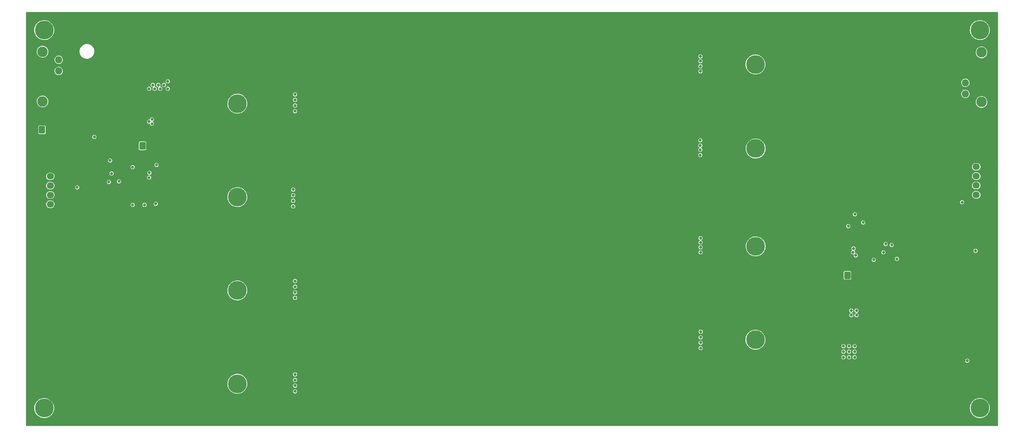
<source format=gbr>
%TF.GenerationSoftware,KiCad,Pcbnew,6.0.6-3a73a75311~116~ubuntu20.04.1*%
%TF.CreationDate,2022-07-12T22:33:22+02:00*%
%TF.ProjectId,LEDBoard_template,4c454442-6f61-4726-945f-74656d706c61,rev?*%
%TF.SameCoordinates,Original*%
%TF.FileFunction,Copper,L2,Inr*%
%TF.FilePolarity,Positive*%
%FSLAX46Y46*%
G04 Gerber Fmt 4.6, Leading zero omitted, Abs format (unit mm)*
G04 Created by KiCad (PCBNEW 6.0.6-3a73a75311~116~ubuntu20.04.1) date 2022-07-12 22:33:22*
%MOMM*%
%LPD*%
G01*
G04 APERTURE LIST*
G04 Aperture macros list*
%AMRoundRect*
0 Rectangle with rounded corners*
0 $1 Rounding radius*
0 $2 $3 $4 $5 $6 $7 $8 $9 X,Y pos of 4 corners*
0 Add a 4 corners polygon primitive as box body*
4,1,4,$2,$3,$4,$5,$6,$7,$8,$9,$2,$3,0*
0 Add four circle primitives for the rounded corners*
1,1,$1+$1,$2,$3*
1,1,$1+$1,$4,$5*
1,1,$1+$1,$6,$7*
1,1,$1+$1,$8,$9*
0 Add four rect primitives between the rounded corners*
20,1,$1+$1,$2,$3,$4,$5,0*
20,1,$1+$1,$4,$5,$6,$7,0*
20,1,$1+$1,$6,$7,$8,$9,0*
20,1,$1+$1,$8,$9,$2,$3,0*%
G04 Aperture macros list end*
%TA.AperFunction,ComponentPad*%
%ADD10C,5.000000*%
%TD*%
%TA.AperFunction,ComponentPad*%
%ADD11C,0.650000*%
%TD*%
%TA.AperFunction,ComponentPad*%
%ADD12C,1.900000*%
%TD*%
%TA.AperFunction,ComponentPad*%
%ADD13C,2.800000*%
%TD*%
%TA.AperFunction,ComponentPad*%
%ADD14C,0.675000*%
%TD*%
%TA.AperFunction,ComponentPad*%
%ADD15RoundRect,0.250000X-0.600000X-0.750000X0.600000X-0.750000X0.600000X0.750000X-0.600000X0.750000X0*%
%TD*%
%TA.AperFunction,ComponentPad*%
%ADD16O,1.700000X2.000000*%
%TD*%
%TA.AperFunction,ComponentPad*%
%ADD17RoundRect,0.250000X-0.725000X0.600000X-0.725000X-0.600000X0.725000X-0.600000X0.725000X0.600000X0*%
%TD*%
%TA.AperFunction,ComponentPad*%
%ADD18O,1.950000X1.700000*%
%TD*%
%TA.AperFunction,ComponentPad*%
%ADD19RoundRect,0.250000X0.725000X-0.600000X0.725000X0.600000X-0.725000X0.600000X-0.725000X-0.600000X0*%
%TD*%
%TA.AperFunction,ViaPad*%
%ADD20C,0.800000*%
%TD*%
G04 APERTURE END LIST*
D10*
%TO.N,N/C*%
%TO.C,REF\u002A\u002A*%
X355550000Y-110300000D03*
%TD*%
D11*
%TO.N,GND*%
%TO.C,D109*%
X277200000Y-167565000D03*
X277200000Y-168835000D03*
X277200000Y-168200000D03*
X277200000Y-169470000D03*
X277200000Y-166930000D03*
%TD*%
D12*
%TO.N,GND*%
%TO.C,J104*%
X351680000Y-118400000D03*
X351680000Y-121400000D03*
%TO.N,+24V*%
X351680000Y-124400000D03*
X351680000Y-127400000D03*
D13*
%TO.N,N/C*%
X356000000Y-129550000D03*
X356000000Y-116250000D03*
%TD*%
D11*
%TO.N,GND*%
%TO.C,D104*%
X157200000Y-118230000D03*
X157200000Y-119500000D03*
X157200000Y-118865000D03*
X157200000Y-120770000D03*
X157200000Y-120135000D03*
%TD*%
%TO.N,GND*%
%TO.C,D106*%
X237200000Y-141345000D03*
X237200000Y-143250000D03*
X237200000Y-141980000D03*
X237200000Y-140710000D03*
X237200000Y-142615000D03*
%TD*%
%TO.N,GND*%
%TO.C,D114*%
X237200000Y-193835000D03*
X237200000Y-191930000D03*
X237200000Y-192565000D03*
X237200000Y-193200000D03*
X237200000Y-194470000D03*
%TD*%
%TO.N,GND*%
%TO.C,D107*%
X197200000Y-141345000D03*
X197200000Y-142615000D03*
X197200000Y-140710000D03*
X197200000Y-143250000D03*
X197200000Y-141980000D03*
%TD*%
D10*
%TO.N,N/C*%
%TO.C,REF\u002A\u002A*%
X295600000Y-193200000D03*
%TD*%
D11*
%TO.N,GND*%
%TO.C,D208*%
X295600000Y-181270000D03*
X295600000Y-178730000D03*
X295600000Y-180000000D03*
X295600000Y-180635000D03*
X295600000Y-179365000D03*
%TD*%
D14*
%TO.N,GND*%
%TO.C,U103*%
X130225000Y-150125000D03*
X128875000Y-151475000D03*
X130225000Y-151475000D03*
X128875000Y-150125000D03*
%TD*%
D15*
%TO.N,+24V*%
%TO.C,J106*%
X105000000Y-137000000D03*
D16*
%TO.N,GND*%
X107500000Y-137000000D03*
%TD*%
D11*
%TO.N,GND*%
%TO.C,D203*%
X255600000Y-203730000D03*
X255600000Y-206270000D03*
X255600000Y-204365000D03*
X255600000Y-205635000D03*
X255600000Y-205000000D03*
%TD*%
D10*
%TO.N,N/C*%
%TO.C,REF\u002A\u002A*%
X355550000Y-211500000D03*
%TD*%
D11*
%TO.N,GND*%
%TO.C,D205*%
X175600000Y-180635000D03*
X175600000Y-180000000D03*
X175600000Y-179365000D03*
X175600000Y-181270000D03*
X175600000Y-178730000D03*
%TD*%
%TO.N,GND*%
%TO.C,D113*%
X277200000Y-193835000D03*
X277200000Y-194470000D03*
X277200000Y-193200000D03*
X277200000Y-192565000D03*
X277200000Y-191930000D03*
%TD*%
%TO.N,GND*%
%TO.C,D210*%
X215600000Y-153730000D03*
X215600000Y-155635000D03*
X215600000Y-154365000D03*
X215600000Y-155000000D03*
X215600000Y-156270000D03*
%TD*%
%TO.N,GND*%
%TO.C,D111*%
X197200000Y-166930000D03*
X197200000Y-169470000D03*
X197200000Y-168835000D03*
X197200000Y-167565000D03*
X197200000Y-168200000D03*
%TD*%
%TO.N,GND*%
%TO.C,D212*%
X295600000Y-155635000D03*
X295600000Y-154365000D03*
X295600000Y-153730000D03*
X295600000Y-156270000D03*
X295600000Y-155000000D03*
%TD*%
%TO.N,GND*%
%TO.C,D112*%
X157200000Y-167565000D03*
X157200000Y-168200000D03*
X157200000Y-169470000D03*
X157200000Y-168835000D03*
X157200000Y-166930000D03*
%TD*%
%TO.N,GND*%
%TO.C,D206*%
X215600000Y-180635000D03*
X215600000Y-178730000D03*
X215600000Y-181270000D03*
X215600000Y-179365000D03*
X215600000Y-180000000D03*
%TD*%
D10*
%TO.N,N/C*%
%TO.C,REF\u002A\u002A*%
X295600000Y-119500000D03*
%TD*%
D11*
%TO.N,GND*%
%TO.C,D201*%
X175600000Y-206270000D03*
X175600000Y-205635000D03*
X175600000Y-204365000D03*
X175600000Y-203730000D03*
X175600000Y-205000000D03*
%TD*%
%TO.N,GND*%
%TO.C,D102*%
X237200000Y-120770000D03*
X237200000Y-119500000D03*
X237200000Y-118230000D03*
X237200000Y-120135000D03*
X237200000Y-118865000D03*
%TD*%
D12*
%TO.N,GND*%
%TO.C,J103*%
X109470001Y-127250000D03*
X109470001Y-124250000D03*
%TO.N,+24V*%
X109470001Y-121250000D03*
X109470001Y-118250000D03*
D13*
%TO.N,N/C*%
X105150001Y-129400000D03*
X105150001Y-116100000D03*
%TD*%
D11*
%TO.N,GND*%
%TO.C,D103*%
X197200000Y-118865000D03*
X197200000Y-119500000D03*
X197200000Y-120770000D03*
X197200000Y-118230000D03*
X197200000Y-120135000D03*
%TD*%
D10*
%TO.N,N/C*%
%TO.C,REF\u002A\u002A*%
X157200000Y-205000000D03*
%TD*%
D11*
%TO.N,GND*%
%TO.C,D209*%
X175600000Y-156270000D03*
X175600000Y-153730000D03*
X175600000Y-155635000D03*
X175600000Y-155000000D03*
X175600000Y-154365000D03*
%TD*%
D14*
%TO.N,GND*%
%TO.C,U203*%
X326525000Y-167125000D03*
X326525000Y-168475000D03*
X325175000Y-168475000D03*
X325175000Y-167125000D03*
%TD*%
D11*
%TO.N,GND*%
%TO.C,D207*%
X255600000Y-180000000D03*
X255600000Y-180635000D03*
X255600000Y-181270000D03*
X255600000Y-178730000D03*
X255600000Y-179365000D03*
%TD*%
%TO.N,GND*%
%TO.C,D115*%
X197200000Y-192565000D03*
X197200000Y-191930000D03*
X197200000Y-193835000D03*
X197200000Y-194470000D03*
X197200000Y-193200000D03*
%TD*%
%TO.N,GND*%
%TO.C,D204*%
X295600000Y-206270000D03*
X295600000Y-205000000D03*
X295600000Y-203730000D03*
X295600000Y-204365000D03*
X295600000Y-205635000D03*
%TD*%
%TO.N,GND*%
%TO.C,D108*%
X157200000Y-140710000D03*
X157200000Y-143250000D03*
X157200000Y-142615000D03*
X157200000Y-141345000D03*
X157200000Y-141980000D03*
%TD*%
D17*
%TO.N,GND*%
%TO.C,J101*%
X107225000Y-146950000D03*
D18*
%TO.N,/BLUE_PWM*%
X107225000Y-149450000D03*
%TO.N,/EN_BLUE*%
X107225000Y-151950000D03*
%TO.N,/RED_PWM*%
X107225000Y-154450000D03*
%TO.N,/EN_RED*%
X107225000Y-156950000D03*
%TD*%
D11*
%TO.N,GND*%
%TO.C,D116*%
X157200000Y-193200000D03*
X157200000Y-193835000D03*
X157200000Y-192565000D03*
X157200000Y-191930000D03*
X157200000Y-194470000D03*
%TD*%
%TO.N,GND*%
%TO.C,D213*%
X175600000Y-129365000D03*
X175600000Y-131270000D03*
X175600000Y-128730000D03*
X175600000Y-130635000D03*
X175600000Y-130000000D03*
%TD*%
D10*
%TO.N,N/C*%
%TO.C,REF\u002A\u002A*%
X105600000Y-110300000D03*
%TD*%
D11*
%TO.N,GND*%
%TO.C,D211*%
X255600000Y-156270000D03*
X255600000Y-155635000D03*
X255600000Y-155000000D03*
X255600000Y-154365000D03*
X255600000Y-153730000D03*
%TD*%
%TO.N,GND*%
%TO.C,D110*%
X237200000Y-169470000D03*
X237200000Y-168835000D03*
X237200000Y-167565000D03*
X237200000Y-166930000D03*
X237200000Y-168200000D03*
%TD*%
D15*
%TO.N,Net-(J201-Pad1)*%
%TO.C,J201*%
X320150000Y-175975000D03*
D16*
%TO.N,GND*%
X322650000Y-175975000D03*
%TD*%
D10*
%TO.N,N/C*%
%TO.C,REF\u002A\u002A*%
X157200000Y-130000000D03*
%TD*%
D11*
%TO.N,GND*%
%TO.C,D101*%
X277200000Y-118865000D03*
X277200000Y-120135000D03*
X277200000Y-120770000D03*
X277200000Y-118230000D03*
X277200000Y-119500000D03*
%TD*%
%TO.N,GND*%
%TO.C,D216*%
X295600000Y-130635000D03*
X295600000Y-129365000D03*
X295600000Y-131270000D03*
X295600000Y-128730000D03*
X295600000Y-130000000D03*
%TD*%
%TO.N,GND*%
%TO.C,D214*%
X215600000Y-131270000D03*
X215600000Y-130635000D03*
X215600000Y-129365000D03*
X215600000Y-128730000D03*
X215600000Y-130000000D03*
%TD*%
%TO.N,GND*%
%TO.C,D215*%
X255600000Y-129365000D03*
X255600000Y-130000000D03*
X255600000Y-131270000D03*
X255600000Y-128730000D03*
X255600000Y-130635000D03*
%TD*%
D10*
%TO.N,N/C*%
%TO.C,REF\u002A\u002A*%
X157200000Y-155000000D03*
%TD*%
%TO.N,N/C*%
%TO.C,REF\u002A\u002A*%
X105600000Y-211500000D03*
%TD*%
%TO.N,N/C*%
%TO.C,REF\u002A\u002A*%
X295650000Y-168200000D03*
%TD*%
D11*
%TO.N,GND*%
%TO.C,D202*%
X215600000Y-205000000D03*
X215600000Y-205635000D03*
X215600000Y-203730000D03*
X215600000Y-206270000D03*
X215600000Y-204365000D03*
%TD*%
%TO.N,GND*%
%TO.C,D105*%
X277200000Y-141345000D03*
X277200000Y-142615000D03*
X277200000Y-143250000D03*
X277200000Y-141980000D03*
X277200000Y-140710000D03*
%TD*%
D19*
%TO.N,GND*%
%TO.C,J105*%
X354600000Y-156900000D03*
D18*
%TO.N,/BLUE_PWM*%
X354600000Y-154400000D03*
%TO.N,/EN_BLUE*%
X354600000Y-151900000D03*
%TO.N,/RED_PWM*%
X354600000Y-149400000D03*
%TO.N,/EN_RED*%
X354600000Y-146900000D03*
%TD*%
D10*
%TO.N,N/C*%
%TO.C,REF\u002A\u002A*%
X157200000Y-180000000D03*
%TD*%
D15*
%TO.N,Net-(J102-Pad1)*%
%TO.C,J102*%
X131850000Y-141275000D03*
D16*
%TO.N,GND*%
X134350000Y-141275000D03*
%TD*%
D10*
%TO.N,N/C*%
%TO.C,REF\u002A\u002A*%
X295650000Y-142000000D03*
%TD*%
D20*
%TO.N,/VRed*%
X136100000Y-125000000D03*
X133600000Y-126000000D03*
X280960000Y-169800000D03*
X280840000Y-139780000D03*
X138600000Y-126000000D03*
X280900000Y-118630000D03*
X280970000Y-195450000D03*
X280970000Y-193970000D03*
X280960000Y-168450000D03*
X137600000Y-125000000D03*
X138600000Y-124000000D03*
X134600000Y-125000000D03*
X280850000Y-143800000D03*
X280850000Y-141200000D03*
X280980000Y-191060000D03*
X280970000Y-192540000D03*
X280900000Y-117340000D03*
X136600000Y-126000000D03*
X280900000Y-119990000D03*
X280850000Y-142350000D03*
X135400000Y-156800000D03*
X280950000Y-166000000D03*
X280960000Y-167170000D03*
X135100000Y-126000000D03*
X280900000Y-121330000D03*
%TO.N,+24V*%
X327200000Y-171800000D03*
X321200000Y-185400000D03*
X129200000Y-147000000D03*
X134400000Y-135400000D03*
X322600000Y-186600000D03*
X133600000Y-134800000D03*
X322600000Y-185400000D03*
X322400000Y-170600000D03*
X134400000Y-134200000D03*
X321200000Y-186600000D03*
X135600000Y-146400000D03*
%TO.N,/VREG_RED*%
X129200000Y-157100000D03*
X123600000Y-148700000D03*
%TO.N,Net-(R101-Pad1)*%
X125600000Y-150800000D03*
X123200000Y-145200000D03*
%TO.N,/RED_FB*%
X114400000Y-152400000D03*
X119000000Y-138900000D03*
%TO.N,/RED_PWM*%
X350800000Y-156400000D03*
%TO.N,Net-(Q101-Pad3)*%
X132400000Y-157100000D03*
X133600000Y-149800000D03*
%TO.N,/EN_RED*%
X122850000Y-150950000D03*
X354400000Y-169400000D03*
%TO.N,/BLUE_PWM*%
X352200000Y-198800000D03*
%TO.N,/EN_BLUE*%
X332000000Y-167800000D03*
%TO.N,Net-(J102-Pad1)*%
X133700000Y-148500000D03*
%TO.N,/Blue LEDS/VREG_RED*%
X324400000Y-161800000D03*
X329800000Y-169800000D03*
%TO.N,/Blue LEDS/VRed*%
X319100000Y-196400000D03*
X319100000Y-194900000D03*
X172600000Y-182000000D03*
X172100000Y-157500000D03*
X322100000Y-194900000D03*
X172600000Y-204000000D03*
X172600000Y-179000000D03*
X172600000Y-127500000D03*
X172100000Y-156000000D03*
X320400000Y-162800000D03*
X172100000Y-153000000D03*
X320600000Y-196400000D03*
X172600000Y-132000000D03*
X172600000Y-130500000D03*
X172600000Y-129000000D03*
X319100000Y-197900000D03*
X172600000Y-180500000D03*
X322100000Y-196400000D03*
X322100000Y-197900000D03*
X320600000Y-197900000D03*
X172600000Y-207000000D03*
X320600000Y-194900000D03*
X172600000Y-205500000D03*
X172600000Y-202500000D03*
X172100000Y-154500000D03*
X172600000Y-177500000D03*
%TO.N,Net-(J201-Pad1)*%
X321650000Y-169800000D03*
%TO.N,Net-(Q201-Pad3)*%
X322200000Y-159600000D03*
X321800000Y-168800000D03*
%TO.N,Net-(R201-Pad1)*%
X333400000Y-171550000D03*
X330400000Y-167550000D03*
%TD*%
%TA.AperFunction,Conductor*%
%TO.N,GND*%
G36*
X360393066Y-105447813D02*
G01*
X360418376Y-105491650D01*
X360419500Y-105504500D01*
X360419500Y-216245500D01*
X360402187Y-216293066D01*
X360358350Y-216318376D01*
X360345500Y-216319500D01*
X100774500Y-216319500D01*
X100726934Y-216302187D01*
X100701624Y-216258350D01*
X100700500Y-216245500D01*
X100700500Y-211472194D01*
X102944801Y-211472194D01*
X102944912Y-211474424D01*
X102944912Y-211474427D01*
X102948954Y-211555609D01*
X102960691Y-211791382D01*
X103014812Y-212106350D01*
X103106381Y-212412535D01*
X103234070Y-212705501D01*
X103396031Y-212981006D01*
X103589917Y-213235057D01*
X103812920Y-213463976D01*
X103814651Y-213465370D01*
X103814654Y-213465373D01*
X103998569Y-213613509D01*
X104061809Y-213664446D01*
X104063696Y-213665623D01*
X104063699Y-213665625D01*
X104137567Y-213711693D01*
X104332979Y-213833563D01*
X104622502Y-213968877D01*
X104624608Y-213969567D01*
X104624612Y-213969569D01*
X104924070Y-214067737D01*
X104924075Y-214067738D01*
X104926185Y-214068430D01*
X105239628Y-214130777D01*
X105241844Y-214130946D01*
X105241847Y-214130946D01*
X105490914Y-214149892D01*
X105558292Y-214155017D01*
X105560516Y-214154918D01*
X105560517Y-214154918D01*
X105649335Y-214150963D01*
X105877559Y-214140799D01*
X105879756Y-214140433D01*
X105879759Y-214140433D01*
X106035182Y-214114563D01*
X106192806Y-214088327D01*
X106499466Y-213998363D01*
X106566486Y-213969569D01*
X106791059Y-213873085D01*
X106791065Y-213873082D01*
X106793097Y-213872209D01*
X106859631Y-213833563D01*
X107067524Y-213712809D01*
X107067526Y-213712807D01*
X107069445Y-213711693D01*
X107324509Y-213519140D01*
X107383389Y-213462380D01*
X107552988Y-213298885D01*
X107554592Y-213297339D01*
X107756362Y-213049503D01*
X107757546Y-213047627D01*
X107757550Y-213047621D01*
X107925712Y-212781101D01*
X107925716Y-212781094D01*
X107926897Y-212779222D01*
X107927843Y-212777224D01*
X107927848Y-212777216D01*
X108062774Y-212492419D01*
X108062776Y-212492415D01*
X108063725Y-212490411D01*
X108164866Y-212187254D01*
X108228854Y-211874141D01*
X108254763Y-211555609D01*
X108255345Y-211500000D01*
X108253804Y-211474427D01*
X108253669Y-211472194D01*
X352894801Y-211472194D01*
X352894912Y-211474424D01*
X352894912Y-211474427D01*
X352898954Y-211555609D01*
X352910691Y-211791382D01*
X352964812Y-212106350D01*
X353056381Y-212412535D01*
X353184070Y-212705501D01*
X353346031Y-212981006D01*
X353539917Y-213235057D01*
X353762920Y-213463976D01*
X353764651Y-213465370D01*
X353764654Y-213465373D01*
X353948569Y-213613509D01*
X354011809Y-213664446D01*
X354013696Y-213665623D01*
X354013699Y-213665625D01*
X354087567Y-213711693D01*
X354282979Y-213833563D01*
X354572502Y-213968877D01*
X354574608Y-213969567D01*
X354574612Y-213969569D01*
X354874070Y-214067737D01*
X354874075Y-214067738D01*
X354876185Y-214068430D01*
X355189628Y-214130777D01*
X355191844Y-214130946D01*
X355191847Y-214130946D01*
X355440914Y-214149892D01*
X355508292Y-214155017D01*
X355510516Y-214154918D01*
X355510517Y-214154918D01*
X355599335Y-214150963D01*
X355827559Y-214140799D01*
X355829756Y-214140433D01*
X355829759Y-214140433D01*
X355985182Y-214114563D01*
X356142806Y-214088327D01*
X356449466Y-213998363D01*
X356516486Y-213969569D01*
X356741059Y-213873085D01*
X356741065Y-213873082D01*
X356743097Y-213872209D01*
X356809631Y-213833563D01*
X357017524Y-213712809D01*
X357017526Y-213712807D01*
X357019445Y-213711693D01*
X357274509Y-213519140D01*
X357333389Y-213462380D01*
X357502988Y-213298885D01*
X357504592Y-213297339D01*
X357706362Y-213049503D01*
X357707546Y-213047627D01*
X357707550Y-213047621D01*
X357875712Y-212781101D01*
X357875716Y-212781094D01*
X357876897Y-212779222D01*
X357877843Y-212777224D01*
X357877848Y-212777216D01*
X358012774Y-212492419D01*
X358012776Y-212492415D01*
X358013725Y-212490411D01*
X358114866Y-212187254D01*
X358178854Y-211874141D01*
X358204763Y-211555609D01*
X358205345Y-211500000D01*
X358203804Y-211474427D01*
X358186247Y-211183217D01*
X358186247Y-211183216D01*
X358186113Y-211180995D01*
X358128697Y-210866611D01*
X358033927Y-210561402D01*
X357903176Y-210269789D01*
X357902022Y-210267872D01*
X357739488Y-209997904D01*
X357739486Y-209997901D01*
X357738339Y-209995996D01*
X357541804Y-209743989D01*
X357316416Y-209517418D01*
X357065441Y-209319566D01*
X356792515Y-209153297D01*
X356501591Y-209021022D01*
X356196882Y-208924655D01*
X355967681Y-208881554D01*
X355885000Y-208866006D01*
X355884998Y-208866006D01*
X355882803Y-208865593D01*
X355880581Y-208865447D01*
X355880578Y-208865447D01*
X355566122Y-208844836D01*
X355566115Y-208844836D01*
X355563903Y-208844691D01*
X355561685Y-208844813D01*
X355561677Y-208844813D01*
X355385313Y-208854520D01*
X355244802Y-208862253D01*
X354930122Y-208918022D01*
X354624421Y-209011193D01*
X354332127Y-209140415D01*
X354057475Y-209303816D01*
X354035273Y-209320945D01*
X353806208Y-209497666D01*
X353806203Y-209497671D01*
X353804442Y-209499029D01*
X353802851Y-209500596D01*
X353802849Y-209500597D01*
X353785762Y-209517418D01*
X353576694Y-209723227D01*
X353377530Y-209973163D01*
X353209835Y-210245215D01*
X353076038Y-210535443D01*
X353075357Y-210537558D01*
X353075355Y-210537563D01*
X353066991Y-210563536D01*
X352978078Y-210839643D01*
X352917372Y-211153408D01*
X352894801Y-211472194D01*
X108253669Y-211472194D01*
X108236247Y-211183217D01*
X108236247Y-211183216D01*
X108236113Y-211180995D01*
X108178697Y-210866611D01*
X108083927Y-210561402D01*
X107953176Y-210269789D01*
X107952022Y-210267872D01*
X107789488Y-209997904D01*
X107789486Y-209997901D01*
X107788339Y-209995996D01*
X107591804Y-209743989D01*
X107366416Y-209517418D01*
X107115441Y-209319566D01*
X106842515Y-209153297D01*
X106551591Y-209021022D01*
X106246882Y-208924655D01*
X106017681Y-208881554D01*
X105935000Y-208866006D01*
X105934998Y-208866006D01*
X105932803Y-208865593D01*
X105930581Y-208865447D01*
X105930578Y-208865447D01*
X105616122Y-208844836D01*
X105616115Y-208844836D01*
X105613903Y-208844691D01*
X105611685Y-208844813D01*
X105611677Y-208844813D01*
X105435313Y-208854520D01*
X105294802Y-208862253D01*
X104980122Y-208918022D01*
X104674421Y-209011193D01*
X104382127Y-209140415D01*
X104107475Y-209303816D01*
X104085273Y-209320945D01*
X103856208Y-209497666D01*
X103856203Y-209497671D01*
X103854442Y-209499029D01*
X103852851Y-209500596D01*
X103852849Y-209500597D01*
X103835762Y-209517418D01*
X103626694Y-209723227D01*
X103427530Y-209973163D01*
X103259835Y-210245215D01*
X103126038Y-210535443D01*
X103125357Y-210537558D01*
X103125355Y-210537563D01*
X103116991Y-210563536D01*
X103028078Y-210839643D01*
X102967372Y-211153408D01*
X102944801Y-211472194D01*
X100700500Y-211472194D01*
X100700500Y-204972194D01*
X154544801Y-204972194D01*
X154544912Y-204974424D01*
X154544912Y-204974427D01*
X154557256Y-205222375D01*
X154560691Y-205291382D01*
X154614812Y-205606350D01*
X154615449Y-205608481D01*
X154615450Y-205608484D01*
X154699274Y-205888770D01*
X154706381Y-205912535D01*
X154834070Y-206205501D01*
X154996031Y-206481006D01*
X155189917Y-206735057D01*
X155412920Y-206963976D01*
X155414651Y-206965370D01*
X155414654Y-206965373D01*
X155598569Y-207113509D01*
X155661809Y-207164446D01*
X155663696Y-207165623D01*
X155663699Y-207165625D01*
X155931093Y-207332387D01*
X155932979Y-207333563D01*
X156222502Y-207468877D01*
X156224608Y-207469567D01*
X156224612Y-207469569D01*
X156524070Y-207567737D01*
X156524075Y-207567738D01*
X156526185Y-207568430D01*
X156839628Y-207630777D01*
X156841844Y-207630946D01*
X156841847Y-207630946D01*
X157090914Y-207649892D01*
X157158292Y-207655017D01*
X157160516Y-207654918D01*
X157160517Y-207654918D01*
X157249335Y-207650963D01*
X157477559Y-207640799D01*
X157479756Y-207640433D01*
X157479759Y-207640433D01*
X157635182Y-207614563D01*
X157792806Y-207588327D01*
X158099466Y-207498363D01*
X158166486Y-207469569D01*
X158391059Y-207373085D01*
X158391065Y-207373082D01*
X158393097Y-207372209D01*
X158459631Y-207333563D01*
X158667524Y-207212809D01*
X158667526Y-207212807D01*
X158669445Y-207211693D01*
X158924509Y-207019140D01*
X158944364Y-207000000D01*
X172044750Y-207000000D01*
X172063670Y-207143709D01*
X172119139Y-207277625D01*
X172207379Y-207392621D01*
X172322375Y-207480861D01*
X172456291Y-207536330D01*
X172600000Y-207555250D01*
X172604808Y-207554617D01*
X172738901Y-207536963D01*
X172743709Y-207536330D01*
X172877625Y-207480861D01*
X172992621Y-207392621D01*
X173080861Y-207277625D01*
X173136330Y-207143709D01*
X173155250Y-207000000D01*
X173136330Y-206856291D01*
X173080861Y-206722375D01*
X172992621Y-206607379D01*
X172877625Y-206519139D01*
X172743709Y-206463670D01*
X172600000Y-206444750D01*
X172456291Y-206463670D01*
X172322375Y-206519139D01*
X172207379Y-206607379D01*
X172119139Y-206722375D01*
X172063670Y-206856291D01*
X172044750Y-207000000D01*
X158944364Y-207000000D01*
X158983389Y-206962380D01*
X159152988Y-206798885D01*
X159154592Y-206797339D01*
X159356362Y-206549503D01*
X159357546Y-206547627D01*
X159357550Y-206547621D01*
X159525712Y-206281101D01*
X159525716Y-206281094D01*
X159526897Y-206279222D01*
X159527843Y-206277224D01*
X159527848Y-206277216D01*
X159662774Y-205992419D01*
X159662776Y-205992415D01*
X159663725Y-205990411D01*
X159764866Y-205687254D01*
X159803133Y-205500000D01*
X172044750Y-205500000D01*
X172063670Y-205643709D01*
X172119139Y-205777625D01*
X172207379Y-205892621D01*
X172322375Y-205980861D01*
X172456291Y-206036330D01*
X172600000Y-206055250D01*
X172604808Y-206054617D01*
X172738901Y-206036963D01*
X172743709Y-206036330D01*
X172877625Y-205980861D01*
X172992621Y-205892621D01*
X173080861Y-205777625D01*
X173136330Y-205643709D01*
X173155250Y-205500000D01*
X173136330Y-205356291D01*
X173080861Y-205222375D01*
X172992621Y-205107379D01*
X172877625Y-205019139D01*
X172743709Y-204963670D01*
X172600000Y-204944750D01*
X172456291Y-204963670D01*
X172322375Y-205019139D01*
X172207379Y-205107379D01*
X172119139Y-205222375D01*
X172063670Y-205356291D01*
X172044750Y-205500000D01*
X159803133Y-205500000D01*
X159828854Y-205374141D01*
X159854763Y-205055609D01*
X159855345Y-205000000D01*
X159853804Y-204974427D01*
X159836247Y-204683217D01*
X159836247Y-204683216D01*
X159836113Y-204680995D01*
X159778697Y-204366611D01*
X159749674Y-204273141D01*
X159684590Y-204063536D01*
X159684588Y-204063530D01*
X159683927Y-204061402D01*
X159656396Y-204000000D01*
X172044750Y-204000000D01*
X172063670Y-204143709D01*
X172119139Y-204277625D01*
X172207379Y-204392621D01*
X172322375Y-204480861D01*
X172456291Y-204536330D01*
X172600000Y-204555250D01*
X172604808Y-204554617D01*
X172738901Y-204536963D01*
X172743709Y-204536330D01*
X172877625Y-204480861D01*
X172992621Y-204392621D01*
X173080861Y-204277625D01*
X173136330Y-204143709D01*
X173155250Y-204000000D01*
X173136330Y-203856291D01*
X173080861Y-203722375D01*
X172992621Y-203607379D01*
X172877625Y-203519139D01*
X172743709Y-203463670D01*
X172600000Y-203444750D01*
X172456291Y-203463670D01*
X172322375Y-203519139D01*
X172207379Y-203607379D01*
X172119139Y-203722375D01*
X172063670Y-203856291D01*
X172044750Y-204000000D01*
X159656396Y-204000000D01*
X159553176Y-203769789D01*
X159552022Y-203767872D01*
X159389488Y-203497904D01*
X159389486Y-203497901D01*
X159388339Y-203495996D01*
X159191804Y-203243989D01*
X159068072Y-203119607D01*
X158967981Y-203018991D01*
X158967979Y-203018989D01*
X158966416Y-203017418D01*
X158715441Y-202819566D01*
X158442515Y-202653297D01*
X158151591Y-202521022D01*
X158085120Y-202500000D01*
X172044750Y-202500000D01*
X172063670Y-202643709D01*
X172119139Y-202777625D01*
X172207379Y-202892621D01*
X172322375Y-202980861D01*
X172456291Y-203036330D01*
X172600000Y-203055250D01*
X172604808Y-203054617D01*
X172738901Y-203036963D01*
X172743709Y-203036330D01*
X172877625Y-202980861D01*
X172992621Y-202892621D01*
X173080861Y-202777625D01*
X173136330Y-202643709D01*
X173155250Y-202500000D01*
X173136330Y-202356291D01*
X173080861Y-202222375D01*
X172992621Y-202107379D01*
X172877625Y-202019139D01*
X172743709Y-201963670D01*
X172600000Y-201944750D01*
X172456291Y-201963670D01*
X172322375Y-202019139D01*
X172207379Y-202107379D01*
X172119139Y-202222375D01*
X172063670Y-202356291D01*
X172044750Y-202500000D01*
X158085120Y-202500000D01*
X157846882Y-202424655D01*
X157617681Y-202381554D01*
X157535000Y-202366006D01*
X157534998Y-202366006D01*
X157532803Y-202365593D01*
X157530581Y-202365447D01*
X157530578Y-202365447D01*
X157216122Y-202344836D01*
X157216115Y-202344836D01*
X157213903Y-202344691D01*
X157211685Y-202344813D01*
X157211677Y-202344813D01*
X157035313Y-202354520D01*
X156894802Y-202362253D01*
X156580122Y-202418022D01*
X156274421Y-202511193D01*
X155982127Y-202640415D01*
X155707475Y-202803816D01*
X155685273Y-202820945D01*
X155456208Y-202997666D01*
X155456203Y-202997671D01*
X155454442Y-202999029D01*
X155452851Y-203000596D01*
X155452849Y-203000597D01*
X155435762Y-203017418D01*
X155226694Y-203223227D01*
X155027530Y-203473163D01*
X154859835Y-203745215D01*
X154726038Y-204035443D01*
X154725357Y-204037558D01*
X154725355Y-204037563D01*
X154716991Y-204063536D01*
X154628078Y-204339643D01*
X154567372Y-204653408D01*
X154544801Y-204972194D01*
X100700500Y-204972194D01*
X100700500Y-198800000D01*
X351644750Y-198800000D01*
X351663670Y-198943709D01*
X351719139Y-199077625D01*
X351807379Y-199192621D01*
X351922375Y-199280861D01*
X352056291Y-199336330D01*
X352200000Y-199355250D01*
X352204808Y-199354617D01*
X352338901Y-199336963D01*
X352343709Y-199336330D01*
X352477625Y-199280861D01*
X352592621Y-199192621D01*
X352680861Y-199077625D01*
X352736330Y-198943709D01*
X352755250Y-198800000D01*
X352736330Y-198656291D01*
X352680861Y-198522375D01*
X352592621Y-198407379D01*
X352477625Y-198319139D01*
X352343709Y-198263670D01*
X352200000Y-198244750D01*
X352056291Y-198263670D01*
X351922375Y-198319139D01*
X351807379Y-198407379D01*
X351719139Y-198522375D01*
X351663670Y-198656291D01*
X351644750Y-198800000D01*
X100700500Y-198800000D01*
X100700500Y-197900000D01*
X318544750Y-197900000D01*
X318563670Y-198043709D01*
X318619139Y-198177625D01*
X318707379Y-198292621D01*
X318822375Y-198380861D01*
X318956291Y-198436330D01*
X319100000Y-198455250D01*
X319104808Y-198454617D01*
X319238901Y-198436963D01*
X319243709Y-198436330D01*
X319377625Y-198380861D01*
X319492621Y-198292621D01*
X319580861Y-198177625D01*
X319636330Y-198043709D01*
X319655250Y-197900000D01*
X320044750Y-197900000D01*
X320063670Y-198043709D01*
X320119139Y-198177625D01*
X320207379Y-198292621D01*
X320322375Y-198380861D01*
X320456291Y-198436330D01*
X320600000Y-198455250D01*
X320604808Y-198454617D01*
X320738901Y-198436963D01*
X320743709Y-198436330D01*
X320877625Y-198380861D01*
X320992621Y-198292621D01*
X321080861Y-198177625D01*
X321136330Y-198043709D01*
X321155250Y-197900000D01*
X321544750Y-197900000D01*
X321563670Y-198043709D01*
X321619139Y-198177625D01*
X321707379Y-198292621D01*
X321822375Y-198380861D01*
X321956291Y-198436330D01*
X322100000Y-198455250D01*
X322104808Y-198454617D01*
X322238901Y-198436963D01*
X322243709Y-198436330D01*
X322377625Y-198380861D01*
X322492621Y-198292621D01*
X322580861Y-198177625D01*
X322636330Y-198043709D01*
X322655250Y-197900000D01*
X322636330Y-197756291D01*
X322580861Y-197622375D01*
X322492621Y-197507379D01*
X322377625Y-197419139D01*
X322243709Y-197363670D01*
X322100000Y-197344750D01*
X321956291Y-197363670D01*
X321822375Y-197419139D01*
X321707379Y-197507379D01*
X321619139Y-197622375D01*
X321563670Y-197756291D01*
X321544750Y-197900000D01*
X321155250Y-197900000D01*
X321136330Y-197756291D01*
X321080861Y-197622375D01*
X320992621Y-197507379D01*
X320877625Y-197419139D01*
X320743709Y-197363670D01*
X320600000Y-197344750D01*
X320456291Y-197363670D01*
X320322375Y-197419139D01*
X320207379Y-197507379D01*
X320119139Y-197622375D01*
X320063670Y-197756291D01*
X320044750Y-197900000D01*
X319655250Y-197900000D01*
X319636330Y-197756291D01*
X319580861Y-197622375D01*
X319492621Y-197507379D01*
X319377625Y-197419139D01*
X319243709Y-197363670D01*
X319100000Y-197344750D01*
X318956291Y-197363670D01*
X318822375Y-197419139D01*
X318707379Y-197507379D01*
X318619139Y-197622375D01*
X318563670Y-197756291D01*
X318544750Y-197900000D01*
X100700500Y-197900000D01*
X100700500Y-196400000D01*
X318544750Y-196400000D01*
X318563670Y-196543709D01*
X318619139Y-196677625D01*
X318707379Y-196792621D01*
X318822375Y-196880861D01*
X318956291Y-196936330D01*
X319100000Y-196955250D01*
X319104808Y-196954617D01*
X319238901Y-196936963D01*
X319243709Y-196936330D01*
X319377625Y-196880861D01*
X319492621Y-196792621D01*
X319580861Y-196677625D01*
X319636330Y-196543709D01*
X319655250Y-196400000D01*
X320044750Y-196400000D01*
X320063670Y-196543709D01*
X320119139Y-196677625D01*
X320207379Y-196792621D01*
X320322375Y-196880861D01*
X320456291Y-196936330D01*
X320600000Y-196955250D01*
X320604808Y-196954617D01*
X320738901Y-196936963D01*
X320743709Y-196936330D01*
X320877625Y-196880861D01*
X320992621Y-196792621D01*
X321080861Y-196677625D01*
X321136330Y-196543709D01*
X321155250Y-196400000D01*
X321544750Y-196400000D01*
X321563670Y-196543709D01*
X321619139Y-196677625D01*
X321707379Y-196792621D01*
X321822375Y-196880861D01*
X321956291Y-196936330D01*
X322100000Y-196955250D01*
X322104808Y-196954617D01*
X322238901Y-196936963D01*
X322243709Y-196936330D01*
X322377625Y-196880861D01*
X322492621Y-196792621D01*
X322580861Y-196677625D01*
X322636330Y-196543709D01*
X322655250Y-196400000D01*
X322636330Y-196256291D01*
X322580861Y-196122375D01*
X322492621Y-196007379D01*
X322377625Y-195919139D01*
X322243709Y-195863670D01*
X322100000Y-195844750D01*
X321956291Y-195863670D01*
X321822375Y-195919139D01*
X321707379Y-196007379D01*
X321619139Y-196122375D01*
X321563670Y-196256291D01*
X321544750Y-196400000D01*
X321155250Y-196400000D01*
X321136330Y-196256291D01*
X321080861Y-196122375D01*
X320992621Y-196007379D01*
X320877625Y-195919139D01*
X320743709Y-195863670D01*
X320600000Y-195844750D01*
X320456291Y-195863670D01*
X320322375Y-195919139D01*
X320207379Y-196007379D01*
X320119139Y-196122375D01*
X320063670Y-196256291D01*
X320044750Y-196400000D01*
X319655250Y-196400000D01*
X319636330Y-196256291D01*
X319580861Y-196122375D01*
X319492621Y-196007379D01*
X319377625Y-195919139D01*
X319243709Y-195863670D01*
X319100000Y-195844750D01*
X318956291Y-195863670D01*
X318822375Y-195919139D01*
X318707379Y-196007379D01*
X318619139Y-196122375D01*
X318563670Y-196256291D01*
X318544750Y-196400000D01*
X100700500Y-196400000D01*
X100700500Y-195450000D01*
X280414750Y-195450000D01*
X280433670Y-195593709D01*
X280489139Y-195727625D01*
X280577379Y-195842621D01*
X280692375Y-195930861D01*
X280826291Y-195986330D01*
X280970000Y-196005250D01*
X280974808Y-196004617D01*
X281108901Y-195986963D01*
X281113709Y-195986330D01*
X281247625Y-195930861D01*
X281362621Y-195842621D01*
X281450861Y-195727625D01*
X281506330Y-195593709D01*
X281525250Y-195450000D01*
X281506330Y-195306291D01*
X281450861Y-195172375D01*
X281362621Y-195057379D01*
X281247625Y-194969139D01*
X281113709Y-194913670D01*
X280970000Y-194894750D01*
X280826291Y-194913670D01*
X280692375Y-194969139D01*
X280577379Y-195057379D01*
X280489139Y-195172375D01*
X280433670Y-195306291D01*
X280414750Y-195450000D01*
X100700500Y-195450000D01*
X100700500Y-193970000D01*
X280414750Y-193970000D01*
X280433670Y-194113709D01*
X280489139Y-194247625D01*
X280577379Y-194362621D01*
X280692375Y-194450861D01*
X280826291Y-194506330D01*
X280831099Y-194506963D01*
X280898146Y-194515790D01*
X280970000Y-194525250D01*
X280974808Y-194524617D01*
X281108901Y-194506963D01*
X281113709Y-194506330D01*
X281247625Y-194450861D01*
X281362621Y-194362621D01*
X281450861Y-194247625D01*
X281506330Y-194113709D01*
X281525250Y-193970000D01*
X281506330Y-193826291D01*
X281450861Y-193692375D01*
X281362621Y-193577379D01*
X281247625Y-193489139D01*
X281113709Y-193433670D01*
X280970000Y-193414750D01*
X280826291Y-193433670D01*
X280692375Y-193489139D01*
X280577379Y-193577379D01*
X280489139Y-193692375D01*
X280433670Y-193826291D01*
X280414750Y-193970000D01*
X100700500Y-193970000D01*
X100700500Y-193172194D01*
X292944801Y-193172194D01*
X292944912Y-193174424D01*
X292944912Y-193174427D01*
X292956908Y-193415383D01*
X292960691Y-193491382D01*
X293014812Y-193806350D01*
X293015449Y-193808481D01*
X293015450Y-193808484D01*
X293038354Y-193885069D01*
X293106381Y-194112535D01*
X293107268Y-194114569D01*
X293107269Y-194114573D01*
X293165260Y-194247625D01*
X293234070Y-194405501D01*
X293235194Y-194407412D01*
X293235196Y-194407417D01*
X293261827Y-194452718D01*
X293396031Y-194681006D01*
X293589917Y-194935057D01*
X293812920Y-195163976D01*
X293814651Y-195165370D01*
X293814654Y-195165373D01*
X293967855Y-195288770D01*
X294061809Y-195364446D01*
X294063696Y-195365623D01*
X294063699Y-195365625D01*
X294207408Y-195455250D01*
X294332979Y-195533563D01*
X294622502Y-195668877D01*
X294624608Y-195669567D01*
X294624612Y-195669569D01*
X294924070Y-195767737D01*
X294924075Y-195767738D01*
X294926185Y-195768430D01*
X295239628Y-195830777D01*
X295241844Y-195830946D01*
X295241847Y-195830946D01*
X295490914Y-195849892D01*
X295558292Y-195855017D01*
X295560516Y-195854918D01*
X295560517Y-195854918D01*
X295649335Y-195850963D01*
X295877559Y-195840799D01*
X295879756Y-195840433D01*
X295879759Y-195840433D01*
X296035183Y-195814563D01*
X296192806Y-195788327D01*
X296499466Y-195698363D01*
X296566486Y-195669569D01*
X296791059Y-195573085D01*
X296791065Y-195573082D01*
X296793097Y-195572209D01*
X296859631Y-195533563D01*
X297067524Y-195412809D01*
X297067526Y-195412807D01*
X297069445Y-195411693D01*
X297324509Y-195219140D01*
X297363581Y-195181475D01*
X297501842Y-195048190D01*
X297554592Y-194997339D01*
X297633838Y-194900000D01*
X318544750Y-194900000D01*
X318563670Y-195043709D01*
X318619139Y-195177625D01*
X318707379Y-195292621D01*
X318822375Y-195380861D01*
X318956291Y-195436330D01*
X319100000Y-195455250D01*
X319104808Y-195454617D01*
X319238901Y-195436963D01*
X319243709Y-195436330D01*
X319377625Y-195380861D01*
X319492621Y-195292621D01*
X319580861Y-195177625D01*
X319636330Y-195043709D01*
X319655250Y-194900000D01*
X320044750Y-194900000D01*
X320063670Y-195043709D01*
X320119139Y-195177625D01*
X320207379Y-195292621D01*
X320322375Y-195380861D01*
X320456291Y-195436330D01*
X320600000Y-195455250D01*
X320604808Y-195454617D01*
X320738901Y-195436963D01*
X320743709Y-195436330D01*
X320877625Y-195380861D01*
X320992621Y-195292621D01*
X321080861Y-195177625D01*
X321136330Y-195043709D01*
X321155250Y-194900000D01*
X321544750Y-194900000D01*
X321563670Y-195043709D01*
X321619139Y-195177625D01*
X321707379Y-195292621D01*
X321822375Y-195380861D01*
X321956291Y-195436330D01*
X322100000Y-195455250D01*
X322104808Y-195454617D01*
X322238901Y-195436963D01*
X322243709Y-195436330D01*
X322377625Y-195380861D01*
X322492621Y-195292621D01*
X322580861Y-195177625D01*
X322636330Y-195043709D01*
X322655250Y-194900000D01*
X322636330Y-194756291D01*
X322580861Y-194622375D01*
X322492621Y-194507379D01*
X322377625Y-194419139D01*
X322243709Y-194363670D01*
X322206491Y-194358770D01*
X322104808Y-194345383D01*
X322100000Y-194344750D01*
X322095192Y-194345383D01*
X321993510Y-194358770D01*
X321956291Y-194363670D01*
X321822375Y-194419139D01*
X321707379Y-194507379D01*
X321619139Y-194622375D01*
X321563670Y-194756291D01*
X321544750Y-194900000D01*
X321155250Y-194900000D01*
X321136330Y-194756291D01*
X321080861Y-194622375D01*
X320992621Y-194507379D01*
X320877625Y-194419139D01*
X320743709Y-194363670D01*
X320706491Y-194358770D01*
X320604808Y-194345383D01*
X320600000Y-194344750D01*
X320595192Y-194345383D01*
X320493510Y-194358770D01*
X320456291Y-194363670D01*
X320322375Y-194419139D01*
X320207379Y-194507379D01*
X320119139Y-194622375D01*
X320063670Y-194756291D01*
X320044750Y-194900000D01*
X319655250Y-194900000D01*
X319636330Y-194756291D01*
X319580861Y-194622375D01*
X319492621Y-194507379D01*
X319377625Y-194419139D01*
X319243709Y-194363670D01*
X319206491Y-194358770D01*
X319104808Y-194345383D01*
X319100000Y-194344750D01*
X319095192Y-194345383D01*
X318993510Y-194358770D01*
X318956291Y-194363670D01*
X318822375Y-194419139D01*
X318707379Y-194507379D01*
X318619139Y-194622375D01*
X318563670Y-194756291D01*
X318544750Y-194900000D01*
X297633838Y-194900000D01*
X297756362Y-194749503D01*
X297757546Y-194747627D01*
X297757550Y-194747621D01*
X297925712Y-194481101D01*
X297925716Y-194481094D01*
X297926897Y-194479222D01*
X297927843Y-194477224D01*
X297927848Y-194477216D01*
X298062774Y-194192419D01*
X298062776Y-194192415D01*
X298063725Y-194190411D01*
X298164866Y-193887254D01*
X298228854Y-193574141D01*
X298254763Y-193255609D01*
X298255345Y-193200000D01*
X298253804Y-193174427D01*
X298236247Y-192883217D01*
X298236247Y-192883216D01*
X298236113Y-192880995D01*
X298178697Y-192566611D01*
X298127304Y-192401099D01*
X298084590Y-192263536D01*
X298084588Y-192263530D01*
X298083927Y-192261402D01*
X297953176Y-191969789D01*
X297952022Y-191967872D01*
X297789488Y-191697904D01*
X297789486Y-191697901D01*
X297788339Y-191695996D01*
X297591804Y-191443989D01*
X297366416Y-191217418D01*
X297115441Y-191019566D01*
X296945918Y-190916291D01*
X296844426Y-190854461D01*
X296844424Y-190854460D01*
X296842515Y-190853297D01*
X296551591Y-190721022D01*
X296246882Y-190624655D01*
X295994963Y-190577282D01*
X295935000Y-190566006D01*
X295934998Y-190566006D01*
X295932803Y-190565593D01*
X295930581Y-190565447D01*
X295930578Y-190565447D01*
X295616122Y-190544836D01*
X295616115Y-190544836D01*
X295613903Y-190544691D01*
X295611685Y-190544813D01*
X295611677Y-190544813D01*
X295435313Y-190554520D01*
X295294802Y-190562253D01*
X294980122Y-190618022D01*
X294674421Y-190711193D01*
X294382127Y-190840415D01*
X294107475Y-191003816D01*
X294085273Y-191020945D01*
X293856208Y-191197666D01*
X293856203Y-191197671D01*
X293854442Y-191199029D01*
X293852851Y-191200596D01*
X293852849Y-191200597D01*
X293835762Y-191217418D01*
X293626694Y-191423227D01*
X293427530Y-191673163D01*
X293259835Y-191945215D01*
X293126038Y-192235443D01*
X293125357Y-192237558D01*
X293125355Y-192237563D01*
X293117365Y-192262375D01*
X293028078Y-192539643D01*
X292967372Y-192853408D01*
X292944801Y-193172194D01*
X100700500Y-193172194D01*
X100700500Y-192540000D01*
X280414750Y-192540000D01*
X280433670Y-192683709D01*
X280489139Y-192817625D01*
X280577379Y-192932621D01*
X280692375Y-193020861D01*
X280826291Y-193076330D01*
X280970000Y-193095250D01*
X280974808Y-193094617D01*
X281108901Y-193076963D01*
X281113709Y-193076330D01*
X281247625Y-193020861D01*
X281362621Y-192932621D01*
X281450861Y-192817625D01*
X281506330Y-192683709D01*
X281525250Y-192540000D01*
X281506330Y-192396291D01*
X281450861Y-192262375D01*
X281362621Y-192147379D01*
X281247625Y-192059139D01*
X281113709Y-192003670D01*
X280970000Y-191984750D01*
X280826291Y-192003670D01*
X280692375Y-192059139D01*
X280577379Y-192147379D01*
X280489139Y-192262375D01*
X280433670Y-192396291D01*
X280414750Y-192540000D01*
X100700500Y-192540000D01*
X100700500Y-191060000D01*
X280424750Y-191060000D01*
X280443670Y-191203709D01*
X280499139Y-191337625D01*
X280587379Y-191452621D01*
X280702375Y-191540861D01*
X280836291Y-191596330D01*
X280980000Y-191615250D01*
X280984808Y-191614617D01*
X281118901Y-191596963D01*
X281123709Y-191596330D01*
X281257625Y-191540861D01*
X281372621Y-191452621D01*
X281460861Y-191337625D01*
X281516330Y-191203709D01*
X281535250Y-191060000D01*
X281516330Y-190916291D01*
X281460861Y-190782375D01*
X281372621Y-190667379D01*
X281257625Y-190579139D01*
X281123709Y-190523670D01*
X280980000Y-190504750D01*
X280836291Y-190523670D01*
X280702375Y-190579139D01*
X280587379Y-190667379D01*
X280499139Y-190782375D01*
X280443670Y-190916291D01*
X280424750Y-191060000D01*
X100700500Y-191060000D01*
X100700500Y-186600000D01*
X320644750Y-186600000D01*
X320663670Y-186743709D01*
X320719139Y-186877625D01*
X320807379Y-186992621D01*
X320922375Y-187080861D01*
X321056291Y-187136330D01*
X321200000Y-187155250D01*
X321204808Y-187154617D01*
X321338901Y-187136963D01*
X321343709Y-187136330D01*
X321477625Y-187080861D01*
X321592621Y-186992621D01*
X321680861Y-186877625D01*
X321736330Y-186743709D01*
X321755250Y-186600000D01*
X322044750Y-186600000D01*
X322063670Y-186743709D01*
X322119139Y-186877625D01*
X322207379Y-186992621D01*
X322322375Y-187080861D01*
X322456291Y-187136330D01*
X322600000Y-187155250D01*
X322604808Y-187154617D01*
X322738901Y-187136963D01*
X322743709Y-187136330D01*
X322877625Y-187080861D01*
X322992621Y-186992621D01*
X323080861Y-186877625D01*
X323136330Y-186743709D01*
X323155250Y-186600000D01*
X323136330Y-186456291D01*
X323080861Y-186322375D01*
X322992621Y-186207379D01*
X322877625Y-186119139D01*
X322755049Y-186068367D01*
X322717728Y-186034170D01*
X322711121Y-185983984D01*
X322738318Y-185941292D01*
X322755049Y-185931633D01*
X322786702Y-185918522D01*
X322877625Y-185880861D01*
X322992621Y-185792621D01*
X323080861Y-185677625D01*
X323136330Y-185543709D01*
X323155250Y-185400000D01*
X323136330Y-185256291D01*
X323080861Y-185122375D01*
X322992621Y-185007379D01*
X322877625Y-184919139D01*
X322743709Y-184863670D01*
X322600000Y-184844750D01*
X322456291Y-184863670D01*
X322322375Y-184919139D01*
X322207379Y-185007379D01*
X322119139Y-185122375D01*
X322063670Y-185256291D01*
X322044750Y-185400000D01*
X322063670Y-185543709D01*
X322119139Y-185677625D01*
X322207379Y-185792621D01*
X322322375Y-185880861D01*
X322413298Y-185918522D01*
X322444951Y-185931633D01*
X322482272Y-185965830D01*
X322488879Y-186016016D01*
X322461682Y-186058708D01*
X322444950Y-186068367D01*
X322322375Y-186119139D01*
X322207379Y-186207379D01*
X322119139Y-186322375D01*
X322063670Y-186456291D01*
X322044750Y-186600000D01*
X321755250Y-186600000D01*
X321736330Y-186456291D01*
X321680861Y-186322375D01*
X321592621Y-186207379D01*
X321477625Y-186119139D01*
X321355049Y-186068367D01*
X321317728Y-186034170D01*
X321311121Y-185983984D01*
X321338318Y-185941292D01*
X321355049Y-185931633D01*
X321386702Y-185918522D01*
X321477625Y-185880861D01*
X321592621Y-185792621D01*
X321680861Y-185677625D01*
X321736330Y-185543709D01*
X321755250Y-185400000D01*
X321736330Y-185256291D01*
X321680861Y-185122375D01*
X321592621Y-185007379D01*
X321477625Y-184919139D01*
X321343709Y-184863670D01*
X321200000Y-184844750D01*
X321056291Y-184863670D01*
X320922375Y-184919139D01*
X320807379Y-185007379D01*
X320719139Y-185122375D01*
X320663670Y-185256291D01*
X320644750Y-185400000D01*
X320663670Y-185543709D01*
X320719139Y-185677625D01*
X320807379Y-185792621D01*
X320922375Y-185880861D01*
X321013298Y-185918522D01*
X321044951Y-185931633D01*
X321082272Y-185965830D01*
X321088879Y-186016016D01*
X321061682Y-186058708D01*
X321044950Y-186068367D01*
X320922375Y-186119139D01*
X320807379Y-186207379D01*
X320719139Y-186322375D01*
X320663670Y-186456291D01*
X320644750Y-186600000D01*
X100700500Y-186600000D01*
X100700500Y-179972194D01*
X154544801Y-179972194D01*
X154544912Y-179974424D01*
X154544912Y-179974427D01*
X154557256Y-180222375D01*
X154560691Y-180291382D01*
X154614812Y-180606350D01*
X154615449Y-180608481D01*
X154615450Y-180608484D01*
X154699274Y-180888770D01*
X154706381Y-180912535D01*
X154834070Y-181205501D01*
X154996031Y-181481006D01*
X155189917Y-181735057D01*
X155412920Y-181963976D01*
X155414651Y-181965370D01*
X155414654Y-181965373D01*
X155598569Y-182113509D01*
X155661809Y-182164446D01*
X155663696Y-182165623D01*
X155663699Y-182165625D01*
X155931093Y-182332387D01*
X155932979Y-182333563D01*
X156222502Y-182468877D01*
X156224608Y-182469567D01*
X156224612Y-182469569D01*
X156524070Y-182567737D01*
X156524075Y-182567738D01*
X156526185Y-182568430D01*
X156839628Y-182630777D01*
X156841844Y-182630946D01*
X156841847Y-182630946D01*
X157090914Y-182649892D01*
X157158292Y-182655017D01*
X157160516Y-182654918D01*
X157160517Y-182654918D01*
X157249335Y-182650963D01*
X157477559Y-182640799D01*
X157479756Y-182640433D01*
X157479759Y-182640433D01*
X157635183Y-182614563D01*
X157792806Y-182588327D01*
X158099466Y-182498363D01*
X158166486Y-182469569D01*
X158391059Y-182373085D01*
X158391065Y-182373082D01*
X158393097Y-182372209D01*
X158459631Y-182333563D01*
X158667524Y-182212809D01*
X158667526Y-182212807D01*
X158669445Y-182211693D01*
X158924509Y-182019140D01*
X158944364Y-182000000D01*
X172044750Y-182000000D01*
X172063670Y-182143709D01*
X172119139Y-182277625D01*
X172207379Y-182392621D01*
X172322375Y-182480861D01*
X172456291Y-182536330D01*
X172600000Y-182555250D01*
X172604808Y-182554617D01*
X172738901Y-182536963D01*
X172743709Y-182536330D01*
X172877625Y-182480861D01*
X172992621Y-182392621D01*
X173080861Y-182277625D01*
X173136330Y-182143709D01*
X173155250Y-182000000D01*
X173136330Y-181856291D01*
X173080861Y-181722375D01*
X172992621Y-181607379D01*
X172877625Y-181519139D01*
X172743709Y-181463670D01*
X172600000Y-181444750D01*
X172456291Y-181463670D01*
X172322375Y-181519139D01*
X172207379Y-181607379D01*
X172119139Y-181722375D01*
X172063670Y-181856291D01*
X172044750Y-182000000D01*
X158944364Y-182000000D01*
X158983389Y-181962380D01*
X159152988Y-181798885D01*
X159154592Y-181797339D01*
X159356362Y-181549503D01*
X159357546Y-181547627D01*
X159357550Y-181547621D01*
X159525712Y-181281101D01*
X159525716Y-181281094D01*
X159526897Y-181279222D01*
X159527843Y-181277224D01*
X159527848Y-181277216D01*
X159662774Y-180992419D01*
X159662776Y-180992415D01*
X159663725Y-180990411D01*
X159764866Y-180687254D01*
X159803133Y-180500000D01*
X172044750Y-180500000D01*
X172063670Y-180643709D01*
X172119139Y-180777625D01*
X172207379Y-180892621D01*
X172322375Y-180980861D01*
X172456291Y-181036330D01*
X172600000Y-181055250D01*
X172604808Y-181054617D01*
X172738901Y-181036963D01*
X172743709Y-181036330D01*
X172877625Y-180980861D01*
X172992621Y-180892621D01*
X173080861Y-180777625D01*
X173136330Y-180643709D01*
X173155250Y-180500000D01*
X173136330Y-180356291D01*
X173080861Y-180222375D01*
X172992621Y-180107379D01*
X172877625Y-180019139D01*
X172743709Y-179963670D01*
X172600000Y-179944750D01*
X172456291Y-179963670D01*
X172322375Y-180019139D01*
X172207379Y-180107379D01*
X172119139Y-180222375D01*
X172063670Y-180356291D01*
X172044750Y-180500000D01*
X159803133Y-180500000D01*
X159828854Y-180374141D01*
X159854763Y-180055609D01*
X159855345Y-180000000D01*
X159853804Y-179974427D01*
X159836247Y-179683217D01*
X159836247Y-179683216D01*
X159836113Y-179680995D01*
X159778697Y-179366611D01*
X159749674Y-179273141D01*
X159684590Y-179063536D01*
X159684588Y-179063530D01*
X159683927Y-179061402D01*
X159656396Y-179000000D01*
X172044750Y-179000000D01*
X172063670Y-179143709D01*
X172119139Y-179277625D01*
X172207379Y-179392621D01*
X172322375Y-179480861D01*
X172456291Y-179536330D01*
X172600000Y-179555250D01*
X172604808Y-179554617D01*
X172738901Y-179536963D01*
X172743709Y-179536330D01*
X172877625Y-179480861D01*
X172992621Y-179392621D01*
X173080861Y-179277625D01*
X173136330Y-179143709D01*
X173155250Y-179000000D01*
X173136330Y-178856291D01*
X173080861Y-178722375D01*
X172992621Y-178607379D01*
X172877625Y-178519139D01*
X172743709Y-178463670D01*
X172600000Y-178444750D01*
X172456291Y-178463670D01*
X172322375Y-178519139D01*
X172207379Y-178607379D01*
X172119139Y-178722375D01*
X172063670Y-178856291D01*
X172044750Y-179000000D01*
X159656396Y-179000000D01*
X159553176Y-178769789D01*
X159552022Y-178767872D01*
X159389488Y-178497904D01*
X159389486Y-178497901D01*
X159388339Y-178495996D01*
X159191804Y-178243989D01*
X159068072Y-178119607D01*
X158967981Y-178018991D01*
X158967979Y-178018989D01*
X158966416Y-178017418D01*
X158715441Y-177819566D01*
X158442515Y-177653297D01*
X158151591Y-177521022D01*
X158085120Y-177500000D01*
X172044750Y-177500000D01*
X172063670Y-177643709D01*
X172119139Y-177777625D01*
X172207379Y-177892621D01*
X172322375Y-177980861D01*
X172456291Y-178036330D01*
X172600000Y-178055250D01*
X172604808Y-178054617D01*
X172738901Y-178036963D01*
X172743709Y-178036330D01*
X172877625Y-177980861D01*
X172992621Y-177892621D01*
X173080861Y-177777625D01*
X173136330Y-177643709D01*
X173155250Y-177500000D01*
X173136330Y-177356291D01*
X173080861Y-177222375D01*
X172992621Y-177107379D01*
X172877625Y-177019139D01*
X172769639Y-176974410D01*
X172748190Y-176965526D01*
X172743709Y-176963670D01*
X172600000Y-176944750D01*
X172456291Y-176963670D01*
X172451810Y-176965526D01*
X172430361Y-176974410D01*
X172322375Y-177019139D01*
X172207379Y-177107379D01*
X172119139Y-177222375D01*
X172063670Y-177356291D01*
X172044750Y-177500000D01*
X158085120Y-177500000D01*
X157846882Y-177424655D01*
X157617681Y-177381554D01*
X157535000Y-177366006D01*
X157534998Y-177366006D01*
X157532803Y-177365593D01*
X157530581Y-177365447D01*
X157530578Y-177365447D01*
X157216122Y-177344836D01*
X157216115Y-177344836D01*
X157213903Y-177344691D01*
X157211685Y-177344813D01*
X157211677Y-177344813D01*
X157035313Y-177354520D01*
X156894802Y-177362253D01*
X156580122Y-177418022D01*
X156274421Y-177511193D01*
X155982127Y-177640415D01*
X155707475Y-177803816D01*
X155685273Y-177820945D01*
X155456208Y-177997666D01*
X155456203Y-177997671D01*
X155454442Y-177999029D01*
X155452851Y-178000596D01*
X155452849Y-178000597D01*
X155435762Y-178017418D01*
X155226694Y-178223227D01*
X155027530Y-178473163D01*
X154859835Y-178745215D01*
X154726038Y-179035443D01*
X154725357Y-179037558D01*
X154725355Y-179037563D01*
X154716991Y-179063536D01*
X154628078Y-179339643D01*
X154567372Y-179653408D01*
X154544801Y-179972194D01*
X100700500Y-179972194D01*
X100700500Y-175193481D01*
X319149500Y-175193481D01*
X319149501Y-176756518D01*
X319164354Y-176850304D01*
X319193152Y-176906823D01*
X319219304Y-176958150D01*
X319219306Y-176958152D01*
X319221950Y-176963342D01*
X319311658Y-177053050D01*
X319316848Y-177055694D01*
X319316850Y-177055696D01*
X319419502Y-177108000D01*
X319419505Y-177108001D01*
X319424696Y-177110646D01*
X319430448Y-177111557D01*
X319430451Y-177111558D01*
X319515602Y-177125044D01*
X319518481Y-177125500D01*
X320150000Y-177125500D01*
X320781518Y-177125499D01*
X320784390Y-177125044D01*
X320784392Y-177125044D01*
X320816090Y-177120024D01*
X320875304Y-177110646D01*
X320931823Y-177081848D01*
X320983150Y-177055696D01*
X320983152Y-177055694D01*
X320988342Y-177053050D01*
X321078050Y-176963342D01*
X321080694Y-176958152D01*
X321080696Y-176958150D01*
X321133000Y-176855498D01*
X321133001Y-176855495D01*
X321135646Y-176850304D01*
X321136557Y-176844552D01*
X321136558Y-176844549D01*
X321150045Y-176759392D01*
X321150500Y-176756519D01*
X321150499Y-175193482D01*
X321135646Y-175099696D01*
X321106848Y-175043177D01*
X321080696Y-174991850D01*
X321080694Y-174991848D01*
X321078050Y-174986658D01*
X320988342Y-174896950D01*
X320983152Y-174894306D01*
X320983150Y-174894304D01*
X320880498Y-174842000D01*
X320880495Y-174841999D01*
X320875304Y-174839354D01*
X320869552Y-174838443D01*
X320869549Y-174838442D01*
X320784392Y-174824955D01*
X320781519Y-174824500D01*
X320778610Y-174824500D01*
X320150001Y-174824501D01*
X319518482Y-174824501D01*
X319515610Y-174824956D01*
X319515608Y-174824956D01*
X319483910Y-174829976D01*
X319424696Y-174839354D01*
X319368177Y-174868152D01*
X319316850Y-174894304D01*
X319316848Y-174894306D01*
X319311658Y-174896950D01*
X319221950Y-174986658D01*
X319219306Y-174991848D01*
X319219304Y-174991850D01*
X319167000Y-175094502D01*
X319164354Y-175099696D01*
X319163443Y-175105448D01*
X319163442Y-175105451D01*
X319149955Y-175190608D01*
X319149500Y-175193481D01*
X100700500Y-175193481D01*
X100700500Y-171800000D01*
X326644750Y-171800000D01*
X326663670Y-171943709D01*
X326719139Y-172077625D01*
X326807379Y-172192621D01*
X326922375Y-172280861D01*
X327056291Y-172336330D01*
X327200000Y-172355250D01*
X327204808Y-172354617D01*
X327338901Y-172336963D01*
X327343709Y-172336330D01*
X327477625Y-172280861D01*
X327592621Y-172192621D01*
X327680861Y-172077625D01*
X327736330Y-171943709D01*
X327755250Y-171800000D01*
X327736330Y-171656291D01*
X327692303Y-171550000D01*
X332844750Y-171550000D01*
X332863670Y-171693709D01*
X332919139Y-171827625D01*
X333007379Y-171942621D01*
X333122375Y-172030861D01*
X333256291Y-172086330D01*
X333400000Y-172105250D01*
X333404808Y-172104617D01*
X333538901Y-172086963D01*
X333543709Y-172086330D01*
X333677625Y-172030861D01*
X333792621Y-171942621D01*
X333880861Y-171827625D01*
X333936330Y-171693709D01*
X333955250Y-171550000D01*
X333936330Y-171406291D01*
X333880861Y-171272375D01*
X333792621Y-171157379D01*
X333677625Y-171069139D01*
X333543709Y-171013670D01*
X333400000Y-170994750D01*
X333256291Y-171013670D01*
X333122375Y-171069139D01*
X333007379Y-171157379D01*
X332919139Y-171272375D01*
X332863670Y-171406291D01*
X332844750Y-171550000D01*
X327692303Y-171550000D01*
X327680861Y-171522375D01*
X327592621Y-171407379D01*
X327477625Y-171319139D01*
X327343709Y-171263670D01*
X327200000Y-171244750D01*
X327056291Y-171263670D01*
X326922375Y-171319139D01*
X326807379Y-171407379D01*
X326719139Y-171522375D01*
X326663670Y-171656291D01*
X326644750Y-171800000D01*
X100700500Y-171800000D01*
X100700500Y-169800000D01*
X280404750Y-169800000D01*
X280423670Y-169943709D01*
X280479139Y-170077625D01*
X280567379Y-170192621D01*
X280682375Y-170280861D01*
X280816291Y-170336330D01*
X280960000Y-170355250D01*
X280964808Y-170354617D01*
X281098901Y-170336963D01*
X281103709Y-170336330D01*
X281237625Y-170280861D01*
X281352621Y-170192621D01*
X281440861Y-170077625D01*
X281496330Y-169943709D01*
X281515250Y-169800000D01*
X281496330Y-169656291D01*
X281440861Y-169522375D01*
X281352621Y-169407379D01*
X281237625Y-169319139D01*
X281103709Y-169263670D01*
X280960000Y-169244750D01*
X280816291Y-169263670D01*
X280682375Y-169319139D01*
X280567379Y-169407379D01*
X280479139Y-169522375D01*
X280423670Y-169656291D01*
X280404750Y-169800000D01*
X100700500Y-169800000D01*
X100700500Y-168450000D01*
X280404750Y-168450000D01*
X280423670Y-168593709D01*
X280479139Y-168727625D01*
X280567379Y-168842621D01*
X280682375Y-168930861D01*
X280816291Y-168986330D01*
X280960000Y-169005250D01*
X280964808Y-169004617D01*
X281098901Y-168986963D01*
X281103709Y-168986330D01*
X281237625Y-168930861D01*
X281352621Y-168842621D01*
X281440861Y-168727625D01*
X281496330Y-168593709D01*
X281515250Y-168450000D01*
X281496330Y-168306291D01*
X281440861Y-168172375D01*
X281440722Y-168172194D01*
X292994801Y-168172194D01*
X292994912Y-168174424D01*
X292994912Y-168174427D01*
X293008392Y-168445192D01*
X293010691Y-168491382D01*
X293064812Y-168806350D01*
X293065449Y-168808481D01*
X293065450Y-168808484D01*
X293147092Y-169081475D01*
X293156381Y-169112535D01*
X293157268Y-169114569D01*
X293157269Y-169114573D01*
X293221977Y-169263037D01*
X293284070Y-169405501D01*
X293285194Y-169407412D01*
X293285196Y-169407417D01*
X293404399Y-169610187D01*
X293446031Y-169681006D01*
X293639917Y-169935057D01*
X293862920Y-170163976D01*
X293864651Y-170165370D01*
X293864654Y-170165373D01*
X293953895Y-170237253D01*
X294111809Y-170364446D01*
X294113696Y-170365623D01*
X294113699Y-170365625D01*
X294381093Y-170532387D01*
X294382979Y-170533563D01*
X294384988Y-170534502D01*
X294384990Y-170534503D01*
X294580180Y-170625729D01*
X294672502Y-170668877D01*
X294674608Y-170669567D01*
X294674612Y-170669569D01*
X294974070Y-170767737D01*
X294974075Y-170767738D01*
X294976185Y-170768430D01*
X295289628Y-170830777D01*
X295291844Y-170830946D01*
X295291847Y-170830946D01*
X295540914Y-170849892D01*
X295608292Y-170855017D01*
X295610516Y-170854918D01*
X295610517Y-170854918D01*
X295699335Y-170850963D01*
X295927559Y-170840799D01*
X295929756Y-170840433D01*
X295929759Y-170840433D01*
X296085183Y-170814563D01*
X296242806Y-170788327D01*
X296549466Y-170698363D01*
X296616486Y-170669569D01*
X296841059Y-170573085D01*
X296841065Y-170573082D01*
X296843097Y-170572209D01*
X296909631Y-170533563D01*
X297117524Y-170412809D01*
X297117526Y-170412807D01*
X297119445Y-170411693D01*
X297374509Y-170219140D01*
X297382715Y-170211230D01*
X297521308Y-170077625D01*
X297604592Y-169997339D01*
X297765251Y-169800000D01*
X321094750Y-169800000D01*
X321113670Y-169943709D01*
X321169139Y-170077625D01*
X321257379Y-170192621D01*
X321372375Y-170280861D01*
X321506291Y-170336330D01*
X321650000Y-170355250D01*
X321654808Y-170354617D01*
X321793186Y-170336399D01*
X321842605Y-170347355D01*
X321873420Y-170387514D01*
X321871212Y-170438082D01*
X321863670Y-170456291D01*
X321844750Y-170600000D01*
X321863670Y-170743709D01*
X321919139Y-170877625D01*
X322007379Y-170992621D01*
X322122375Y-171080861D01*
X322256291Y-171136330D01*
X322400000Y-171155250D01*
X322404808Y-171154617D01*
X322538901Y-171136963D01*
X322543709Y-171136330D01*
X322677625Y-171080861D01*
X322792621Y-170992621D01*
X322880861Y-170877625D01*
X322936330Y-170743709D01*
X322955250Y-170600000D01*
X322936330Y-170456291D01*
X322880861Y-170322375D01*
X322792621Y-170207379D01*
X322677625Y-170119139D01*
X322543709Y-170063670D01*
X322400000Y-170044750D01*
X322395192Y-170045383D01*
X322256814Y-170063601D01*
X322207395Y-170052645D01*
X322176580Y-170012486D01*
X322178788Y-169961918D01*
X322186330Y-169943709D01*
X322205250Y-169800000D01*
X329244750Y-169800000D01*
X329263670Y-169943709D01*
X329319139Y-170077625D01*
X329407379Y-170192621D01*
X329522375Y-170280861D01*
X329656291Y-170336330D01*
X329800000Y-170355250D01*
X329804808Y-170354617D01*
X329938901Y-170336963D01*
X329943709Y-170336330D01*
X330077625Y-170280861D01*
X330192621Y-170192621D01*
X330280861Y-170077625D01*
X330336330Y-169943709D01*
X330355250Y-169800000D01*
X330336330Y-169656291D01*
X330280861Y-169522375D01*
X330192621Y-169407379D01*
X330183005Y-169400000D01*
X353844750Y-169400000D01*
X353863670Y-169543709D01*
X353919139Y-169677625D01*
X354007379Y-169792621D01*
X354122375Y-169880861D01*
X354256291Y-169936330D01*
X354400000Y-169955250D01*
X354404808Y-169954617D01*
X354538901Y-169936963D01*
X354543709Y-169936330D01*
X354677625Y-169880861D01*
X354792621Y-169792621D01*
X354880861Y-169677625D01*
X354936330Y-169543709D01*
X354955250Y-169400000D01*
X354936330Y-169256291D01*
X354880861Y-169122375D01*
X354792621Y-169007379D01*
X354677625Y-168919139D01*
X354543709Y-168863670D01*
X354400000Y-168844750D01*
X354256291Y-168863670D01*
X354122375Y-168919139D01*
X354007379Y-169007379D01*
X353919139Y-169122375D01*
X353863670Y-169256291D01*
X353844750Y-169400000D01*
X330183005Y-169400000D01*
X330077625Y-169319139D01*
X329943709Y-169263670D01*
X329800000Y-169244750D01*
X329656291Y-169263670D01*
X329522375Y-169319139D01*
X329407379Y-169407379D01*
X329319139Y-169522375D01*
X329263670Y-169656291D01*
X329244750Y-169800000D01*
X322205250Y-169800000D01*
X322186330Y-169656291D01*
X322130861Y-169522375D01*
X322042621Y-169407379D01*
X322040697Y-169405903D01*
X322019697Y-169360867D01*
X322032798Y-169311972D01*
X322065096Y-169286051D01*
X322077625Y-169280861D01*
X322192621Y-169192621D01*
X322280861Y-169077625D01*
X322336330Y-168943709D01*
X322355250Y-168800000D01*
X322336330Y-168656291D01*
X322280861Y-168522375D01*
X322192621Y-168407379D01*
X322077625Y-168319139D01*
X321943709Y-168263670D01*
X321800000Y-168244750D01*
X321656291Y-168263670D01*
X321522375Y-168319139D01*
X321407379Y-168407379D01*
X321319139Y-168522375D01*
X321263670Y-168656291D01*
X321244750Y-168800000D01*
X321263670Y-168943709D01*
X321319139Y-169077625D01*
X321407379Y-169192621D01*
X321409303Y-169194097D01*
X321430303Y-169239133D01*
X321417202Y-169288028D01*
X321384904Y-169313949D01*
X321372375Y-169319139D01*
X321257379Y-169407379D01*
X321169139Y-169522375D01*
X321113670Y-169656291D01*
X321094750Y-169800000D01*
X297765251Y-169800000D01*
X297806362Y-169749503D01*
X297807546Y-169747627D01*
X297807550Y-169747621D01*
X297975712Y-169481101D01*
X297975716Y-169481094D01*
X297976897Y-169479222D01*
X297977843Y-169477224D01*
X297977848Y-169477216D01*
X298112774Y-169192419D01*
X298112776Y-169192415D01*
X298113725Y-169190411D01*
X298214866Y-168887254D01*
X298278854Y-168574141D01*
X298304763Y-168255609D01*
X298305345Y-168200000D01*
X298305079Y-168195576D01*
X298286247Y-167883217D01*
X298286247Y-167883216D01*
X298286113Y-167880995D01*
X298228697Y-167566611D01*
X298227458Y-167562621D01*
X298223539Y-167550000D01*
X329844750Y-167550000D01*
X329863670Y-167693709D01*
X329919139Y-167827625D01*
X330007379Y-167942621D01*
X330122375Y-168030861D01*
X330256291Y-168086330D01*
X330400000Y-168105250D01*
X330404808Y-168104617D01*
X330538901Y-168086963D01*
X330543709Y-168086330D01*
X330677625Y-168030861D01*
X330792621Y-167942621D01*
X330880861Y-167827625D01*
X330892303Y-167800000D01*
X331444750Y-167800000D01*
X331463670Y-167943709D01*
X331519139Y-168077625D01*
X331607379Y-168192621D01*
X331722375Y-168280861D01*
X331856291Y-168336330D01*
X332000000Y-168355250D01*
X332004808Y-168354617D01*
X332138901Y-168336963D01*
X332143709Y-168336330D01*
X332277625Y-168280861D01*
X332392621Y-168192621D01*
X332480861Y-168077625D01*
X332536330Y-167943709D01*
X332555250Y-167800000D01*
X332536330Y-167656291D01*
X332480861Y-167522375D01*
X332392621Y-167407379D01*
X332277625Y-167319139D01*
X332143709Y-167263670D01*
X332000000Y-167244750D01*
X331856291Y-167263670D01*
X331722375Y-167319139D01*
X331607379Y-167407379D01*
X331519139Y-167522375D01*
X331463670Y-167656291D01*
X331444750Y-167800000D01*
X330892303Y-167800000D01*
X330936330Y-167693709D01*
X330955250Y-167550000D01*
X330936330Y-167406291D01*
X330880861Y-167272375D01*
X330792621Y-167157379D01*
X330677625Y-167069139D01*
X330543709Y-167013670D01*
X330400000Y-166994750D01*
X330256291Y-167013670D01*
X330122375Y-167069139D01*
X330007379Y-167157379D01*
X329919139Y-167272375D01*
X329863670Y-167406291D01*
X329844750Y-167550000D01*
X298223539Y-167550000D01*
X298134590Y-167263536D01*
X298134588Y-167263530D01*
X298133927Y-167261402D01*
X298003176Y-166969789D01*
X298002022Y-166967872D01*
X297839488Y-166697904D01*
X297839486Y-166697901D01*
X297838339Y-166695996D01*
X297641804Y-166443989D01*
X297416416Y-166217418D01*
X297165441Y-166019566D01*
X296892515Y-165853297D01*
X296601591Y-165721022D01*
X296296882Y-165624655D01*
X296067681Y-165581554D01*
X295985000Y-165566006D01*
X295984998Y-165566006D01*
X295982803Y-165565593D01*
X295980581Y-165565447D01*
X295980578Y-165565447D01*
X295666122Y-165544836D01*
X295666115Y-165544836D01*
X295663903Y-165544691D01*
X295661685Y-165544813D01*
X295661677Y-165544813D01*
X295485313Y-165554520D01*
X295344802Y-165562253D01*
X295187462Y-165590138D01*
X295106850Y-165604424D01*
X295030122Y-165618022D01*
X294724421Y-165711193D01*
X294432127Y-165840415D01*
X294215001Y-165969591D01*
X294171971Y-165995192D01*
X294157475Y-166003816D01*
X294135273Y-166020945D01*
X293906208Y-166197666D01*
X293906203Y-166197671D01*
X293904442Y-166199029D01*
X293902851Y-166200596D01*
X293902849Y-166200597D01*
X293800035Y-166301809D01*
X293676694Y-166423227D01*
X293477530Y-166673163D01*
X293309835Y-166945215D01*
X293176038Y-167235443D01*
X293175357Y-167237558D01*
X293175355Y-167237563D01*
X293165385Y-167268525D01*
X293078078Y-167539643D01*
X293031800Y-167778834D01*
X293021616Y-167831475D01*
X293017372Y-167853408D01*
X292994801Y-168172194D01*
X281440722Y-168172194D01*
X281352621Y-168057379D01*
X281237625Y-167969139D01*
X281103709Y-167913670D01*
X280960000Y-167894750D01*
X280816291Y-167913670D01*
X280682375Y-167969139D01*
X280567379Y-168057379D01*
X280479139Y-168172375D01*
X280423670Y-168306291D01*
X280404750Y-168450000D01*
X100700500Y-168450000D01*
X100700500Y-166000000D01*
X280394750Y-166000000D01*
X280413670Y-166143709D01*
X280469139Y-166277625D01*
X280557379Y-166392621D01*
X280672375Y-166480861D01*
X280763738Y-166518704D01*
X280801059Y-166552901D01*
X280807666Y-166603087D01*
X280780469Y-166645779D01*
X280763739Y-166655437D01*
X280682375Y-166689139D01*
X280567379Y-166777379D01*
X280479139Y-166892375D01*
X280423670Y-167026291D01*
X280404750Y-167170000D01*
X280423670Y-167313709D01*
X280479139Y-167447625D01*
X280567379Y-167562621D01*
X280682375Y-167650861D01*
X280816291Y-167706330D01*
X280960000Y-167725250D01*
X280964808Y-167724617D01*
X281098901Y-167706963D01*
X281103709Y-167706330D01*
X281237625Y-167650861D01*
X281352621Y-167562621D01*
X281440861Y-167447625D01*
X281496330Y-167313709D01*
X281515250Y-167170000D01*
X281496330Y-167026291D01*
X281440861Y-166892375D01*
X281352621Y-166777379D01*
X281237625Y-166689139D01*
X281146262Y-166651296D01*
X281108941Y-166617099D01*
X281102334Y-166566913D01*
X281129531Y-166524221D01*
X281146262Y-166514562D01*
X281227625Y-166480861D01*
X281342621Y-166392621D01*
X281430861Y-166277625D01*
X281486330Y-166143709D01*
X281505250Y-166000000D01*
X281486330Y-165856291D01*
X281430861Y-165722375D01*
X281342621Y-165607379D01*
X281227625Y-165519139D01*
X281093709Y-165463670D01*
X280950000Y-165444750D01*
X280806291Y-165463670D01*
X280672375Y-165519139D01*
X280557379Y-165607379D01*
X280469139Y-165722375D01*
X280413670Y-165856291D01*
X280394750Y-166000000D01*
X100700500Y-166000000D01*
X100700500Y-162800000D01*
X319844750Y-162800000D01*
X319863670Y-162943709D01*
X319919139Y-163077625D01*
X320007379Y-163192621D01*
X320122375Y-163280861D01*
X320256291Y-163336330D01*
X320400000Y-163355250D01*
X320404808Y-163354617D01*
X320538901Y-163336963D01*
X320543709Y-163336330D01*
X320677625Y-163280861D01*
X320792621Y-163192621D01*
X320880861Y-163077625D01*
X320936330Y-162943709D01*
X320955250Y-162800000D01*
X320936330Y-162656291D01*
X320880861Y-162522375D01*
X320792621Y-162407379D01*
X320677625Y-162319139D01*
X320543709Y-162263670D01*
X320400000Y-162244750D01*
X320256291Y-162263670D01*
X320122375Y-162319139D01*
X320007379Y-162407379D01*
X319919139Y-162522375D01*
X319863670Y-162656291D01*
X319844750Y-162800000D01*
X100700500Y-162800000D01*
X100700500Y-161800000D01*
X323844750Y-161800000D01*
X323863670Y-161943709D01*
X323919139Y-162077625D01*
X324007379Y-162192621D01*
X324122375Y-162280861D01*
X324256291Y-162336330D01*
X324400000Y-162355250D01*
X324404808Y-162354617D01*
X324538901Y-162336963D01*
X324543709Y-162336330D01*
X324677625Y-162280861D01*
X324792621Y-162192621D01*
X324880861Y-162077625D01*
X324936330Y-161943709D01*
X324955250Y-161800000D01*
X324936330Y-161656291D01*
X324880861Y-161522375D01*
X324792621Y-161407379D01*
X324677625Y-161319139D01*
X324543709Y-161263670D01*
X324400000Y-161244750D01*
X324256291Y-161263670D01*
X324122375Y-161319139D01*
X324007379Y-161407379D01*
X323919139Y-161522375D01*
X323863670Y-161656291D01*
X323844750Y-161800000D01*
X100700500Y-161800000D01*
X100700500Y-159600000D01*
X321644750Y-159600000D01*
X321663670Y-159743709D01*
X321719139Y-159877625D01*
X321807379Y-159992621D01*
X321922375Y-160080861D01*
X322056291Y-160136330D01*
X322200000Y-160155250D01*
X322204808Y-160154617D01*
X322338901Y-160136963D01*
X322343709Y-160136330D01*
X322477625Y-160080861D01*
X322592621Y-159992621D01*
X322680861Y-159877625D01*
X322736330Y-159743709D01*
X322755250Y-159600000D01*
X322736330Y-159456291D01*
X322680861Y-159322375D01*
X322592621Y-159207379D01*
X322477625Y-159119139D01*
X322343709Y-159063670D01*
X322200000Y-159044750D01*
X322056291Y-159063670D01*
X321922375Y-159119139D01*
X321807379Y-159207379D01*
X321719139Y-159322375D01*
X321663670Y-159456291D01*
X321644750Y-159600000D01*
X100700500Y-159600000D01*
X100700500Y-156999126D01*
X106095541Y-156999126D01*
X106096102Y-157002835D01*
X106096102Y-157002836D01*
X106120722Y-157165625D01*
X106125935Y-157200097D01*
X106196119Y-157390852D01*
X106198094Y-157394037D01*
X106253203Y-157482919D01*
X106303226Y-157563599D01*
X106442881Y-157711280D01*
X106445946Y-157713426D01*
X106445947Y-157713427D01*
X106543130Y-157781475D01*
X106609379Y-157827863D01*
X106690921Y-157863149D01*
X106792484Y-157907100D01*
X106792488Y-157907101D01*
X106795919Y-157908586D01*
X106799581Y-157909351D01*
X106799584Y-157909352D01*
X106981272Y-157947308D01*
X106994880Y-157950151D01*
X106997708Y-157950299D01*
X106997714Y-157950300D01*
X107000578Y-157950450D01*
X107000592Y-157950450D01*
X107001539Y-157950500D01*
X107400800Y-157950500D01*
X107402657Y-157950311D01*
X107402664Y-157950311D01*
X107548485Y-157935499D01*
X107552216Y-157935120D01*
X107634442Y-157909352D01*
X107742596Y-157875459D01*
X107742599Y-157875458D01*
X107746172Y-157874338D01*
X107923944Y-157775797D01*
X107996713Y-157713427D01*
X108075422Y-157645965D01*
X108075423Y-157645964D01*
X108078271Y-157643523D01*
X108202848Y-157482919D01*
X108292587Y-157300545D01*
X108343822Y-157103852D01*
X108344024Y-157100000D01*
X128644750Y-157100000D01*
X128663670Y-157243709D01*
X128719139Y-157377625D01*
X128807379Y-157492621D01*
X128922375Y-157580861D01*
X129056291Y-157636330D01*
X129200000Y-157655250D01*
X129204808Y-157654617D01*
X129338901Y-157636963D01*
X129343709Y-157636330D01*
X129477625Y-157580861D01*
X129592621Y-157492621D01*
X129680861Y-157377625D01*
X129736330Y-157243709D01*
X129755250Y-157100000D01*
X131844750Y-157100000D01*
X131863670Y-157243709D01*
X131919139Y-157377625D01*
X132007379Y-157492621D01*
X132122375Y-157580861D01*
X132256291Y-157636330D01*
X132400000Y-157655250D01*
X132404808Y-157654617D01*
X132538901Y-157636963D01*
X132543709Y-157636330D01*
X132677625Y-157580861D01*
X132792621Y-157492621D01*
X132880861Y-157377625D01*
X132936330Y-157243709D01*
X132955250Y-157100000D01*
X132936330Y-156956291D01*
X132880861Y-156822375D01*
X132863692Y-156800000D01*
X134844750Y-156800000D01*
X134863670Y-156943709D01*
X134919139Y-157077625D01*
X135007379Y-157192621D01*
X135122375Y-157280861D01*
X135230361Y-157325590D01*
X135246772Y-157332387D01*
X135256291Y-157336330D01*
X135400000Y-157355250D01*
X135404808Y-157354617D01*
X135538901Y-157336963D01*
X135543709Y-157336330D01*
X135553229Y-157332387D01*
X135569639Y-157325590D01*
X135677625Y-157280861D01*
X135792621Y-157192621D01*
X135880861Y-157077625D01*
X135936330Y-156943709D01*
X135955250Y-156800000D01*
X135936330Y-156656291D01*
X135880861Y-156522375D01*
X135792621Y-156407379D01*
X135677625Y-156319139D01*
X135543709Y-156263670D01*
X135400000Y-156244750D01*
X135256291Y-156263670D01*
X135122375Y-156319139D01*
X135007379Y-156407379D01*
X134919139Y-156522375D01*
X134863670Y-156656291D01*
X134844750Y-156800000D01*
X132863692Y-156800000D01*
X132792621Y-156707379D01*
X132677625Y-156619139D01*
X132543709Y-156563670D01*
X132400000Y-156544750D01*
X132256291Y-156563670D01*
X132122375Y-156619139D01*
X132007379Y-156707379D01*
X131919139Y-156822375D01*
X131863670Y-156956291D01*
X131844750Y-157100000D01*
X129755250Y-157100000D01*
X129736330Y-156956291D01*
X129680861Y-156822375D01*
X129592621Y-156707379D01*
X129477625Y-156619139D01*
X129343709Y-156563670D01*
X129200000Y-156544750D01*
X129056291Y-156563670D01*
X128922375Y-156619139D01*
X128807379Y-156707379D01*
X128719139Y-156822375D01*
X128663670Y-156956291D01*
X128644750Y-157100000D01*
X108344024Y-157100000D01*
X108349310Y-156999126D01*
X108354263Y-156904619D01*
X108354263Y-156904616D01*
X108354459Y-156900874D01*
X108351432Y-156880861D01*
X108324626Y-156703610D01*
X108324625Y-156703607D01*
X108324065Y-156699903D01*
X108253881Y-156509148D01*
X108198881Y-156420442D01*
X108148748Y-156339584D01*
X108148746Y-156339581D01*
X108146774Y-156336401D01*
X108007119Y-156188720D01*
X107918463Y-156126642D01*
X107843696Y-156074290D01*
X107843695Y-156074289D01*
X107840621Y-156072137D01*
X107759079Y-156036851D01*
X107657516Y-155992900D01*
X107657512Y-155992899D01*
X107654081Y-155991414D01*
X107650419Y-155990649D01*
X107650416Y-155990648D01*
X107457901Y-155950430D01*
X107455120Y-155949849D01*
X107452292Y-155949701D01*
X107452286Y-155949700D01*
X107449422Y-155949550D01*
X107449408Y-155949550D01*
X107448461Y-155949500D01*
X107049200Y-155949500D01*
X107047343Y-155949689D01*
X107047336Y-155949689D01*
X106901515Y-155964501D01*
X106897784Y-155964880D01*
X106894207Y-155966001D01*
X106707404Y-156024541D01*
X106707401Y-156024542D01*
X106703828Y-156025662D01*
X106526056Y-156124203D01*
X106523212Y-156126641D01*
X106523210Y-156126642D01*
X106377174Y-156251810D01*
X106371729Y-156256477D01*
X106247152Y-156417081D01*
X106157413Y-156599455D01*
X106106178Y-156796148D01*
X106105982Y-156799886D01*
X106105982Y-156799887D01*
X106097467Y-156962380D01*
X106095541Y-156999126D01*
X100700500Y-156999126D01*
X100700500Y-154499126D01*
X106095541Y-154499126D01*
X106096102Y-154502835D01*
X106096102Y-154502836D01*
X106119212Y-154655640D01*
X106125935Y-154700097D01*
X106196119Y-154890852D01*
X106224035Y-154935876D01*
X106286319Y-155036330D01*
X106303226Y-155063599D01*
X106442881Y-155211280D01*
X106445946Y-155213426D01*
X106445947Y-155213427D01*
X106560409Y-155293574D01*
X106609379Y-155327863D01*
X106676942Y-155357100D01*
X106792484Y-155407100D01*
X106792488Y-155407101D01*
X106795919Y-155408586D01*
X106799581Y-155409351D01*
X106799584Y-155409352D01*
X106969027Y-155444750D01*
X106994880Y-155450151D01*
X106997708Y-155450299D01*
X106997714Y-155450300D01*
X107000578Y-155450450D01*
X107000592Y-155450450D01*
X107001539Y-155450500D01*
X107400800Y-155450500D01*
X107402657Y-155450311D01*
X107402664Y-155450311D01*
X107548485Y-155435499D01*
X107552216Y-155435120D01*
X107634442Y-155409352D01*
X107742596Y-155375459D01*
X107742599Y-155375458D01*
X107746172Y-155374338D01*
X107923944Y-155275797D01*
X107980162Y-155227613D01*
X108075422Y-155145965D01*
X108075423Y-155145964D01*
X108078271Y-155143523D01*
X108202848Y-154982919D01*
X108208126Y-154972194D01*
X154544801Y-154972194D01*
X154544912Y-154974424D01*
X154544912Y-154974427D01*
X154560006Y-155277613D01*
X154560691Y-155291382D01*
X154587972Y-155450151D01*
X154599827Y-155519139D01*
X154614812Y-155606350D01*
X154615449Y-155608481D01*
X154615450Y-155608484D01*
X154649511Y-155722375D01*
X154706381Y-155912535D01*
X154707268Y-155914569D01*
X154707269Y-155914573D01*
X154746431Y-156004424D01*
X154834070Y-156205501D01*
X154835194Y-156207412D01*
X154835196Y-156207417D01*
X154900874Y-156319139D01*
X154996031Y-156481006D01*
X155189917Y-156735057D01*
X155253072Y-156799887D01*
X155405434Y-156956291D01*
X155412920Y-156963976D01*
X155414651Y-156965370D01*
X155414654Y-156965373D01*
X155581938Y-157100113D01*
X155661809Y-157164446D01*
X155663696Y-157165623D01*
X155663699Y-157165625D01*
X155931093Y-157332387D01*
X155932979Y-157333563D01*
X155934988Y-157334502D01*
X155934990Y-157334503D01*
X156027256Y-157377625D01*
X156222502Y-157468877D01*
X156224608Y-157469567D01*
X156224612Y-157469569D01*
X156524070Y-157567737D01*
X156524075Y-157567738D01*
X156526185Y-157568430D01*
X156839628Y-157630777D01*
X156841844Y-157630946D01*
X156841847Y-157630946D01*
X157068543Y-157648190D01*
X157158292Y-157655017D01*
X157160516Y-157654918D01*
X157160517Y-157654918D01*
X157249335Y-157650963D01*
X157477559Y-157640799D01*
X157479756Y-157640433D01*
X157479759Y-157640433D01*
X157635183Y-157614563D01*
X157792806Y-157588327D01*
X158093886Y-157500000D01*
X171544750Y-157500000D01*
X171563670Y-157643709D01*
X171619139Y-157777625D01*
X171707379Y-157892621D01*
X171822375Y-157980861D01*
X171956291Y-158036330D01*
X172100000Y-158055250D01*
X172104808Y-158054617D01*
X172238901Y-158036963D01*
X172243709Y-158036330D01*
X172377625Y-157980861D01*
X172492621Y-157892621D01*
X172580861Y-157777625D01*
X172636330Y-157643709D01*
X172655250Y-157500000D01*
X172636330Y-157356291D01*
X172580861Y-157222375D01*
X172492621Y-157107379D01*
X172377625Y-157019139D01*
X172243709Y-156963670D01*
X172100000Y-156944750D01*
X171956291Y-156963670D01*
X171822375Y-157019139D01*
X171707379Y-157107379D01*
X171619139Y-157222375D01*
X171563670Y-157356291D01*
X171544750Y-157500000D01*
X158093886Y-157500000D01*
X158099466Y-157498363D01*
X158166486Y-157469569D01*
X158391059Y-157373085D01*
X158391065Y-157373082D01*
X158393097Y-157372209D01*
X158423384Y-157354617D01*
X158667524Y-157212809D01*
X158667526Y-157212807D01*
X158669445Y-157211693D01*
X158807624Y-157107379D01*
X158922733Y-157020481D01*
X158922736Y-157020479D01*
X158924509Y-157019140D01*
X158926437Y-157017282D01*
X159146844Y-156804808D01*
X159154592Y-156797339D01*
X159356362Y-156549503D01*
X159357546Y-156547627D01*
X159357550Y-156547621D01*
X159525712Y-156281101D01*
X159525716Y-156281094D01*
X159526897Y-156279222D01*
X159527843Y-156277224D01*
X159527848Y-156277216D01*
X159659182Y-156000000D01*
X171544750Y-156000000D01*
X171563670Y-156143709D01*
X171619139Y-156277625D01*
X171707379Y-156392621D01*
X171822375Y-156480861D01*
X171956291Y-156536330D01*
X172100000Y-156555250D01*
X172104808Y-156554617D01*
X172238901Y-156536963D01*
X172243709Y-156536330D01*
X172377625Y-156480861D01*
X172483005Y-156400000D01*
X350244750Y-156400000D01*
X350263670Y-156543709D01*
X350319139Y-156677625D01*
X350407379Y-156792621D01*
X350522375Y-156880861D01*
X350656291Y-156936330D01*
X350800000Y-156955250D01*
X350804808Y-156954617D01*
X350938901Y-156936963D01*
X350943709Y-156936330D01*
X351077625Y-156880861D01*
X351192621Y-156792621D01*
X351280861Y-156677625D01*
X351336330Y-156543709D01*
X351355250Y-156400000D01*
X351336330Y-156256291D01*
X351280861Y-156122375D01*
X351192621Y-156007379D01*
X351077625Y-155919139D01*
X350943709Y-155863670D01*
X350800000Y-155844750D01*
X350656291Y-155863670D01*
X350522375Y-155919139D01*
X350407379Y-156007379D01*
X350319139Y-156122375D01*
X350263670Y-156256291D01*
X350244750Y-156400000D01*
X172483005Y-156400000D01*
X172492621Y-156392621D01*
X172580861Y-156277625D01*
X172636330Y-156143709D01*
X172655250Y-156000000D01*
X172636330Y-155856291D01*
X172580861Y-155722375D01*
X172492621Y-155607379D01*
X172377625Y-155519139D01*
X172243709Y-155463670D01*
X172100000Y-155444750D01*
X171956291Y-155463670D01*
X171822375Y-155519139D01*
X171707379Y-155607379D01*
X171619139Y-155722375D01*
X171563670Y-155856291D01*
X171544750Y-156000000D01*
X159659182Y-156000000D01*
X159662774Y-155992419D01*
X159662776Y-155992415D01*
X159663725Y-155990411D01*
X159764866Y-155687254D01*
X159828854Y-155374141D01*
X159854763Y-155055609D01*
X159855345Y-155000000D01*
X159854494Y-154985876D01*
X159836247Y-154683217D01*
X159836247Y-154683216D01*
X159836113Y-154680995D01*
X159803058Y-154500000D01*
X171544750Y-154500000D01*
X171563670Y-154643709D01*
X171619139Y-154777625D01*
X171707379Y-154892621D01*
X171822375Y-154980861D01*
X171956291Y-155036330D01*
X172100000Y-155055250D01*
X172104808Y-155054617D01*
X172238901Y-155036963D01*
X172243709Y-155036330D01*
X172377625Y-154980861D01*
X172492621Y-154892621D01*
X172580861Y-154777625D01*
X172636330Y-154643709D01*
X172655250Y-154500000D01*
X172648552Y-154449126D01*
X353470541Y-154449126D01*
X353471102Y-154452835D01*
X353471102Y-154452836D01*
X353499242Y-154638901D01*
X353500935Y-154650097D01*
X353571119Y-154840852D01*
X353573094Y-154844037D01*
X353670602Y-155001302D01*
X353678226Y-155013599D01*
X353680800Y-155016321D01*
X353699722Y-155036330D01*
X353817881Y-155161280D01*
X353820946Y-155163426D01*
X353820947Y-155163427D01*
X353910021Y-155225797D01*
X353984379Y-155277863D01*
X354010478Y-155289157D01*
X354167484Y-155357100D01*
X354167488Y-155357101D01*
X354170919Y-155358586D01*
X354174581Y-155359351D01*
X354174584Y-155359352D01*
X354356272Y-155397308D01*
X354369880Y-155400151D01*
X354372708Y-155400299D01*
X354372714Y-155400300D01*
X354375578Y-155400450D01*
X354375592Y-155400450D01*
X354376539Y-155400500D01*
X354775800Y-155400500D01*
X354777657Y-155400311D01*
X354777664Y-155400311D01*
X354923485Y-155385499D01*
X354927216Y-155385120D01*
X354958044Y-155375459D01*
X355117596Y-155325459D01*
X355117599Y-155325458D01*
X355121172Y-155324338D01*
X355298944Y-155225797D01*
X355313377Y-155213427D01*
X355450422Y-155095965D01*
X355450423Y-155095964D01*
X355453271Y-155093523D01*
X355577848Y-154932919D01*
X355598548Y-154890852D01*
X355644770Y-154796916D01*
X355667587Y-154750545D01*
X355718822Y-154553852D01*
X355721392Y-154504808D01*
X355729263Y-154354619D01*
X355729263Y-154354616D01*
X355729459Y-154350874D01*
X355728091Y-154341831D01*
X355699626Y-154153610D01*
X355699625Y-154153607D01*
X355699065Y-154149903D01*
X355628881Y-153959148D01*
X355573881Y-153870442D01*
X355523748Y-153789584D01*
X355523746Y-153789581D01*
X355521774Y-153786401D01*
X355382119Y-153638720D01*
X355293463Y-153576642D01*
X355218696Y-153524290D01*
X355218695Y-153524289D01*
X355215621Y-153522137D01*
X355113409Y-153477906D01*
X355032516Y-153442900D01*
X355032512Y-153442899D01*
X355029081Y-153441414D01*
X355025419Y-153440649D01*
X355025416Y-153440648D01*
X354832901Y-153400430D01*
X354830120Y-153399849D01*
X354827292Y-153399701D01*
X354827286Y-153399700D01*
X354824422Y-153399550D01*
X354824408Y-153399550D01*
X354823461Y-153399500D01*
X354424200Y-153399500D01*
X354422343Y-153399689D01*
X354422336Y-153399689D01*
X354276515Y-153414501D01*
X354272784Y-153414880D01*
X354269207Y-153416001D01*
X354082404Y-153474541D01*
X354082401Y-153474542D01*
X354078828Y-153475662D01*
X353901056Y-153574203D01*
X353898212Y-153576641D01*
X353898210Y-153576642D01*
X353822609Y-153641440D01*
X353746729Y-153706477D01*
X353622152Y-153867081D01*
X353532413Y-154049455D01*
X353481178Y-154246148D01*
X353480982Y-154249886D01*
X353480982Y-154249887D01*
X353473070Y-154400874D01*
X353470541Y-154449126D01*
X172648552Y-154449126D01*
X172636330Y-154356291D01*
X172580861Y-154222375D01*
X172492621Y-154107379D01*
X172377625Y-154019139D01*
X172243709Y-153963670D01*
X172100000Y-153944750D01*
X171956291Y-153963670D01*
X171822375Y-154019139D01*
X171707379Y-154107379D01*
X171619139Y-154222375D01*
X171563670Y-154356291D01*
X171544750Y-154500000D01*
X159803058Y-154500000D01*
X159778697Y-154366611D01*
X159778034Y-154364475D01*
X159684590Y-154063536D01*
X159684588Y-154063530D01*
X159683927Y-154061402D01*
X159553176Y-153769789D01*
X159552022Y-153767872D01*
X159389488Y-153497904D01*
X159389486Y-153497901D01*
X159388339Y-153495996D01*
X159385925Y-153492900D01*
X159345174Y-153440648D01*
X159191804Y-153243989D01*
X158966416Y-153017418D01*
X158944321Y-153000000D01*
X171544750Y-153000000D01*
X171563670Y-153143709D01*
X171619139Y-153277625D01*
X171707379Y-153392621D01*
X171822375Y-153480861D01*
X171956291Y-153536330D01*
X172100000Y-153555250D01*
X172104808Y-153554617D01*
X172238901Y-153536963D01*
X172243709Y-153536330D01*
X172377625Y-153480861D01*
X172492621Y-153392621D01*
X172580861Y-153277625D01*
X172636330Y-153143709D01*
X172655250Y-153000000D01*
X172636330Y-152856291D01*
X172580861Y-152722375D01*
X172492621Y-152607379D01*
X172377625Y-152519139D01*
X172243709Y-152463670D01*
X172100000Y-152444750D01*
X171956291Y-152463670D01*
X171822375Y-152519139D01*
X171707379Y-152607379D01*
X171619139Y-152722375D01*
X171563670Y-152856291D01*
X171544750Y-153000000D01*
X158944321Y-153000000D01*
X158715441Y-152819566D01*
X158533228Y-152708560D01*
X158444426Y-152654461D01*
X158444424Y-152654460D01*
X158442515Y-152653297D01*
X158151591Y-152521022D01*
X157910422Y-152444750D01*
X157849004Y-152425326D01*
X157849002Y-152425326D01*
X157846882Y-152424655D01*
X157617681Y-152381554D01*
X157535000Y-152366006D01*
X157534998Y-152366006D01*
X157532803Y-152365593D01*
X157530581Y-152365447D01*
X157530578Y-152365447D01*
X157216122Y-152344836D01*
X157216115Y-152344836D01*
X157213903Y-152344691D01*
X157211685Y-152344813D01*
X157211677Y-152344813D01*
X157035313Y-152354520D01*
X156894802Y-152362253D01*
X156580122Y-152418022D01*
X156274421Y-152511193D01*
X155982127Y-152640415D01*
X155867586Y-152708560D01*
X155748594Y-152779353D01*
X155707475Y-152803816D01*
X155618420Y-152872521D01*
X155456208Y-152997666D01*
X155456203Y-152997671D01*
X155454442Y-152999029D01*
X155452851Y-153000596D01*
X155452849Y-153000597D01*
X155435762Y-153017418D01*
X155226694Y-153223227D01*
X155027530Y-153473163D01*
X154859835Y-153745215D01*
X154726038Y-154035443D01*
X154725357Y-154037558D01*
X154725355Y-154037563D01*
X154704256Y-154103084D01*
X154628078Y-154339643D01*
X154597222Y-154499126D01*
X154568382Y-154648190D01*
X154567372Y-154653408D01*
X154544801Y-154972194D01*
X108208126Y-154972194D01*
X108271186Y-154844037D01*
X108292587Y-154800545D01*
X108343822Y-154603852D01*
X108346638Y-154550113D01*
X108354263Y-154404619D01*
X108354263Y-154404616D01*
X108354459Y-154400874D01*
X108348444Y-154361099D01*
X108324626Y-154203610D01*
X108324625Y-154203607D01*
X108324065Y-154199903D01*
X108253881Y-154009148D01*
X108198881Y-153920442D01*
X108148748Y-153839584D01*
X108148746Y-153839581D01*
X108146774Y-153836401D01*
X108007119Y-153688720D01*
X107918463Y-153626642D01*
X107843696Y-153574290D01*
X107843695Y-153574289D01*
X107840621Y-153572137D01*
X107753587Y-153534474D01*
X107657516Y-153492900D01*
X107657512Y-153492899D01*
X107654081Y-153491414D01*
X107650419Y-153490649D01*
X107650416Y-153490648D01*
X107457901Y-153450430D01*
X107455120Y-153449849D01*
X107452292Y-153449701D01*
X107452286Y-153449700D01*
X107449422Y-153449550D01*
X107449408Y-153449550D01*
X107448461Y-153449500D01*
X107049200Y-153449500D01*
X107047343Y-153449689D01*
X107047336Y-153449689D01*
X106901515Y-153464501D01*
X106897784Y-153464880D01*
X106894207Y-153466001D01*
X106707404Y-153524541D01*
X106707401Y-153524542D01*
X106703828Y-153525662D01*
X106526056Y-153624203D01*
X106523212Y-153626641D01*
X106523210Y-153626642D01*
X106382518Y-153747230D01*
X106371729Y-153756477D01*
X106247152Y-153917081D01*
X106245499Y-153920441D01*
X106245498Y-153920442D01*
X106224723Y-153962663D01*
X106157413Y-154099455D01*
X106106178Y-154296148D01*
X106105982Y-154299886D01*
X106105982Y-154299887D01*
X106100494Y-154404619D01*
X106095541Y-154499126D01*
X100700500Y-154499126D01*
X100700500Y-151999126D01*
X106095541Y-151999126D01*
X106096102Y-152002835D01*
X106096102Y-152002836D01*
X106117813Y-152146390D01*
X106125935Y-152200097D01*
X106196119Y-152390852D01*
X106224035Y-152435876D01*
X106290894Y-152543709D01*
X106303226Y-152563599D01*
X106442881Y-152711280D01*
X106445946Y-152713426D01*
X106445947Y-152713427D01*
X106599499Y-152820945D01*
X106609379Y-152827863D01*
X106675072Y-152856291D01*
X106792484Y-152907100D01*
X106792488Y-152907101D01*
X106795919Y-152908586D01*
X106799581Y-152909351D01*
X106799584Y-152909352D01*
X106928722Y-152936330D01*
X106994880Y-152950151D01*
X106997708Y-152950299D01*
X106997714Y-152950300D01*
X107000578Y-152950450D01*
X107000592Y-152950450D01*
X107001539Y-152950500D01*
X107400800Y-152950500D01*
X107402657Y-152950311D01*
X107402664Y-152950311D01*
X107548485Y-152935499D01*
X107552216Y-152935120D01*
X107634442Y-152909352D01*
X107742596Y-152875459D01*
X107742599Y-152875458D01*
X107746172Y-152874338D01*
X107923944Y-152775797D01*
X107980162Y-152727613D01*
X108075422Y-152645965D01*
X108075423Y-152645964D01*
X108078271Y-152643523D01*
X108202848Y-152482919D01*
X108211407Y-152465526D01*
X108243649Y-152400000D01*
X113844750Y-152400000D01*
X113863670Y-152543709D01*
X113919139Y-152677625D01*
X114007379Y-152792621D01*
X114122375Y-152880861D01*
X114256291Y-152936330D01*
X114400000Y-152955250D01*
X114404808Y-152954617D01*
X114538901Y-152936963D01*
X114543709Y-152936330D01*
X114677625Y-152880861D01*
X114792621Y-152792621D01*
X114880861Y-152677625D01*
X114936330Y-152543709D01*
X114955250Y-152400000D01*
X114936330Y-152256291D01*
X114880861Y-152122375D01*
X114792621Y-152007379D01*
X114716705Y-151949126D01*
X353470541Y-151949126D01*
X353471102Y-151952835D01*
X353471102Y-151952836D01*
X353497421Y-152126859D01*
X353500935Y-152150097D01*
X353571119Y-152340852D01*
X353586459Y-152365593D01*
X353659204Y-152482919D01*
X353678226Y-152513599D01*
X353817881Y-152661280D01*
X353820946Y-152663426D01*
X353820947Y-152663427D01*
X353912614Y-152727613D01*
X353984379Y-152777863D01*
X354041712Y-152802673D01*
X354167484Y-152857100D01*
X354167488Y-152857101D01*
X354170919Y-152858586D01*
X354174581Y-152859351D01*
X354174584Y-152859352D01*
X354356272Y-152897308D01*
X354369880Y-152900151D01*
X354372708Y-152900299D01*
X354372714Y-152900300D01*
X354375578Y-152900450D01*
X354375592Y-152900450D01*
X354376539Y-152900500D01*
X354775800Y-152900500D01*
X354777657Y-152900311D01*
X354777664Y-152900311D01*
X354923485Y-152885499D01*
X354927216Y-152885120D01*
X354958044Y-152875459D01*
X355117596Y-152825459D01*
X355117599Y-152825458D01*
X355121172Y-152824338D01*
X355298944Y-152725797D01*
X355307429Y-152718525D01*
X355450422Y-152595965D01*
X355450423Y-152595964D01*
X355453271Y-152593523D01*
X355577848Y-152432919D01*
X355581915Y-152424655D01*
X355662394Y-152261099D01*
X355667587Y-152250545D01*
X355718822Y-152053852D01*
X355721056Y-152011230D01*
X355729263Y-151854619D01*
X355729263Y-151854616D01*
X355729459Y-151850874D01*
X355721748Y-151799887D01*
X355699626Y-151653610D01*
X355699625Y-151653607D01*
X355699065Y-151649903D01*
X355628881Y-151459148D01*
X355573881Y-151370442D01*
X355523748Y-151289584D01*
X355523746Y-151289581D01*
X355521774Y-151286401D01*
X355382119Y-151138720D01*
X355293463Y-151076642D01*
X355218696Y-151024290D01*
X355218695Y-151024289D01*
X355215621Y-151022137D01*
X355134079Y-150986851D01*
X355032516Y-150942900D01*
X355032512Y-150942899D01*
X355029081Y-150941414D01*
X355025419Y-150940649D01*
X355025416Y-150940648D01*
X354832901Y-150900430D01*
X354830120Y-150899849D01*
X354827292Y-150899701D01*
X354827286Y-150899700D01*
X354824422Y-150899550D01*
X354824408Y-150899550D01*
X354823461Y-150899500D01*
X354424200Y-150899500D01*
X354422343Y-150899689D01*
X354422336Y-150899689D01*
X354276515Y-150914501D01*
X354272784Y-150914880D01*
X354269207Y-150916001D01*
X354082404Y-150974541D01*
X354082401Y-150974542D01*
X354078828Y-150975662D01*
X353901056Y-151074203D01*
X353898212Y-151076641D01*
X353898210Y-151076642D01*
X353822609Y-151141440D01*
X353746729Y-151206477D01*
X353622152Y-151367081D01*
X353532413Y-151549455D01*
X353481178Y-151746148D01*
X353480982Y-151749886D01*
X353480982Y-151749887D01*
X353471958Y-151922094D01*
X353470541Y-151949126D01*
X114716705Y-151949126D01*
X114677625Y-151919139D01*
X114543709Y-151863670D01*
X114400000Y-151844750D01*
X114256291Y-151863670D01*
X114122375Y-151919139D01*
X114007379Y-152007379D01*
X113919139Y-152122375D01*
X113863670Y-152256291D01*
X113844750Y-152400000D01*
X108243649Y-152400000D01*
X108270804Y-152344813D01*
X108292587Y-152300545D01*
X108343822Y-152103852D01*
X108348878Y-152007379D01*
X108354263Y-151904619D01*
X108354263Y-151904616D01*
X108354459Y-151900874D01*
X108349113Y-151865526D01*
X108324626Y-151703610D01*
X108324625Y-151703607D01*
X108324065Y-151699903D01*
X108253881Y-151509148D01*
X108198881Y-151420442D01*
X108148748Y-151339584D01*
X108148746Y-151339581D01*
X108146774Y-151336401D01*
X108007119Y-151188720D01*
X107918463Y-151126642D01*
X107843696Y-151074290D01*
X107843695Y-151074289D01*
X107840621Y-151072137D01*
X107759079Y-151036851D01*
X107657516Y-150992900D01*
X107657512Y-150992899D01*
X107654081Y-150991414D01*
X107650419Y-150990649D01*
X107650416Y-150990648D01*
X107457901Y-150950430D01*
X107455843Y-150950000D01*
X122294750Y-150950000D01*
X122313670Y-151093709D01*
X122369139Y-151227625D01*
X122457379Y-151342621D01*
X122572375Y-151430861D01*
X122706291Y-151486330D01*
X122850000Y-151505250D01*
X122854808Y-151504617D01*
X122988901Y-151486963D01*
X122993709Y-151486330D01*
X123127625Y-151430861D01*
X123242621Y-151342621D01*
X123330861Y-151227625D01*
X123386330Y-151093709D01*
X123405250Y-150950000D01*
X123386330Y-150806291D01*
X123383724Y-150800000D01*
X125044750Y-150800000D01*
X125063670Y-150943709D01*
X125065526Y-150948190D01*
X125066213Y-150949849D01*
X125119139Y-151077625D01*
X125207379Y-151192621D01*
X125322375Y-151280861D01*
X125456291Y-151336330D01*
X125600000Y-151355250D01*
X125604808Y-151354617D01*
X125738901Y-151336963D01*
X125743709Y-151336330D01*
X125877625Y-151280861D01*
X125992621Y-151192621D01*
X126080861Y-151077625D01*
X126133787Y-150949849D01*
X126134474Y-150948190D01*
X126136330Y-150943709D01*
X126155250Y-150800000D01*
X126136330Y-150656291D01*
X126080861Y-150522375D01*
X125992621Y-150407379D01*
X125877625Y-150319139D01*
X125743709Y-150263670D01*
X125600000Y-150244750D01*
X125456291Y-150263670D01*
X125322375Y-150319139D01*
X125207379Y-150407379D01*
X125119139Y-150522375D01*
X125063670Y-150656291D01*
X125044750Y-150800000D01*
X123383724Y-150800000D01*
X123330861Y-150672375D01*
X123242621Y-150557379D01*
X123127625Y-150469139D01*
X122993709Y-150413670D01*
X122850000Y-150394750D01*
X122706291Y-150413670D01*
X122572375Y-150469139D01*
X122457379Y-150557379D01*
X122369139Y-150672375D01*
X122313670Y-150806291D01*
X122294750Y-150950000D01*
X107455843Y-150950000D01*
X107455120Y-150949849D01*
X107452292Y-150949701D01*
X107452286Y-150949700D01*
X107449422Y-150949550D01*
X107449408Y-150949550D01*
X107448461Y-150949500D01*
X107049200Y-150949500D01*
X107047343Y-150949689D01*
X107047336Y-150949689D01*
X106901515Y-150964501D01*
X106897784Y-150964880D01*
X106894207Y-150966001D01*
X106707404Y-151024541D01*
X106707401Y-151024542D01*
X106703828Y-151025662D01*
X106526056Y-151124203D01*
X106523212Y-151126641D01*
X106523210Y-151126642D01*
X106432914Y-151204035D01*
X106371729Y-151256477D01*
X106247152Y-151417081D01*
X106245499Y-151420441D01*
X106245498Y-151420442D01*
X106224723Y-151462663D01*
X106157413Y-151599455D01*
X106106178Y-151796148D01*
X106105982Y-151799886D01*
X106105982Y-151799887D01*
X106100494Y-151904619D01*
X106095541Y-151999126D01*
X100700500Y-151999126D01*
X100700500Y-149499126D01*
X106095541Y-149499126D01*
X106096102Y-149502835D01*
X106096102Y-149502836D01*
X106117813Y-149646390D01*
X106125935Y-149700097D01*
X106196119Y-149890852D01*
X106224035Y-149935876D01*
X106273913Y-150016321D01*
X106303226Y-150063599D01*
X106442881Y-150211280D01*
X106445946Y-150213426D01*
X106445947Y-150213427D01*
X106538033Y-150277906D01*
X106609379Y-150327863D01*
X106671204Y-150354617D01*
X106792484Y-150407100D01*
X106792488Y-150407101D01*
X106795919Y-150408586D01*
X106799581Y-150409351D01*
X106799584Y-150409352D01*
X106981272Y-150447308D01*
X106994880Y-150450151D01*
X106997708Y-150450299D01*
X106997714Y-150450300D01*
X107000578Y-150450450D01*
X107000592Y-150450450D01*
X107001539Y-150450500D01*
X107400800Y-150450500D01*
X107402657Y-150450311D01*
X107402664Y-150450311D01*
X107548485Y-150435499D01*
X107552216Y-150435120D01*
X107622683Y-150413037D01*
X107742596Y-150375459D01*
X107742599Y-150375458D01*
X107746172Y-150374338D01*
X107923944Y-150275797D01*
X107935928Y-150265526D01*
X108075422Y-150145965D01*
X108075423Y-150145964D01*
X108078271Y-150143523D01*
X108202848Y-149982919D01*
X108292587Y-149800545D01*
X108292729Y-149800000D01*
X133044750Y-149800000D01*
X133063670Y-149943709D01*
X133119139Y-150077625D01*
X133207379Y-150192621D01*
X133322375Y-150280861D01*
X133456291Y-150336330D01*
X133600000Y-150355250D01*
X133604808Y-150354617D01*
X133738901Y-150336963D01*
X133743709Y-150336330D01*
X133877625Y-150280861D01*
X133992621Y-150192621D01*
X134080861Y-150077625D01*
X134136330Y-149943709D01*
X134155250Y-149800000D01*
X134136330Y-149656291D01*
X134080861Y-149522375D01*
X134024655Y-149449126D01*
X353470541Y-149449126D01*
X353471102Y-149452835D01*
X353471102Y-149452836D01*
X353494490Y-149607479D01*
X353500935Y-149650097D01*
X353571119Y-149840852D01*
X353573094Y-149844037D01*
X353659204Y-149982919D01*
X353678226Y-150013599D01*
X353817881Y-150161280D01*
X353820946Y-150163426D01*
X353820947Y-150163427D01*
X353963205Y-150263037D01*
X353984379Y-150277863D01*
X354065921Y-150313149D01*
X354167484Y-150357100D01*
X354167488Y-150357101D01*
X354170919Y-150358586D01*
X354174581Y-150359351D01*
X354174584Y-150359352D01*
X354344027Y-150394750D01*
X354369880Y-150400151D01*
X354372708Y-150400299D01*
X354372714Y-150400300D01*
X354375578Y-150400450D01*
X354375592Y-150400450D01*
X354376539Y-150400500D01*
X354775800Y-150400500D01*
X354777657Y-150400311D01*
X354777664Y-150400311D01*
X354923485Y-150385499D01*
X354927216Y-150385120D01*
X354958044Y-150375459D01*
X355117596Y-150325459D01*
X355117599Y-150325458D01*
X355121172Y-150324338D01*
X355298944Y-150225797D01*
X355313377Y-150213427D01*
X355450422Y-150095965D01*
X355450423Y-150095964D01*
X355453271Y-150093523D01*
X355577848Y-149932919D01*
X355598548Y-149890852D01*
X355665932Y-149753908D01*
X355667587Y-149750545D01*
X355718822Y-149553852D01*
X355720673Y-149518525D01*
X355729263Y-149354619D01*
X355729263Y-149354616D01*
X355729459Y-149350874D01*
X355728898Y-149347164D01*
X355699626Y-149153610D01*
X355699625Y-149153607D01*
X355699065Y-149149903D01*
X355628881Y-148959148D01*
X355573881Y-148870442D01*
X355523748Y-148789584D01*
X355523746Y-148789581D01*
X355521774Y-148786401D01*
X355382119Y-148638720D01*
X355293463Y-148576642D01*
X355218696Y-148524290D01*
X355218695Y-148524289D01*
X355215621Y-148522137D01*
X355134079Y-148486851D01*
X355032516Y-148442900D01*
X355032512Y-148442899D01*
X355029081Y-148441414D01*
X355025419Y-148440649D01*
X355025416Y-148440648D01*
X354832901Y-148400430D01*
X354830120Y-148399849D01*
X354827292Y-148399701D01*
X354827286Y-148399700D01*
X354824422Y-148399550D01*
X354824408Y-148399550D01*
X354823461Y-148399500D01*
X354424200Y-148399500D01*
X354422343Y-148399689D01*
X354422336Y-148399689D01*
X354276515Y-148414501D01*
X354272784Y-148414880D01*
X354269207Y-148416001D01*
X354082404Y-148474541D01*
X354082401Y-148474542D01*
X354078828Y-148475662D01*
X353901056Y-148574203D01*
X353898212Y-148576641D01*
X353898210Y-148576642D01*
X353769951Y-148686573D01*
X353746729Y-148706477D01*
X353622152Y-148867081D01*
X353532413Y-149049455D01*
X353481178Y-149246148D01*
X353480982Y-149249886D01*
X353480982Y-149249887D01*
X353472884Y-149404424D01*
X353470541Y-149449126D01*
X134024655Y-149449126D01*
X133992621Y-149407379D01*
X133877625Y-149319139D01*
X133743709Y-149263670D01*
X133600000Y-149244750D01*
X133456291Y-149263670D01*
X133322375Y-149319139D01*
X133207379Y-149407379D01*
X133119139Y-149522375D01*
X133063670Y-149656291D01*
X133044750Y-149800000D01*
X108292729Y-149800000D01*
X108343822Y-149603852D01*
X108349310Y-149499126D01*
X108354263Y-149404619D01*
X108354263Y-149404616D01*
X108354459Y-149400874D01*
X108333613Y-149263037D01*
X108324626Y-149203610D01*
X108324625Y-149203607D01*
X108324065Y-149199903D01*
X108253881Y-149009148D01*
X108198881Y-148920442D01*
X108148748Y-148839584D01*
X108148746Y-148839581D01*
X108146774Y-148836401D01*
X108017786Y-148700000D01*
X123044750Y-148700000D01*
X123045383Y-148704808D01*
X123062350Y-148833679D01*
X123063670Y-148843709D01*
X123119139Y-148977625D01*
X123207379Y-149092621D01*
X123322375Y-149180861D01*
X123456291Y-149236330D01*
X123600000Y-149255250D01*
X123604808Y-149254617D01*
X123738901Y-149236963D01*
X123743709Y-149236330D01*
X123877625Y-149180861D01*
X123992621Y-149092621D01*
X124080861Y-148977625D01*
X124136330Y-148843709D01*
X124137651Y-148833679D01*
X124154617Y-148704808D01*
X124155250Y-148700000D01*
X124136330Y-148556291D01*
X124113014Y-148500000D01*
X133144750Y-148500000D01*
X133163670Y-148643709D01*
X133219139Y-148777625D01*
X133307379Y-148892621D01*
X133422375Y-148980861D01*
X133556291Y-149036330D01*
X133700000Y-149055250D01*
X133704808Y-149054617D01*
X133838901Y-149036963D01*
X133843709Y-149036330D01*
X133977625Y-148980861D01*
X134092621Y-148892621D01*
X134180861Y-148777625D01*
X134236330Y-148643709D01*
X134255250Y-148500000D01*
X134236330Y-148356291D01*
X134180861Y-148222375D01*
X134092621Y-148107379D01*
X133977625Y-148019139D01*
X133843709Y-147963670D01*
X133700000Y-147944750D01*
X133556291Y-147963670D01*
X133422375Y-148019139D01*
X133307379Y-148107379D01*
X133219139Y-148222375D01*
X133163670Y-148356291D01*
X133144750Y-148500000D01*
X124113014Y-148500000D01*
X124080861Y-148422375D01*
X123992621Y-148307379D01*
X123877625Y-148219139D01*
X123743709Y-148163670D01*
X123600000Y-148144750D01*
X123456291Y-148163670D01*
X123322375Y-148219139D01*
X123207379Y-148307379D01*
X123119139Y-148422375D01*
X123063670Y-148556291D01*
X123044750Y-148700000D01*
X108017786Y-148700000D01*
X108007119Y-148688720D01*
X107918463Y-148626642D01*
X107843696Y-148574290D01*
X107843695Y-148574289D01*
X107840621Y-148572137D01*
X107759079Y-148536851D01*
X107657516Y-148492900D01*
X107657512Y-148492899D01*
X107654081Y-148491414D01*
X107650419Y-148490649D01*
X107650416Y-148490648D01*
X107457901Y-148450430D01*
X107455120Y-148449849D01*
X107452292Y-148449701D01*
X107452286Y-148449700D01*
X107449422Y-148449550D01*
X107449408Y-148449550D01*
X107448461Y-148449500D01*
X107049200Y-148449500D01*
X107047343Y-148449689D01*
X107047336Y-148449689D01*
X106901515Y-148464501D01*
X106897784Y-148464880D01*
X106894207Y-148466001D01*
X106707404Y-148524541D01*
X106707401Y-148524542D01*
X106703828Y-148525662D01*
X106526056Y-148624203D01*
X106523212Y-148626641D01*
X106523210Y-148626642D01*
X106437622Y-148700000D01*
X106371729Y-148756477D01*
X106247152Y-148917081D01*
X106245499Y-148920441D01*
X106245498Y-148920442D01*
X106224723Y-148962663D01*
X106157413Y-149099455D01*
X106106178Y-149296148D01*
X106105982Y-149299886D01*
X106105982Y-149299887D01*
X106100494Y-149404619D01*
X106095541Y-149499126D01*
X100700500Y-149499126D01*
X100700500Y-147000000D01*
X128644750Y-147000000D01*
X128663670Y-147143709D01*
X128719139Y-147277625D01*
X128807379Y-147392621D01*
X128922375Y-147480861D01*
X129056291Y-147536330D01*
X129200000Y-147555250D01*
X129204808Y-147554617D01*
X129338901Y-147536963D01*
X129343709Y-147536330D01*
X129477625Y-147480861D01*
X129592621Y-147392621D01*
X129680861Y-147277625D01*
X129736330Y-147143709D01*
X129755250Y-147000000D01*
X129736330Y-146856291D01*
X129680861Y-146722375D01*
X129592621Y-146607379D01*
X129477625Y-146519139D01*
X129343709Y-146463670D01*
X129200000Y-146444750D01*
X129056291Y-146463670D01*
X128922375Y-146519139D01*
X128807379Y-146607379D01*
X128719139Y-146722375D01*
X128663670Y-146856291D01*
X128644750Y-147000000D01*
X100700500Y-147000000D01*
X100700500Y-146400000D01*
X135044750Y-146400000D01*
X135063670Y-146543709D01*
X135119139Y-146677625D01*
X135207379Y-146792621D01*
X135322375Y-146880861D01*
X135456291Y-146936330D01*
X135600000Y-146955250D01*
X135604808Y-146954617D01*
X135646516Y-146949126D01*
X353470541Y-146949126D01*
X353471102Y-146952835D01*
X353471102Y-146952836D01*
X353499242Y-147138901D01*
X353500935Y-147150097D01*
X353571119Y-147340852D01*
X353573094Y-147344037D01*
X353657928Y-147480861D01*
X353678226Y-147513599D01*
X353680800Y-147516321D01*
X353699722Y-147536330D01*
X353817881Y-147661280D01*
X353820946Y-147663426D01*
X353820947Y-147663427D01*
X353910021Y-147725797D01*
X353984379Y-147777863D01*
X354065921Y-147813149D01*
X354167484Y-147857100D01*
X354167488Y-147857101D01*
X354170919Y-147858586D01*
X354174581Y-147859351D01*
X354174584Y-147859352D01*
X354356272Y-147897308D01*
X354369880Y-147900151D01*
X354372708Y-147900299D01*
X354372714Y-147900300D01*
X354375578Y-147900450D01*
X354375592Y-147900450D01*
X354376539Y-147900500D01*
X354775800Y-147900500D01*
X354777657Y-147900311D01*
X354777664Y-147900311D01*
X354923485Y-147885499D01*
X354927216Y-147885120D01*
X355009442Y-147859352D01*
X355117596Y-147825459D01*
X355117599Y-147825458D01*
X355121172Y-147824338D01*
X355298944Y-147725797D01*
X355371713Y-147663427D01*
X355450422Y-147595965D01*
X355450423Y-147595964D01*
X355453271Y-147593523D01*
X355577848Y-147432919D01*
X355667587Y-147250545D01*
X355718822Y-147053852D01*
X355723989Y-146955250D01*
X355729263Y-146854619D01*
X355729263Y-146854616D01*
X355729459Y-146850874D01*
X355713072Y-146742521D01*
X355699626Y-146653610D01*
X355699625Y-146653607D01*
X355699065Y-146649903D01*
X355628881Y-146459148D01*
X355573881Y-146370442D01*
X355523748Y-146289584D01*
X355523746Y-146289581D01*
X355521774Y-146286401D01*
X355382119Y-146138720D01*
X355293463Y-146076642D01*
X355218696Y-146024290D01*
X355218695Y-146024289D01*
X355215621Y-146022137D01*
X355134079Y-145986851D01*
X355032516Y-145942900D01*
X355032512Y-145942899D01*
X355029081Y-145941414D01*
X355025419Y-145940649D01*
X355025416Y-145940648D01*
X354832901Y-145900430D01*
X354830120Y-145899849D01*
X354827292Y-145899701D01*
X354827286Y-145899700D01*
X354824422Y-145899550D01*
X354824408Y-145899550D01*
X354823461Y-145899500D01*
X354424200Y-145899500D01*
X354422343Y-145899689D01*
X354422336Y-145899689D01*
X354276515Y-145914501D01*
X354272784Y-145914880D01*
X354250795Y-145921771D01*
X354082404Y-145974541D01*
X354082401Y-145974542D01*
X354078828Y-145975662D01*
X353901056Y-146074203D01*
X353898212Y-146076641D01*
X353898210Y-146076642D01*
X353822609Y-146141440D01*
X353746729Y-146206477D01*
X353622152Y-146367081D01*
X353532413Y-146549455D01*
X353481178Y-146746148D01*
X353480982Y-146749886D01*
X353480982Y-146749887D01*
X353471212Y-146936330D01*
X353470541Y-146949126D01*
X135646516Y-146949126D01*
X135738901Y-146936963D01*
X135743709Y-146936330D01*
X135877625Y-146880861D01*
X135992621Y-146792621D01*
X136080861Y-146677625D01*
X136136330Y-146543709D01*
X136155250Y-146400000D01*
X136136330Y-146256291D01*
X136080861Y-146122375D01*
X135992621Y-146007379D01*
X135877625Y-145919139D01*
X135743709Y-145863670D01*
X135600000Y-145844750D01*
X135456291Y-145863670D01*
X135322375Y-145919139D01*
X135207379Y-146007379D01*
X135119139Y-146122375D01*
X135063670Y-146256291D01*
X135044750Y-146400000D01*
X100700500Y-146400000D01*
X100700500Y-145200000D01*
X122644750Y-145200000D01*
X122663670Y-145343709D01*
X122719139Y-145477625D01*
X122807379Y-145592621D01*
X122922375Y-145680861D01*
X123056291Y-145736330D01*
X123200000Y-145755250D01*
X123204808Y-145754617D01*
X123338901Y-145736963D01*
X123343709Y-145736330D01*
X123477625Y-145680861D01*
X123592621Y-145592621D01*
X123680861Y-145477625D01*
X123736330Y-145343709D01*
X123755250Y-145200000D01*
X123736330Y-145056291D01*
X123680861Y-144922375D01*
X123592621Y-144807379D01*
X123477625Y-144719139D01*
X123343709Y-144663670D01*
X123200000Y-144644750D01*
X123056291Y-144663670D01*
X122922375Y-144719139D01*
X122807379Y-144807379D01*
X122719139Y-144922375D01*
X122663670Y-145056291D01*
X122644750Y-145200000D01*
X100700500Y-145200000D01*
X100700500Y-143800000D01*
X280294750Y-143800000D01*
X280313670Y-143943709D01*
X280369139Y-144077625D01*
X280457379Y-144192621D01*
X280572375Y-144280861D01*
X280680361Y-144325590D01*
X280696772Y-144332387D01*
X280706291Y-144336330D01*
X280850000Y-144355250D01*
X280854808Y-144354617D01*
X280988901Y-144336963D01*
X280993709Y-144336330D01*
X281003229Y-144332387D01*
X281019639Y-144325590D01*
X281127625Y-144280861D01*
X281242621Y-144192621D01*
X281330861Y-144077625D01*
X281386330Y-143943709D01*
X281405250Y-143800000D01*
X281386330Y-143656291D01*
X281330861Y-143522375D01*
X281242621Y-143407379D01*
X281127625Y-143319139D01*
X280993709Y-143263670D01*
X280850000Y-143244750D01*
X280706291Y-143263670D01*
X280572375Y-143319139D01*
X280457379Y-143407379D01*
X280369139Y-143522375D01*
X280313670Y-143656291D01*
X280294750Y-143800000D01*
X100700500Y-143800000D01*
X100700500Y-140493481D01*
X130849500Y-140493481D01*
X130849501Y-142056518D01*
X130849956Y-142059390D01*
X130849956Y-142059392D01*
X130852012Y-142072375D01*
X130864354Y-142150304D01*
X130890598Y-142201810D01*
X130919304Y-142258150D01*
X130919306Y-142258152D01*
X130921950Y-142263342D01*
X131011658Y-142353050D01*
X131016848Y-142355694D01*
X131016850Y-142355696D01*
X131119502Y-142408000D01*
X131119505Y-142408001D01*
X131124696Y-142410646D01*
X131130448Y-142411557D01*
X131130451Y-142411558D01*
X131215602Y-142425044D01*
X131218481Y-142425500D01*
X131850000Y-142425500D01*
X132481518Y-142425499D01*
X132484390Y-142425044D01*
X132484392Y-142425044D01*
X132516090Y-142420024D01*
X132575304Y-142410646D01*
X132631823Y-142381848D01*
X132683150Y-142355696D01*
X132683152Y-142355694D01*
X132688342Y-142353050D01*
X132691392Y-142350000D01*
X280294750Y-142350000D01*
X280313670Y-142493709D01*
X280369139Y-142627625D01*
X280457379Y-142742621D01*
X280572375Y-142830861D01*
X280706291Y-142886330D01*
X280850000Y-142905250D01*
X280854808Y-142904617D01*
X280988901Y-142886963D01*
X280993709Y-142886330D01*
X281127625Y-142830861D01*
X281242621Y-142742621D01*
X281330861Y-142627625D01*
X281386330Y-142493709D01*
X281405250Y-142350000D01*
X281386330Y-142206291D01*
X281330861Y-142072375D01*
X281253989Y-141972194D01*
X292994801Y-141972194D01*
X292994912Y-141974424D01*
X292994912Y-141974427D01*
X293009037Y-142258150D01*
X293010691Y-142291382D01*
X293064812Y-142606350D01*
X293065449Y-142608481D01*
X293065450Y-142608484D01*
X293147989Y-142884474D01*
X293156381Y-142912535D01*
X293284070Y-143205501D01*
X293285194Y-143207412D01*
X293285196Y-143207417D01*
X293350874Y-143319139D01*
X293446031Y-143481006D01*
X293639917Y-143735057D01*
X293862920Y-143963976D01*
X293864651Y-143965370D01*
X293864654Y-143965373D01*
X293998451Y-144073141D01*
X294111809Y-144164446D01*
X294113696Y-144165623D01*
X294113699Y-144165625D01*
X294381093Y-144332387D01*
X294382979Y-144333563D01*
X294672502Y-144468877D01*
X294674608Y-144469567D01*
X294674612Y-144469569D01*
X294974070Y-144567737D01*
X294974075Y-144567738D01*
X294976185Y-144568430D01*
X295289628Y-144630777D01*
X295291844Y-144630946D01*
X295291847Y-144630946D01*
X295481641Y-144645383D01*
X295608292Y-144655017D01*
X295610516Y-144654918D01*
X295610517Y-144654918D01*
X295699335Y-144650963D01*
X295927559Y-144640799D01*
X295929756Y-144640433D01*
X295929759Y-144640433D01*
X296085182Y-144614563D01*
X296242806Y-144588327D01*
X296549466Y-144498363D01*
X296616486Y-144469569D01*
X296841059Y-144373085D01*
X296841065Y-144373082D01*
X296843097Y-144372209D01*
X296908013Y-144334503D01*
X297117524Y-144212809D01*
X297117526Y-144212807D01*
X297119445Y-144211693D01*
X297374509Y-144019140D01*
X297433389Y-143962380D01*
X297596844Y-143804808D01*
X297604592Y-143797339D01*
X297806362Y-143549503D01*
X297807546Y-143547627D01*
X297807550Y-143547621D01*
X297975712Y-143281101D01*
X297975716Y-143281094D01*
X297976897Y-143279222D01*
X297977843Y-143277224D01*
X297977848Y-143277216D01*
X298112774Y-142992419D01*
X298112776Y-142992415D01*
X298113725Y-142990411D01*
X298214866Y-142687254D01*
X298278854Y-142374141D01*
X298304763Y-142055609D01*
X298305345Y-142000000D01*
X298303804Y-141974427D01*
X298286247Y-141683217D01*
X298286247Y-141683216D01*
X298286113Y-141680995D01*
X298228697Y-141366611D01*
X298133927Y-141061402D01*
X298003176Y-140769789D01*
X298002022Y-140767872D01*
X297839488Y-140497904D01*
X297839486Y-140497901D01*
X297838339Y-140495996D01*
X297836379Y-140493482D01*
X297767724Y-140405450D01*
X297641804Y-140243989D01*
X297456413Y-140057625D01*
X297417981Y-140018991D01*
X297417979Y-140018989D01*
X297416416Y-140017418D01*
X297165441Y-139819566D01*
X296892515Y-139653297D01*
X296601591Y-139521022D01*
X296384640Y-139452409D01*
X296299004Y-139425326D01*
X296299002Y-139425326D01*
X296296882Y-139424655D01*
X296048281Y-139377906D01*
X295985000Y-139366006D01*
X295984998Y-139366006D01*
X295982803Y-139365593D01*
X295980581Y-139365447D01*
X295980578Y-139365447D01*
X295666122Y-139344836D01*
X295666115Y-139344836D01*
X295663903Y-139344691D01*
X295661685Y-139344813D01*
X295661677Y-139344813D01*
X295485313Y-139354520D01*
X295344802Y-139362253D01*
X295256479Y-139377906D01*
X295181298Y-139391230D01*
X295030122Y-139418022D01*
X294724421Y-139511193D01*
X294432127Y-139640415D01*
X294215001Y-139769591D01*
X294189425Y-139784808D01*
X294157475Y-139803816D01*
X294135273Y-139820945D01*
X293906208Y-139997666D01*
X293906203Y-139997671D01*
X293904442Y-139999029D01*
X293902851Y-140000596D01*
X293902849Y-140000597D01*
X293885762Y-140017418D01*
X293676694Y-140223227D01*
X293477530Y-140473163D01*
X293309835Y-140745215D01*
X293176038Y-141035443D01*
X293175357Y-141037558D01*
X293175355Y-141037563D01*
X293166991Y-141063536D01*
X293078078Y-141339643D01*
X293017372Y-141653408D01*
X292994801Y-141972194D01*
X281253989Y-141972194D01*
X281242621Y-141957379D01*
X281127625Y-141869139D01*
X281065405Y-141843367D01*
X281028084Y-141809170D01*
X281021477Y-141758984D01*
X281048674Y-141716292D01*
X281065405Y-141706633D01*
X281068056Y-141705535D01*
X281127625Y-141680861D01*
X281242621Y-141592621D01*
X281330861Y-141477625D01*
X281386330Y-141343709D01*
X281405250Y-141200000D01*
X281386330Y-141056291D01*
X281330861Y-140922375D01*
X281242621Y-140807379D01*
X281127625Y-140719139D01*
X280993709Y-140663670D01*
X280850000Y-140644750D01*
X280706291Y-140663670D01*
X280572375Y-140719139D01*
X280457379Y-140807379D01*
X280369139Y-140922375D01*
X280313670Y-141056291D01*
X280294750Y-141200000D01*
X280313670Y-141343709D01*
X280369139Y-141477625D01*
X280457379Y-141592621D01*
X280572375Y-141680861D01*
X280631944Y-141705535D01*
X280634595Y-141706633D01*
X280671916Y-141740830D01*
X280678523Y-141791016D01*
X280651326Y-141833708D01*
X280634595Y-141843367D01*
X280572375Y-141869139D01*
X280457379Y-141957379D01*
X280369139Y-142072375D01*
X280313670Y-142206291D01*
X280294750Y-142350000D01*
X132691392Y-142350000D01*
X132778050Y-142263342D01*
X132780694Y-142258152D01*
X132780696Y-142258150D01*
X132833000Y-142155498D01*
X132833001Y-142155495D01*
X132835646Y-142150304D01*
X132836557Y-142144552D01*
X132836558Y-142144549D01*
X132850045Y-142059392D01*
X132850500Y-142056519D01*
X132850499Y-140493482D01*
X132835646Y-140399696D01*
X132802809Y-140335250D01*
X132780696Y-140291850D01*
X132780694Y-140291848D01*
X132778050Y-140286658D01*
X132688342Y-140196950D01*
X132683152Y-140194306D01*
X132683150Y-140194304D01*
X132580498Y-140142000D01*
X132580495Y-140141999D01*
X132575304Y-140139354D01*
X132569552Y-140138443D01*
X132569549Y-140138442D01*
X132484392Y-140124955D01*
X132481519Y-140124500D01*
X132478610Y-140124500D01*
X131850001Y-140124501D01*
X131218482Y-140124501D01*
X131215610Y-140124956D01*
X131215608Y-140124956D01*
X131183910Y-140129976D01*
X131124696Y-140139354D01*
X131068177Y-140168152D01*
X131016850Y-140194304D01*
X131016848Y-140194306D01*
X131011658Y-140196950D01*
X130921950Y-140286658D01*
X130919306Y-140291848D01*
X130919304Y-140291850D01*
X130897191Y-140335250D01*
X130864354Y-140399696D01*
X130863443Y-140405448D01*
X130863442Y-140405451D01*
X130852994Y-140471422D01*
X130849500Y-140493481D01*
X100700500Y-140493481D01*
X100700500Y-139780000D01*
X280284750Y-139780000D01*
X280303670Y-139923709D01*
X280359139Y-140057625D01*
X280447379Y-140172621D01*
X280562375Y-140260861D01*
X280696291Y-140316330D01*
X280840000Y-140335250D01*
X280844808Y-140334617D01*
X280978901Y-140316963D01*
X280983709Y-140316330D01*
X281117625Y-140260861D01*
X281232621Y-140172621D01*
X281320861Y-140057625D01*
X281376330Y-139923709D01*
X281395250Y-139780000D01*
X281376330Y-139636291D01*
X281320861Y-139502375D01*
X281232621Y-139387379D01*
X281117625Y-139299139D01*
X280983709Y-139243670D01*
X280840000Y-139224750D01*
X280696291Y-139243670D01*
X280562375Y-139299139D01*
X280447379Y-139387379D01*
X280359139Y-139502375D01*
X280303670Y-139636291D01*
X280284750Y-139780000D01*
X100700500Y-139780000D01*
X100700500Y-138900000D01*
X118444750Y-138900000D01*
X118463670Y-139043709D01*
X118519139Y-139177625D01*
X118607379Y-139292621D01*
X118722375Y-139380861D01*
X118856291Y-139436330D01*
X119000000Y-139455250D01*
X119004808Y-139454617D01*
X119138901Y-139436963D01*
X119143709Y-139436330D01*
X119277625Y-139380861D01*
X119392621Y-139292621D01*
X119480861Y-139177625D01*
X119536330Y-139043709D01*
X119555250Y-138900000D01*
X119536330Y-138756291D01*
X119480861Y-138622375D01*
X119392621Y-138507379D01*
X119277625Y-138419139D01*
X119143709Y-138363670D01*
X119000000Y-138344750D01*
X118856291Y-138363670D01*
X118722375Y-138419139D01*
X118607379Y-138507379D01*
X118519139Y-138622375D01*
X118463670Y-138756291D01*
X118444750Y-138900000D01*
X100700500Y-138900000D01*
X100700500Y-136218481D01*
X103999500Y-136218481D01*
X103999501Y-137781518D01*
X104014354Y-137875304D01*
X104043152Y-137931823D01*
X104069304Y-137983150D01*
X104069306Y-137983152D01*
X104071950Y-137988342D01*
X104161658Y-138078050D01*
X104166848Y-138080694D01*
X104166850Y-138080696D01*
X104269502Y-138133000D01*
X104269505Y-138133001D01*
X104274696Y-138135646D01*
X104280448Y-138136557D01*
X104280451Y-138136558D01*
X104365602Y-138150044D01*
X104368481Y-138150500D01*
X105000000Y-138150500D01*
X105631518Y-138150499D01*
X105634390Y-138150044D01*
X105634392Y-138150044D01*
X105666090Y-138145024D01*
X105725304Y-138135646D01*
X105781823Y-138106848D01*
X105833150Y-138080696D01*
X105833152Y-138080694D01*
X105838342Y-138078050D01*
X105928050Y-137988342D01*
X105930694Y-137983152D01*
X105930696Y-137983150D01*
X105983000Y-137880498D01*
X105983001Y-137880495D01*
X105985646Y-137875304D01*
X105986557Y-137869552D01*
X105986558Y-137869549D01*
X106000045Y-137784392D01*
X106000500Y-137781519D01*
X106000499Y-136218482D01*
X105985646Y-136124696D01*
X105956848Y-136068177D01*
X105930696Y-136016850D01*
X105930694Y-136016848D01*
X105928050Y-136011658D01*
X105838342Y-135921950D01*
X105833152Y-135919306D01*
X105833150Y-135919304D01*
X105730498Y-135867000D01*
X105730495Y-135866999D01*
X105725304Y-135864354D01*
X105719552Y-135863443D01*
X105719549Y-135863442D01*
X105634392Y-135849955D01*
X105631519Y-135849500D01*
X105628610Y-135849500D01*
X105000001Y-135849501D01*
X104368482Y-135849501D01*
X104365610Y-135849956D01*
X104365608Y-135849956D01*
X104333910Y-135854976D01*
X104274696Y-135864354D01*
X104238655Y-135882718D01*
X104166850Y-135919304D01*
X104166848Y-135919306D01*
X104161658Y-135921950D01*
X104071950Y-136011658D01*
X104069306Y-136016848D01*
X104069304Y-136016850D01*
X104017000Y-136119502D01*
X104014354Y-136124696D01*
X104013443Y-136130448D01*
X104013442Y-136130451D01*
X103999955Y-136215608D01*
X103999500Y-136218481D01*
X100700500Y-136218481D01*
X100700500Y-134800000D01*
X133044750Y-134800000D01*
X133063670Y-134943709D01*
X133119139Y-135077625D01*
X133207379Y-135192621D01*
X133322375Y-135280861D01*
X133340557Y-135288392D01*
X133449196Y-135333391D01*
X133456291Y-135336330D01*
X133600000Y-135355250D01*
X133743709Y-135336330D01*
X133748192Y-135334473D01*
X133752231Y-135333391D01*
X133802657Y-135337803D01*
X133838450Y-135373597D01*
X133844316Y-135400057D01*
X133844750Y-135400000D01*
X133863670Y-135543709D01*
X133919139Y-135677625D01*
X134007379Y-135792621D01*
X134122375Y-135880861D01*
X134256291Y-135936330D01*
X134400000Y-135955250D01*
X134404808Y-135954617D01*
X134538901Y-135936963D01*
X134543709Y-135936330D01*
X134677625Y-135880861D01*
X134792621Y-135792621D01*
X134880861Y-135677625D01*
X134936330Y-135543709D01*
X134955250Y-135400000D01*
X134936330Y-135256291D01*
X134880861Y-135122375D01*
X134792621Y-135007379D01*
X134677625Y-134919139D01*
X134555049Y-134868367D01*
X134517728Y-134834170D01*
X134511121Y-134783984D01*
X134538318Y-134741292D01*
X134555049Y-134731633D01*
X134659443Y-134688392D01*
X134677625Y-134680861D01*
X134792621Y-134592621D01*
X134880861Y-134477625D01*
X134936330Y-134343709D01*
X134955250Y-134200000D01*
X134936330Y-134056291D01*
X134880861Y-133922375D01*
X134792621Y-133807379D01*
X134677625Y-133719139D01*
X134543709Y-133663670D01*
X134400000Y-133644750D01*
X134256291Y-133663670D01*
X134122375Y-133719139D01*
X134007379Y-133807379D01*
X133919139Y-133922375D01*
X133863670Y-134056291D01*
X133844750Y-134200000D01*
X133843663Y-134199857D01*
X133828070Y-134242696D01*
X133784233Y-134268006D01*
X133752231Y-134266609D01*
X133748192Y-134265527D01*
X133743709Y-134263670D01*
X133600000Y-134244750D01*
X133456291Y-134263670D01*
X133451810Y-134265526D01*
X133445823Y-134268006D01*
X133322375Y-134319139D01*
X133207379Y-134407379D01*
X133119139Y-134522375D01*
X133063670Y-134656291D01*
X133044750Y-134800000D01*
X100700500Y-134800000D01*
X100700500Y-129400000D01*
X103594707Y-129400000D01*
X103613855Y-129643302D01*
X103670829Y-129880612D01*
X103671942Y-129883299D01*
X103705233Y-129963670D01*
X103764224Y-130106089D01*
X103891742Y-130314179D01*
X103893634Y-130316394D01*
X103893636Y-130316397D01*
X103942954Y-130374141D01*
X104050242Y-130499759D01*
X104052456Y-130501650D01*
X104228084Y-130651650D01*
X104235822Y-130658259D01*
X104238309Y-130659783D01*
X104441426Y-130784254D01*
X104441430Y-130784256D01*
X104443912Y-130785777D01*
X104669389Y-130879172D01*
X104906699Y-130936146D01*
X104909586Y-130936373D01*
X104909591Y-130936374D01*
X105147104Y-130955066D01*
X105150001Y-130955294D01*
X105152898Y-130955066D01*
X105390411Y-130936374D01*
X105390416Y-130936373D01*
X105393303Y-130936146D01*
X105630613Y-130879172D01*
X105856090Y-130785777D01*
X105858572Y-130784256D01*
X105858576Y-130784254D01*
X106061693Y-130659783D01*
X106064180Y-130658259D01*
X106071919Y-130651650D01*
X106247546Y-130501650D01*
X106249760Y-130499759D01*
X106357048Y-130374141D01*
X106406366Y-130316397D01*
X106406368Y-130316394D01*
X106408260Y-130314179D01*
X106535778Y-130106089D01*
X106591239Y-129972194D01*
X154544801Y-129972194D01*
X154544912Y-129974424D01*
X154544912Y-129974427D01*
X154557256Y-130222375D01*
X154560691Y-130291382D01*
X154614812Y-130606350D01*
X154615449Y-130608481D01*
X154615450Y-130608484D01*
X154696070Y-130878059D01*
X154706381Y-130912535D01*
X154834070Y-131205501D01*
X154996031Y-131481006D01*
X155189917Y-131735057D01*
X155412920Y-131963976D01*
X155414651Y-131965370D01*
X155414654Y-131965373D01*
X155598569Y-132113509D01*
X155661809Y-132164446D01*
X155663696Y-132165623D01*
X155663699Y-132165625D01*
X155931093Y-132332387D01*
X155932979Y-132333563D01*
X156222502Y-132468877D01*
X156224608Y-132469567D01*
X156224612Y-132469569D01*
X156524070Y-132567737D01*
X156524075Y-132567738D01*
X156526185Y-132568430D01*
X156839628Y-132630777D01*
X156841844Y-132630946D01*
X156841847Y-132630946D01*
X157090914Y-132649892D01*
X157158292Y-132655017D01*
X157160516Y-132654918D01*
X157160517Y-132654918D01*
X157249335Y-132650963D01*
X157477559Y-132640799D01*
X157479756Y-132640433D01*
X157479759Y-132640433D01*
X157635182Y-132614563D01*
X157792806Y-132588327D01*
X158099466Y-132498363D01*
X158166486Y-132469569D01*
X158391059Y-132373085D01*
X158391065Y-132373082D01*
X158393097Y-132372209D01*
X158459631Y-132333563D01*
X158667524Y-132212809D01*
X158667526Y-132212807D01*
X158669445Y-132211693D01*
X158924509Y-132019140D01*
X158944364Y-132000000D01*
X172044750Y-132000000D01*
X172063670Y-132143709D01*
X172119139Y-132277625D01*
X172207379Y-132392621D01*
X172322375Y-132480861D01*
X172456291Y-132536330D01*
X172600000Y-132555250D01*
X172604808Y-132554617D01*
X172738901Y-132536963D01*
X172743709Y-132536330D01*
X172877625Y-132480861D01*
X172992621Y-132392621D01*
X173080861Y-132277625D01*
X173136330Y-132143709D01*
X173155250Y-132000000D01*
X173136330Y-131856291D01*
X173080861Y-131722375D01*
X172992621Y-131607379D01*
X172877625Y-131519139D01*
X172743709Y-131463670D01*
X172600000Y-131444750D01*
X172456291Y-131463670D01*
X172322375Y-131519139D01*
X172207379Y-131607379D01*
X172119139Y-131722375D01*
X172063670Y-131856291D01*
X172044750Y-132000000D01*
X158944364Y-132000000D01*
X158983389Y-131962380D01*
X159152988Y-131798885D01*
X159154592Y-131797339D01*
X159356362Y-131549503D01*
X159357546Y-131547627D01*
X159357550Y-131547621D01*
X159525712Y-131281101D01*
X159525716Y-131281094D01*
X159526897Y-131279222D01*
X159527843Y-131277224D01*
X159527848Y-131277216D01*
X159662774Y-130992419D01*
X159662776Y-130992415D01*
X159663725Y-130990411D01*
X159764866Y-130687254D01*
X159803133Y-130500000D01*
X172044750Y-130500000D01*
X172063670Y-130643709D01*
X172119139Y-130777625D01*
X172207379Y-130892621D01*
X172322375Y-130980861D01*
X172456291Y-131036330D01*
X172600000Y-131055250D01*
X172604808Y-131054617D01*
X172738901Y-131036963D01*
X172743709Y-131036330D01*
X172877625Y-130980861D01*
X172992621Y-130892621D01*
X173080861Y-130777625D01*
X173136330Y-130643709D01*
X173155250Y-130500000D01*
X173136330Y-130356291D01*
X173080861Y-130222375D01*
X172992621Y-130107379D01*
X172877625Y-130019139D01*
X172743709Y-129963670D01*
X172600000Y-129944750D01*
X172456291Y-129963670D01*
X172322375Y-130019139D01*
X172207379Y-130107379D01*
X172119139Y-130222375D01*
X172063670Y-130356291D01*
X172044750Y-130500000D01*
X159803133Y-130500000D01*
X159828854Y-130374141D01*
X159854763Y-130055609D01*
X159854997Y-130033299D01*
X159855331Y-130001302D01*
X159855345Y-130000000D01*
X159853804Y-129974427D01*
X159836247Y-129683217D01*
X159836247Y-129683216D01*
X159836113Y-129680995D01*
X159778697Y-129366611D01*
X159769664Y-129337520D01*
X159684590Y-129063536D01*
X159684588Y-129063530D01*
X159683927Y-129061402D01*
X159656396Y-129000000D01*
X172044750Y-129000000D01*
X172063670Y-129143709D01*
X172119139Y-129277625D01*
X172207379Y-129392621D01*
X172322375Y-129480861D01*
X172456291Y-129536330D01*
X172600000Y-129555250D01*
X172604808Y-129554617D01*
X172639877Y-129550000D01*
X354444706Y-129550000D01*
X354463854Y-129793302D01*
X354464532Y-129796126D01*
X354518074Y-130019139D01*
X354520828Y-130030612D01*
X354521941Y-130033299D01*
X354598664Y-130218525D01*
X354614223Y-130256089D01*
X354615744Y-130258571D01*
X354615746Y-130258575D01*
X354687904Y-130376326D01*
X354741741Y-130464179D01*
X354743633Y-130466394D01*
X354743635Y-130466397D01*
X354770238Y-130497545D01*
X354900241Y-130649759D01*
X354902455Y-130651650D01*
X355060805Y-130786893D01*
X355085821Y-130808259D01*
X355088308Y-130809783D01*
X355291425Y-130934254D01*
X355291429Y-130934256D01*
X355293911Y-130935777D01*
X355296604Y-130936892D01*
X355296605Y-130936893D01*
X355425810Y-130990411D01*
X355519388Y-131029172D01*
X355756698Y-131086146D01*
X355759585Y-131086373D01*
X355759590Y-131086374D01*
X355997103Y-131105066D01*
X356000000Y-131105294D01*
X356002897Y-131105066D01*
X356240410Y-131086374D01*
X356240415Y-131086373D01*
X356243302Y-131086146D01*
X356480612Y-131029172D01*
X356574190Y-130990411D01*
X356703395Y-130936893D01*
X356703396Y-130936892D01*
X356706089Y-130935777D01*
X356708571Y-130934256D01*
X356708575Y-130934254D01*
X356911692Y-130809783D01*
X356914179Y-130808259D01*
X356939196Y-130786893D01*
X357097545Y-130651650D01*
X357099759Y-130649759D01*
X357229762Y-130497545D01*
X357256365Y-130466397D01*
X357256367Y-130466394D01*
X357258259Y-130464179D01*
X357312096Y-130376326D01*
X357384254Y-130258575D01*
X357384256Y-130258571D01*
X357385777Y-130256089D01*
X357401337Y-130218525D01*
X357478059Y-130033299D01*
X357479172Y-130030612D01*
X357481927Y-130019139D01*
X357535468Y-129796126D01*
X357536146Y-129793302D01*
X357555294Y-129550000D01*
X357536146Y-129306698D01*
X357479172Y-129069388D01*
X357415927Y-128916701D01*
X357386893Y-128846605D01*
X357386892Y-128846604D01*
X357385777Y-128843911D01*
X357311300Y-128722375D01*
X357259783Y-128638308D01*
X357258259Y-128635821D01*
X357237257Y-128611230D01*
X357101650Y-128452455D01*
X357099759Y-128450241D01*
X357093330Y-128444750D01*
X356916397Y-128293635D01*
X356916394Y-128293633D01*
X356914179Y-128291741D01*
X356894680Y-128279792D01*
X356708575Y-128165746D01*
X356708571Y-128165744D01*
X356706089Y-128164223D01*
X356587295Y-128115017D01*
X356483299Y-128071941D01*
X356480612Y-128070828D01*
X356413090Y-128054617D01*
X356246126Y-128014532D01*
X356243302Y-128013854D01*
X356240415Y-128013627D01*
X356240410Y-128013626D01*
X356002897Y-127994934D01*
X356000000Y-127994706D01*
X355997103Y-127994934D01*
X355759590Y-128013626D01*
X355759585Y-128013627D01*
X355756698Y-128013854D01*
X355753874Y-128014532D01*
X355586911Y-128054617D01*
X355519388Y-128070828D01*
X355516701Y-128071941D01*
X355412706Y-128115017D01*
X355293911Y-128164223D01*
X355291429Y-128165744D01*
X355291425Y-128165746D01*
X355105320Y-128279792D01*
X355085821Y-128291741D01*
X355083606Y-128293633D01*
X355083603Y-128293635D01*
X354906670Y-128444750D01*
X354900241Y-128450241D01*
X354898350Y-128452455D01*
X354762744Y-128611230D01*
X354741741Y-128635821D01*
X354740217Y-128638308D01*
X354688701Y-128722375D01*
X354614223Y-128843911D01*
X354613108Y-128846604D01*
X354613107Y-128846605D01*
X354584073Y-128916701D01*
X354520828Y-129069388D01*
X354463854Y-129306698D01*
X354444706Y-129550000D01*
X172639877Y-129550000D01*
X172738901Y-129536963D01*
X172743709Y-129536330D01*
X172877625Y-129480861D01*
X172992621Y-129392621D01*
X173080861Y-129277625D01*
X173136330Y-129143709D01*
X173155250Y-129000000D01*
X173136330Y-128856291D01*
X173080861Y-128722375D01*
X172992621Y-128607379D01*
X172877625Y-128519139D01*
X172743709Y-128463670D01*
X172600000Y-128444750D01*
X172456291Y-128463670D01*
X172322375Y-128519139D01*
X172207379Y-128607379D01*
X172119139Y-128722375D01*
X172063670Y-128856291D01*
X172044750Y-129000000D01*
X159656396Y-129000000D01*
X159553176Y-128769789D01*
X159552022Y-128767872D01*
X159389488Y-128497904D01*
X159389486Y-128497901D01*
X159388339Y-128495996D01*
X159370864Y-128473588D01*
X159237400Y-128302455D01*
X159191804Y-128243989D01*
X159018872Y-128070149D01*
X158967981Y-128018991D01*
X158967979Y-128018989D01*
X158966416Y-128017418D01*
X158715441Y-127819566D01*
X158596627Y-127747183D01*
X158444426Y-127654461D01*
X158444424Y-127654460D01*
X158442515Y-127653297D01*
X158151591Y-127521022D01*
X158085120Y-127500000D01*
X172044750Y-127500000D01*
X172063670Y-127643709D01*
X172119139Y-127777625D01*
X172207379Y-127892621D01*
X172322375Y-127980861D01*
X172456291Y-128036330D01*
X172600000Y-128055250D01*
X172604808Y-128054617D01*
X172738901Y-128036963D01*
X172743709Y-128036330D01*
X172877625Y-127980861D01*
X172992621Y-127892621D01*
X173080861Y-127777625D01*
X173136330Y-127643709D01*
X173155250Y-127500000D01*
X173138276Y-127371069D01*
X350575164Y-127371069D01*
X350588392Y-127572894D01*
X350638178Y-127768928D01*
X350722856Y-127952607D01*
X350724810Y-127955372D01*
X350724813Y-127955377D01*
X350807192Y-128071941D01*
X350839588Y-128117780D01*
X350864185Y-128141741D01*
X350970953Y-128245749D01*
X350984466Y-128258913D01*
X350987278Y-128260792D01*
X350987283Y-128260796D01*
X351138251Y-128361669D01*
X351152637Y-128371282D01*
X351155751Y-128372620D01*
X351155753Y-128372621D01*
X351244508Y-128410753D01*
X351338470Y-128451122D01*
X351444724Y-128475165D01*
X351532425Y-128495010D01*
X351532426Y-128495010D01*
X351535740Y-128495760D01*
X351631462Y-128499521D01*
X351734447Y-128503567D01*
X351734451Y-128503567D01*
X351737842Y-128503700D01*
X351876451Y-128483603D01*
X351934649Y-128475165D01*
X351934650Y-128475165D01*
X351938007Y-128474678D01*
X352129531Y-128409664D01*
X352132483Y-128408011D01*
X352132487Y-128408009D01*
X352303041Y-128312495D01*
X352303044Y-128312493D01*
X352306001Y-128310837D01*
X352308606Y-128308670D01*
X352308611Y-128308667D01*
X352458897Y-128183674D01*
X352461505Y-128181505D01*
X352553555Y-128070828D01*
X352588667Y-128028611D01*
X352588670Y-128028606D01*
X352590837Y-128026001D01*
X352597640Y-128013854D01*
X352688009Y-127852487D01*
X352688011Y-127852483D01*
X352689664Y-127849531D01*
X352691225Y-127844934D01*
X352700230Y-127818405D01*
X352754678Y-127658007D01*
X352767508Y-127569517D01*
X352783387Y-127460003D01*
X352783387Y-127459998D01*
X352783700Y-127457842D01*
X352785215Y-127400000D01*
X352782054Y-127365593D01*
X352768893Y-127222375D01*
X352766708Y-127198591D01*
X352765789Y-127195333D01*
X352765788Y-127195327D01*
X352712728Y-127007191D01*
X352712727Y-127007189D01*
X352711807Y-127003926D01*
X352622351Y-126822527D01*
X352604079Y-126798057D01*
X352503367Y-126663188D01*
X352503366Y-126663187D01*
X352501335Y-126660467D01*
X352498844Y-126658164D01*
X352498841Y-126658161D01*
X352355304Y-126525477D01*
X352355300Y-126525474D01*
X352352812Y-126523174D01*
X352181757Y-126415246D01*
X352178614Y-126413992D01*
X352178612Y-126413991D01*
X351997052Y-126341556D01*
X351997049Y-126341555D01*
X351993898Y-126340298D01*
X351990571Y-126339636D01*
X351990567Y-126339635D01*
X351798849Y-126301500D01*
X351795526Y-126300839D01*
X351708249Y-126299697D01*
X351596680Y-126298236D01*
X351596675Y-126298236D01*
X351593286Y-126298192D01*
X351589941Y-126298767D01*
X351589938Y-126298767D01*
X351493618Y-126315318D01*
X351393949Y-126332444D01*
X351204193Y-126402449D01*
X351030371Y-126505862D01*
X351027827Y-126508093D01*
X351027823Y-126508096D01*
X350944710Y-126580985D01*
X350878305Y-126639220D01*
X350753089Y-126798057D01*
X350751513Y-126801053D01*
X350664979Y-126965526D01*
X350658914Y-126977053D01*
X350598937Y-127170213D01*
X350584641Y-127290998D01*
X350576162Y-127362641D01*
X350575164Y-127371069D01*
X173138276Y-127371069D01*
X173136330Y-127356291D01*
X173080861Y-127222375D01*
X172992621Y-127107379D01*
X172877625Y-127019139D01*
X172743709Y-126963670D01*
X172600000Y-126944750D01*
X172456291Y-126963670D01*
X172322375Y-127019139D01*
X172207379Y-127107379D01*
X172119139Y-127222375D01*
X172063670Y-127356291D01*
X172044750Y-127500000D01*
X158085120Y-127500000D01*
X157846882Y-127424655D01*
X157579935Y-127374456D01*
X157535000Y-127366006D01*
X157534998Y-127366006D01*
X157532803Y-127365593D01*
X157530581Y-127365447D01*
X157530578Y-127365447D01*
X157216122Y-127344836D01*
X157216115Y-127344836D01*
X157213903Y-127344691D01*
X157211685Y-127344813D01*
X157211677Y-127344813D01*
X157035313Y-127354520D01*
X156894802Y-127362253D01*
X156580122Y-127418022D01*
X156274421Y-127511193D01*
X155982127Y-127640415D01*
X155707475Y-127803816D01*
X155628776Y-127864532D01*
X155456208Y-127997666D01*
X155456203Y-127997671D01*
X155454442Y-127999029D01*
X155452851Y-128000596D01*
X155452849Y-128000597D01*
X155418436Y-128034474D01*
X155226694Y-128223227D01*
X155027530Y-128473163D01*
X155026360Y-128475060D01*
X155026360Y-128475061D01*
X155014536Y-128494243D01*
X154859835Y-128745215D01*
X154726038Y-129035443D01*
X154725357Y-129037558D01*
X154725355Y-129037563D01*
X154716991Y-129063536D01*
X154628078Y-129339643D01*
X154567372Y-129653408D01*
X154544801Y-129972194D01*
X106591239Y-129972194D01*
X106594770Y-129963670D01*
X106628060Y-129883299D01*
X106629173Y-129880612D01*
X106686147Y-129643302D01*
X106705295Y-129400000D01*
X106686147Y-129156698D01*
X106629173Y-128919388D01*
X106601181Y-128851810D01*
X106536894Y-128696605D01*
X106536893Y-128696604D01*
X106535778Y-128693911D01*
X106501705Y-128638308D01*
X106409784Y-128488308D01*
X106408260Y-128485821D01*
X106390927Y-128465526D01*
X106251651Y-128302455D01*
X106249760Y-128300241D01*
X106182045Y-128242407D01*
X106066398Y-128143635D01*
X106066395Y-128143633D01*
X106064180Y-128141741D01*
X106025079Y-128117780D01*
X105858576Y-128015746D01*
X105858572Y-128015744D01*
X105856090Y-128014223D01*
X105808972Y-127994706D01*
X105633300Y-127921941D01*
X105630613Y-127920828D01*
X105393303Y-127863854D01*
X105390416Y-127863627D01*
X105390411Y-127863626D01*
X105152898Y-127844934D01*
X105150001Y-127844706D01*
X105147104Y-127844934D01*
X104909591Y-127863626D01*
X104909586Y-127863627D01*
X104906699Y-127863854D01*
X104669389Y-127920828D01*
X104666702Y-127921941D01*
X104491031Y-127994706D01*
X104443912Y-128014223D01*
X104441430Y-128015744D01*
X104441426Y-128015746D01*
X104274923Y-128117780D01*
X104235822Y-128141741D01*
X104233607Y-128143633D01*
X104233604Y-128143635D01*
X104117957Y-128242407D01*
X104050242Y-128300241D01*
X104048351Y-128302455D01*
X103909076Y-128465526D01*
X103891742Y-128485821D01*
X103890218Y-128488308D01*
X103798298Y-128638308D01*
X103764224Y-128693911D01*
X103763109Y-128696604D01*
X103763108Y-128696605D01*
X103698821Y-128851810D01*
X103670829Y-128919388D01*
X103613855Y-129156698D01*
X103594707Y-129400000D01*
X100700500Y-129400000D01*
X100700500Y-126000000D01*
X133044750Y-126000000D01*
X133063670Y-126143709D01*
X133119139Y-126277625D01*
X133207379Y-126392621D01*
X133322375Y-126480861D01*
X133456291Y-126536330D01*
X133600000Y-126555250D01*
X133604808Y-126554617D01*
X133738901Y-126536963D01*
X133743709Y-126536330D01*
X133877625Y-126480861D01*
X133992621Y-126392621D01*
X134080861Y-126277625D01*
X134136330Y-126143709D01*
X134155250Y-126000000D01*
X134136330Y-125856291D01*
X134080861Y-125722375D01*
X133992621Y-125607379D01*
X133877625Y-125519139D01*
X133743709Y-125463670D01*
X133600000Y-125444750D01*
X133456291Y-125463670D01*
X133322375Y-125519139D01*
X133207379Y-125607379D01*
X133119139Y-125722375D01*
X133063670Y-125856291D01*
X133044750Y-126000000D01*
X100700500Y-126000000D01*
X100700500Y-125000000D01*
X134044750Y-125000000D01*
X134063670Y-125143709D01*
X134119139Y-125277625D01*
X134207379Y-125392621D01*
X134322375Y-125480861D01*
X134456291Y-125536330D01*
X134599288Y-125555156D01*
X134599290Y-125555157D01*
X134600000Y-125555250D01*
X134599979Y-125555407D01*
X134645374Y-125571930D01*
X134670684Y-125615767D01*
X134661894Y-125665617D01*
X134656523Y-125673655D01*
X134619139Y-125722375D01*
X134563670Y-125856291D01*
X134544750Y-126000000D01*
X134563670Y-126143709D01*
X134619139Y-126277625D01*
X134707379Y-126392621D01*
X134822375Y-126480861D01*
X134956291Y-126536330D01*
X135100000Y-126555250D01*
X135104808Y-126554617D01*
X135238901Y-126536963D01*
X135243709Y-126536330D01*
X135377625Y-126480861D01*
X135492621Y-126392621D01*
X135580861Y-126277625D01*
X135636330Y-126143709D01*
X135655250Y-126000000D01*
X135636330Y-125856291D01*
X135580861Y-125722375D01*
X135492621Y-125607379D01*
X135377625Y-125519139D01*
X135243709Y-125463670D01*
X135100712Y-125444844D01*
X135100710Y-125444843D01*
X135100000Y-125444750D01*
X135100021Y-125444593D01*
X135054626Y-125428070D01*
X135029316Y-125384233D01*
X135038106Y-125334383D01*
X135043477Y-125326345D01*
X135080861Y-125277625D01*
X135136330Y-125143709D01*
X135155250Y-125000000D01*
X135544750Y-125000000D01*
X135563670Y-125143709D01*
X135619139Y-125277625D01*
X135707379Y-125392621D01*
X135822375Y-125480861D01*
X135956291Y-125536330D01*
X136099288Y-125555156D01*
X136099290Y-125555157D01*
X136100000Y-125555250D01*
X136099979Y-125555407D01*
X136145374Y-125571930D01*
X136170684Y-125615767D01*
X136161894Y-125665617D01*
X136156523Y-125673655D01*
X136119139Y-125722375D01*
X136063670Y-125856291D01*
X136044750Y-126000000D01*
X136063670Y-126143709D01*
X136119139Y-126277625D01*
X136207379Y-126392621D01*
X136322375Y-126480861D01*
X136456291Y-126536330D01*
X136600000Y-126555250D01*
X136604808Y-126554617D01*
X136738901Y-126536963D01*
X136743709Y-126536330D01*
X136877625Y-126480861D01*
X136992621Y-126392621D01*
X137080861Y-126277625D01*
X137136330Y-126143709D01*
X137155250Y-126000000D01*
X138044750Y-126000000D01*
X138063670Y-126143709D01*
X138119139Y-126277625D01*
X138207379Y-126392621D01*
X138322375Y-126480861D01*
X138456291Y-126536330D01*
X138600000Y-126555250D01*
X138604808Y-126554617D01*
X138738901Y-126536963D01*
X138743709Y-126536330D01*
X138877625Y-126480861D01*
X138992621Y-126392621D01*
X139080861Y-126277625D01*
X139136330Y-126143709D01*
X139155250Y-126000000D01*
X139136330Y-125856291D01*
X139080861Y-125722375D01*
X138992621Y-125607379D01*
X138877625Y-125519139D01*
X138743709Y-125463670D01*
X138600000Y-125444750D01*
X138456291Y-125463670D01*
X138322375Y-125519139D01*
X138207379Y-125607379D01*
X138119139Y-125722375D01*
X138063670Y-125856291D01*
X138044750Y-126000000D01*
X137155250Y-126000000D01*
X137136330Y-125856291D01*
X137080861Y-125722375D01*
X136992621Y-125607379D01*
X136877625Y-125519139D01*
X136743709Y-125463670D01*
X136600712Y-125444844D01*
X136600710Y-125444843D01*
X136600000Y-125444750D01*
X136600021Y-125444593D01*
X136554626Y-125428070D01*
X136529316Y-125384233D01*
X136538106Y-125334383D01*
X136543477Y-125326345D01*
X136580861Y-125277625D01*
X136636330Y-125143709D01*
X136655250Y-125000000D01*
X137044750Y-125000000D01*
X137063670Y-125143709D01*
X137119139Y-125277625D01*
X137207379Y-125392621D01*
X137322375Y-125480861D01*
X137456291Y-125536330D01*
X137600000Y-125555250D01*
X137604808Y-125554617D01*
X137738901Y-125536963D01*
X137743709Y-125536330D01*
X137877625Y-125480861D01*
X137992621Y-125392621D01*
X138080861Y-125277625D01*
X138136330Y-125143709D01*
X138155250Y-125000000D01*
X138136330Y-124856291D01*
X138080861Y-124722375D01*
X137992621Y-124607379D01*
X137877625Y-124519139D01*
X137743709Y-124463670D01*
X137600000Y-124444750D01*
X137456291Y-124463670D01*
X137322375Y-124519139D01*
X137207379Y-124607379D01*
X137119139Y-124722375D01*
X137063670Y-124856291D01*
X137044750Y-125000000D01*
X136655250Y-125000000D01*
X136636330Y-124856291D01*
X136580861Y-124722375D01*
X136492621Y-124607379D01*
X136377625Y-124519139D01*
X136243709Y-124463670D01*
X136100000Y-124444750D01*
X135956291Y-124463670D01*
X135822375Y-124519139D01*
X135707379Y-124607379D01*
X135619139Y-124722375D01*
X135563670Y-124856291D01*
X135544750Y-125000000D01*
X135155250Y-125000000D01*
X135136330Y-124856291D01*
X135080861Y-124722375D01*
X134992621Y-124607379D01*
X134877625Y-124519139D01*
X134743709Y-124463670D01*
X134600000Y-124444750D01*
X134456291Y-124463670D01*
X134322375Y-124519139D01*
X134207379Y-124607379D01*
X134119139Y-124722375D01*
X134063670Y-124856291D01*
X134044750Y-125000000D01*
X100700500Y-125000000D01*
X100700500Y-124000000D01*
X138044750Y-124000000D01*
X138063670Y-124143709D01*
X138119139Y-124277625D01*
X138207379Y-124392621D01*
X138322375Y-124480861D01*
X138456291Y-124536330D01*
X138600000Y-124555250D01*
X138604808Y-124554617D01*
X138738901Y-124536963D01*
X138743709Y-124536330D01*
X138877625Y-124480861D01*
X138992621Y-124392621D01*
X139009159Y-124371069D01*
X350575164Y-124371069D01*
X350588392Y-124572894D01*
X350638178Y-124768928D01*
X350722856Y-124952607D01*
X350724810Y-124955372D01*
X350724813Y-124955377D01*
X350837635Y-125115017D01*
X350839588Y-125117780D01*
X350984466Y-125258913D01*
X350987278Y-125260792D01*
X350987283Y-125260796D01*
X351085368Y-125326334D01*
X351152637Y-125371282D01*
X351155751Y-125372620D01*
X351155753Y-125372621D01*
X351244508Y-125410753D01*
X351338470Y-125451122D01*
X351478103Y-125482718D01*
X351532425Y-125495010D01*
X351532426Y-125495010D01*
X351535740Y-125495760D01*
X351631462Y-125499521D01*
X351734447Y-125503567D01*
X351734451Y-125503567D01*
X351737842Y-125503700D01*
X351895363Y-125480861D01*
X351934649Y-125475165D01*
X351934650Y-125475165D01*
X351938007Y-125474678D01*
X352129531Y-125409664D01*
X352132483Y-125408011D01*
X352132487Y-125408009D01*
X352303041Y-125312495D01*
X352303044Y-125312493D01*
X352306001Y-125310837D01*
X352308606Y-125308670D01*
X352308611Y-125308667D01*
X352458897Y-125183674D01*
X352461505Y-125181505D01*
X352516803Y-125115017D01*
X352588667Y-125028611D01*
X352588670Y-125028606D01*
X352590837Y-125026001D01*
X352630388Y-124955377D01*
X352688009Y-124852487D01*
X352688011Y-124852483D01*
X352689664Y-124849531D01*
X352754678Y-124658007D01*
X352775082Y-124517282D01*
X352783387Y-124460003D01*
X352783387Y-124459998D01*
X352783700Y-124457842D01*
X352785215Y-124400000D01*
X352784809Y-124395576D01*
X352767018Y-124201968D01*
X352766708Y-124198591D01*
X352765789Y-124195333D01*
X352765788Y-124195327D01*
X352712728Y-124007191D01*
X352712727Y-124007189D01*
X352711807Y-124003926D01*
X352622351Y-123822527D01*
X352604079Y-123798057D01*
X352503367Y-123663188D01*
X352503366Y-123663187D01*
X352501335Y-123660467D01*
X352498844Y-123658164D01*
X352498841Y-123658161D01*
X352355304Y-123525477D01*
X352355300Y-123525474D01*
X352352812Y-123523174D01*
X352181757Y-123415246D01*
X352178614Y-123413992D01*
X352178612Y-123413991D01*
X351997052Y-123341556D01*
X351997049Y-123341555D01*
X351993898Y-123340298D01*
X351990571Y-123339636D01*
X351990567Y-123339635D01*
X351798849Y-123301500D01*
X351795526Y-123300839D01*
X351708249Y-123299697D01*
X351596680Y-123298236D01*
X351596675Y-123298236D01*
X351593286Y-123298192D01*
X351589941Y-123298767D01*
X351589938Y-123298767D01*
X351493618Y-123315318D01*
X351393949Y-123332444D01*
X351204193Y-123402449D01*
X351030371Y-123505862D01*
X351027827Y-123508093D01*
X351027823Y-123508096D01*
X351010630Y-123523174D01*
X350878305Y-123639220D01*
X350876208Y-123641879D01*
X350876207Y-123641881D01*
X350809217Y-123726859D01*
X350753089Y-123798057D01*
X350658914Y-123977053D01*
X350598937Y-124170213D01*
X350575164Y-124371069D01*
X139009159Y-124371069D01*
X139080861Y-124277625D01*
X139136330Y-124143709D01*
X139155250Y-124000000D01*
X139136330Y-123856291D01*
X139080861Y-123722375D01*
X138992621Y-123607379D01*
X138877625Y-123519139D01*
X138743709Y-123463670D01*
X138600000Y-123444750D01*
X138456291Y-123463670D01*
X138322375Y-123519139D01*
X138207379Y-123607379D01*
X138119139Y-123722375D01*
X138063670Y-123856291D01*
X138044750Y-124000000D01*
X100700500Y-124000000D01*
X100700500Y-121221069D01*
X108365165Y-121221069D01*
X108378393Y-121422894D01*
X108389181Y-121465373D01*
X108424170Y-121603141D01*
X108428179Y-121618928D01*
X108512857Y-121802607D01*
X108514811Y-121805372D01*
X108514814Y-121805377D01*
X108627636Y-121965017D01*
X108629589Y-121967780D01*
X108774467Y-122108913D01*
X108777279Y-122110792D01*
X108777284Y-122110796D01*
X108928252Y-122211669D01*
X108942638Y-122221282D01*
X108945752Y-122222620D01*
X108945754Y-122222621D01*
X109034509Y-122260753D01*
X109128471Y-122301122D01*
X109227756Y-122323588D01*
X109322426Y-122345010D01*
X109322427Y-122345010D01*
X109325741Y-122345760D01*
X109421463Y-122349521D01*
X109524448Y-122353567D01*
X109524452Y-122353567D01*
X109527843Y-122353700D01*
X109661505Y-122334320D01*
X109724650Y-122325165D01*
X109724651Y-122325165D01*
X109728008Y-122324678D01*
X109919532Y-122259664D01*
X109922484Y-122258011D01*
X109922488Y-122258009D01*
X110093042Y-122162495D01*
X110093045Y-122162493D01*
X110096002Y-122160837D01*
X110098607Y-122158670D01*
X110098612Y-122158667D01*
X110248898Y-122033674D01*
X110251506Y-122031505D01*
X110303018Y-121969569D01*
X110378668Y-121878611D01*
X110378671Y-121878606D01*
X110380838Y-121876001D01*
X110382962Y-121872209D01*
X110478010Y-121702487D01*
X110478012Y-121702483D01*
X110479665Y-121699531D01*
X110544679Y-121508007D01*
X110551063Y-121463976D01*
X110570489Y-121330000D01*
X280344750Y-121330000D01*
X280363670Y-121473709D01*
X280419139Y-121607625D01*
X280507379Y-121722621D01*
X280622375Y-121810861D01*
X280756291Y-121866330D01*
X280900000Y-121885250D01*
X280904808Y-121884617D01*
X281038901Y-121866963D01*
X281043709Y-121866330D01*
X281177625Y-121810861D01*
X281292621Y-121722621D01*
X281380861Y-121607625D01*
X281436330Y-121473709D01*
X281455250Y-121330000D01*
X281436330Y-121186291D01*
X281380861Y-121052375D01*
X281292621Y-120937379D01*
X281177625Y-120849139D01*
X281043709Y-120793670D01*
X280900000Y-120774750D01*
X280756291Y-120793670D01*
X280622375Y-120849139D01*
X280507379Y-120937379D01*
X280419139Y-121052375D01*
X280363670Y-121186291D01*
X280344750Y-121330000D01*
X110570489Y-121330000D01*
X110573388Y-121310003D01*
X110573388Y-121309998D01*
X110573701Y-121307842D01*
X110575216Y-121250000D01*
X110573990Y-121236652D01*
X110567848Y-121169818D01*
X110556709Y-121048591D01*
X110555790Y-121045333D01*
X110555789Y-121045327D01*
X110502729Y-120857191D01*
X110502728Y-120857189D01*
X110501808Y-120853926D01*
X110412352Y-120672527D01*
X110394080Y-120648057D01*
X110293368Y-120513188D01*
X110293367Y-120513187D01*
X110291336Y-120510467D01*
X110288845Y-120508164D01*
X110288842Y-120508161D01*
X110145305Y-120375477D01*
X110145301Y-120375474D01*
X110142813Y-120373174D01*
X110112630Y-120354130D01*
X109974619Y-120267051D01*
X109974618Y-120267050D01*
X109971758Y-120265246D01*
X109968615Y-120263992D01*
X109968613Y-120263991D01*
X109787053Y-120191556D01*
X109787050Y-120191555D01*
X109783899Y-120190298D01*
X109780572Y-120189636D01*
X109780568Y-120189635D01*
X109588850Y-120151500D01*
X109585527Y-120150839D01*
X109498250Y-120149697D01*
X109386681Y-120148236D01*
X109386676Y-120148236D01*
X109383287Y-120148192D01*
X109379942Y-120148767D01*
X109379939Y-120148767D01*
X109283618Y-120165318D01*
X109183950Y-120182444D01*
X108994194Y-120252449D01*
X108820372Y-120355862D01*
X108817828Y-120358093D01*
X108817824Y-120358096D01*
X108758184Y-120410399D01*
X108668306Y-120489220D01*
X108543090Y-120648057D01*
X108448915Y-120827053D01*
X108388938Y-121020213D01*
X108365165Y-121221069D01*
X100700500Y-121221069D01*
X100700500Y-119990000D01*
X280344750Y-119990000D01*
X280363670Y-120133709D01*
X280419139Y-120267625D01*
X280507379Y-120382621D01*
X280622375Y-120470861D01*
X280756291Y-120526330D01*
X280900000Y-120545250D01*
X280904808Y-120544617D01*
X281038901Y-120526963D01*
X281043709Y-120526330D01*
X281177625Y-120470861D01*
X281292621Y-120382621D01*
X281380861Y-120267625D01*
X281436330Y-120133709D01*
X281455250Y-119990000D01*
X281436330Y-119846291D01*
X281380861Y-119712375D01*
X281292621Y-119597379D01*
X281177625Y-119509139D01*
X281088431Y-119472194D01*
X292944801Y-119472194D01*
X292944912Y-119474424D01*
X292944912Y-119474427D01*
X292948954Y-119555609D01*
X292960691Y-119791382D01*
X293014812Y-120106350D01*
X293015449Y-120108481D01*
X293015450Y-120108484D01*
X293105742Y-120410399D01*
X293106381Y-120412535D01*
X293107268Y-120414569D01*
X293107269Y-120414573D01*
X293155978Y-120526330D01*
X293234070Y-120705501D01*
X293235194Y-120707412D01*
X293235196Y-120707417D01*
X293323244Y-120857191D01*
X293396031Y-120981006D01*
X293589917Y-121235057D01*
X293812920Y-121463976D01*
X293814651Y-121465370D01*
X293814654Y-121465373D01*
X293985697Y-121603141D01*
X294061809Y-121664446D01*
X294063696Y-121665623D01*
X294063699Y-121665625D01*
X294299555Y-121812718D01*
X294332979Y-121833563D01*
X294334988Y-121834502D01*
X294334990Y-121834503D01*
X294417542Y-121873085D01*
X294622502Y-121968877D01*
X294624608Y-121969567D01*
X294624612Y-121969569D01*
X294924070Y-122067737D01*
X294924075Y-122067738D01*
X294926185Y-122068430D01*
X295239628Y-122130777D01*
X295241844Y-122130946D01*
X295241847Y-122130946D01*
X295490914Y-122149892D01*
X295558292Y-122155017D01*
X295560516Y-122154918D01*
X295560517Y-122154918D01*
X295649335Y-122150963D01*
X295877559Y-122140799D01*
X295879756Y-122140433D01*
X295879759Y-122140433D01*
X296083330Y-122106549D01*
X296192806Y-122088327D01*
X296499466Y-121998363D01*
X296566486Y-121969569D01*
X296791059Y-121873085D01*
X296791065Y-121873082D01*
X296793097Y-121872209D01*
X296802129Y-121866963D01*
X297067524Y-121712809D01*
X297067526Y-121712807D01*
X297069445Y-121711693D01*
X297324509Y-121519140D01*
X297371637Y-121473709D01*
X297552988Y-121298885D01*
X297554592Y-121297339D01*
X297756362Y-121049503D01*
X297757546Y-121047627D01*
X297757550Y-121047621D01*
X297925712Y-120781101D01*
X297925716Y-120781094D01*
X297926897Y-120779222D01*
X297927843Y-120777224D01*
X297927848Y-120777216D01*
X298062774Y-120492419D01*
X298062776Y-120492415D01*
X298063725Y-120490411D01*
X298164866Y-120187254D01*
X298228854Y-119874141D01*
X298254763Y-119555609D01*
X298255345Y-119500000D01*
X298253804Y-119474427D01*
X298236247Y-119183217D01*
X298236247Y-119183216D01*
X298236113Y-119180995D01*
X298178697Y-118866611D01*
X298169664Y-118837520D01*
X298084590Y-118563536D01*
X298084588Y-118563530D01*
X298083927Y-118561402D01*
X297953176Y-118269789D01*
X297941262Y-118250000D01*
X297789488Y-117997904D01*
X297789486Y-117997901D01*
X297788339Y-117995996D01*
X297591804Y-117743989D01*
X297366416Y-117517418D01*
X297115441Y-117319566D01*
X296915147Y-117197545D01*
X296844426Y-117154461D01*
X296844424Y-117154460D01*
X296842515Y-117153297D01*
X296551591Y-117021022D01*
X296330911Y-116951230D01*
X296249004Y-116925326D01*
X296249002Y-116925326D01*
X296246882Y-116924655D01*
X296017681Y-116881554D01*
X295935000Y-116866006D01*
X295934998Y-116866006D01*
X295932803Y-116865593D01*
X295930581Y-116865447D01*
X295930578Y-116865447D01*
X295616122Y-116844836D01*
X295616115Y-116844836D01*
X295613903Y-116844691D01*
X295611685Y-116844813D01*
X295611677Y-116844813D01*
X295435313Y-116854520D01*
X295294802Y-116862253D01*
X294980122Y-116918022D01*
X294674421Y-117011193D01*
X294382127Y-117140415D01*
X294107475Y-117303816D01*
X294085273Y-117320945D01*
X293856208Y-117497666D01*
X293856203Y-117497671D01*
X293854442Y-117499029D01*
X293852851Y-117500596D01*
X293852849Y-117500597D01*
X293835762Y-117517418D01*
X293626694Y-117723227D01*
X293427530Y-117973163D01*
X293259835Y-118245215D01*
X293258907Y-118247229D01*
X293258906Y-118247230D01*
X293249390Y-118267872D01*
X293126038Y-118535443D01*
X293125357Y-118537558D01*
X293125355Y-118537563D01*
X293095588Y-118630000D01*
X293028078Y-118839643D01*
X292993421Y-119018770D01*
X292975245Y-119112718D01*
X292967372Y-119153408D01*
X292944801Y-119472194D01*
X281088431Y-119472194D01*
X281043709Y-119453670D01*
X280900000Y-119434750D01*
X280756291Y-119453670D01*
X280622375Y-119509139D01*
X280507379Y-119597379D01*
X280419139Y-119712375D01*
X280363670Y-119846291D01*
X280344750Y-119990000D01*
X100700500Y-119990000D01*
X100700500Y-118221069D01*
X108365165Y-118221069D01*
X108378393Y-118422894D01*
X108428179Y-118618928D01*
X108512857Y-118802607D01*
X108514811Y-118805372D01*
X108514814Y-118805377D01*
X108627636Y-118965017D01*
X108629589Y-118967780D01*
X108774467Y-119108913D01*
X108777279Y-119110792D01*
X108777284Y-119110796D01*
X108928252Y-119211669D01*
X108942638Y-119221282D01*
X108945752Y-119222620D01*
X108945754Y-119222621D01*
X109034509Y-119260753D01*
X109128471Y-119301122D01*
X109227756Y-119323588D01*
X109322426Y-119345010D01*
X109322427Y-119345010D01*
X109325741Y-119345760D01*
X109421463Y-119349521D01*
X109524448Y-119353567D01*
X109524452Y-119353567D01*
X109527843Y-119353700D01*
X109661505Y-119334320D01*
X109724650Y-119325165D01*
X109724651Y-119325165D01*
X109728008Y-119324678D01*
X109919532Y-119259664D01*
X109922484Y-119258011D01*
X109922488Y-119258009D01*
X110093042Y-119162495D01*
X110093045Y-119162493D01*
X110096002Y-119160837D01*
X110098607Y-119158670D01*
X110098612Y-119158667D01*
X110248898Y-119033674D01*
X110251506Y-119031505D01*
X110306804Y-118965017D01*
X110378668Y-118878611D01*
X110378671Y-118878606D01*
X110380838Y-118876001D01*
X110399974Y-118841831D01*
X110478010Y-118702487D01*
X110478012Y-118702483D01*
X110479665Y-118699531D01*
X110503268Y-118630000D01*
X280344750Y-118630000D01*
X280363670Y-118773709D01*
X280419139Y-118907625D01*
X280507379Y-119022621D01*
X280622375Y-119110861D01*
X280719802Y-119151216D01*
X280743030Y-119160837D01*
X280756291Y-119166330D01*
X280900000Y-119185250D01*
X280904808Y-119184617D01*
X281038901Y-119166963D01*
X281043709Y-119166330D01*
X281056971Y-119160837D01*
X281080198Y-119151216D01*
X281177625Y-119110861D01*
X281292621Y-119022621D01*
X281380861Y-118907625D01*
X281436330Y-118773709D01*
X281455250Y-118630000D01*
X281436330Y-118486291D01*
X281380861Y-118352375D01*
X281292621Y-118237379D01*
X281177625Y-118149139D01*
X281043709Y-118093670D01*
X280900000Y-118074750D01*
X280756291Y-118093670D01*
X280622375Y-118149139D01*
X280507379Y-118237379D01*
X280419139Y-118352375D01*
X280363670Y-118486291D01*
X280344750Y-118630000D01*
X110503268Y-118630000D01*
X110544679Y-118508007D01*
X110545166Y-118504649D01*
X110573388Y-118310003D01*
X110573388Y-118309998D01*
X110573701Y-118307842D01*
X110575216Y-118250000D01*
X110574962Y-118247230D01*
X110559171Y-118075383D01*
X110556709Y-118048591D01*
X110555790Y-118045333D01*
X110555789Y-118045327D01*
X110502729Y-117857191D01*
X110502728Y-117857189D01*
X110501808Y-117853926D01*
X110412352Y-117672527D01*
X110399314Y-117655066D01*
X110293368Y-117513188D01*
X110293367Y-117513187D01*
X110291336Y-117510467D01*
X110288845Y-117508164D01*
X110288842Y-117508161D01*
X110145305Y-117375477D01*
X110145301Y-117375474D01*
X110142813Y-117373174D01*
X110118916Y-117358096D01*
X109974619Y-117267051D01*
X109974618Y-117267050D01*
X109971758Y-117265246D01*
X109968615Y-117263992D01*
X109968613Y-117263991D01*
X109787053Y-117191556D01*
X109787050Y-117191555D01*
X109783899Y-117190298D01*
X109780572Y-117189636D01*
X109780568Y-117189635D01*
X109588850Y-117151500D01*
X109585527Y-117150839D01*
X109498250Y-117149697D01*
X109386681Y-117148236D01*
X109386676Y-117148236D01*
X109383287Y-117148192D01*
X109379942Y-117148767D01*
X109379939Y-117148767D01*
X109290247Y-117164179D01*
X109183950Y-117182444D01*
X108994194Y-117252449D01*
X108820372Y-117355862D01*
X108817828Y-117358093D01*
X108817824Y-117358096D01*
X108802694Y-117371365D01*
X108668306Y-117489220D01*
X108666209Y-117491879D01*
X108666208Y-117491881D01*
X108549929Y-117639382D01*
X108543090Y-117648057D01*
X108528617Y-117675566D01*
X108451196Y-117822718D01*
X108448915Y-117827053D01*
X108388938Y-118020213D01*
X108388539Y-118023587D01*
X108373679Y-118149139D01*
X108365165Y-118221069D01*
X100700500Y-118221069D01*
X100700500Y-116100000D01*
X103594707Y-116100000D01*
X103594935Y-116102897D01*
X103611421Y-116312372D01*
X103613855Y-116343302D01*
X103614533Y-116346126D01*
X103657496Y-116525075D01*
X103670829Y-116580612D01*
X103671942Y-116583299D01*
X103755116Y-116784099D01*
X103764224Y-116806089D01*
X103765745Y-116808571D01*
X103765747Y-116808575D01*
X103837293Y-116925326D01*
X103891742Y-117014179D01*
X103893634Y-117016394D01*
X103893636Y-117016397D01*
X104043236Y-117191556D01*
X104050242Y-117199759D01*
X104052456Y-117201650D01*
X104230988Y-117354130D01*
X104235822Y-117358259D01*
X104238309Y-117359783D01*
X104441426Y-117484254D01*
X104441430Y-117484256D01*
X104443912Y-117485777D01*
X104446605Y-117486892D01*
X104446606Y-117486893D01*
X104524098Y-117518991D01*
X104669389Y-117579172D01*
X104906699Y-117636146D01*
X104909586Y-117636373D01*
X104909591Y-117636374D01*
X105147104Y-117655066D01*
X105150001Y-117655294D01*
X105152898Y-117655066D01*
X105390411Y-117636374D01*
X105390416Y-117636373D01*
X105393303Y-117636146D01*
X105630613Y-117579172D01*
X105775904Y-117518991D01*
X105853396Y-117486893D01*
X105853397Y-117486892D01*
X105856090Y-117485777D01*
X105858572Y-117484256D01*
X105858576Y-117484254D01*
X106061693Y-117359783D01*
X106064180Y-117358259D01*
X106069015Y-117354130D01*
X106247546Y-117201650D01*
X106249760Y-117199759D01*
X106256766Y-117191556D01*
X106406366Y-117016397D01*
X106406368Y-117016394D01*
X106408260Y-117014179D01*
X106462709Y-116925326D01*
X106534255Y-116808575D01*
X106534257Y-116808571D01*
X106535778Y-116806089D01*
X106544887Y-116784099D01*
X106628060Y-116583299D01*
X106629173Y-116580612D01*
X106642507Y-116525075D01*
X106685469Y-116346126D01*
X106686147Y-116343302D01*
X106688582Y-116312372D01*
X106705067Y-116102897D01*
X106705295Y-116100000D01*
X106694977Y-115968891D01*
X115019698Y-115968891D01*
X115035071Y-116248228D01*
X115089650Y-116522613D01*
X115111489Y-116584802D01*
X115163638Y-116733299D01*
X115182345Y-116786570D01*
X115311307Y-117034832D01*
X115350330Y-117089439D01*
X115466818Y-117252449D01*
X115473963Y-117262448D01*
X115475764Y-117264336D01*
X115475769Y-117264342D01*
X115577865Y-117371365D01*
X115667068Y-117464873D01*
X115886768Y-117638071D01*
X115889025Y-117639382D01*
X116126417Y-117777271D01*
X116126422Y-117777273D01*
X116128680Y-117778585D01*
X116387978Y-117883611D01*
X116390517Y-117884242D01*
X116390518Y-117884242D01*
X116656945Y-117950423D01*
X116656951Y-117950424D01*
X116659487Y-117951054D01*
X116774617Y-117962850D01*
X116896200Y-117975308D01*
X116896206Y-117975308D01*
X116898077Y-117975500D01*
X117071266Y-117975500D01*
X117072576Y-117975407D01*
X117072583Y-117975407D01*
X117276454Y-117960972D01*
X117276460Y-117960971D01*
X117279061Y-117960787D01*
X117281611Y-117960238D01*
X117281618Y-117960237D01*
X117452532Y-117923440D01*
X117552555Y-117901906D01*
X117555003Y-117901003D01*
X117555006Y-117901002D01*
X117772236Y-117820861D01*
X117815023Y-117805076D01*
X117862296Y-117779569D01*
X118058929Y-117673472D01*
X118058934Y-117673469D01*
X118061230Y-117672230D01*
X118084469Y-117655066D01*
X118187221Y-117579172D01*
X118286262Y-117506019D01*
X118454909Y-117340000D01*
X280344750Y-117340000D01*
X280363670Y-117483709D01*
X280419139Y-117617625D01*
X280507379Y-117732621D01*
X280622375Y-117820861D01*
X280756291Y-117876330D01*
X280900000Y-117895250D01*
X280904808Y-117894617D01*
X281038901Y-117876963D01*
X281043709Y-117876330D01*
X281177625Y-117820861D01*
X281292621Y-117732621D01*
X281380861Y-117617625D01*
X281436330Y-117483709D01*
X281455250Y-117340000D01*
X281436330Y-117196291D01*
X281430595Y-117182444D01*
X281382718Y-117066859D01*
X281380861Y-117062375D01*
X281292621Y-116947379D01*
X281177625Y-116859139D01*
X281043709Y-116803670D01*
X280900000Y-116784750D01*
X280756291Y-116803670D01*
X280622375Y-116859139D01*
X280507379Y-116947379D01*
X280419139Y-117062375D01*
X280417282Y-117066859D01*
X280369406Y-117182444D01*
X280363670Y-117196291D01*
X280344750Y-117340000D01*
X118454909Y-117340000D01*
X118485629Y-117309759D01*
X118655355Y-117087365D01*
X118792052Y-116843275D01*
X118892992Y-116582360D01*
X118907435Y-116520052D01*
X118955572Y-116312372D01*
X118955572Y-116312370D01*
X118956162Y-116309826D01*
X118961344Y-116250000D01*
X354444706Y-116250000D01*
X354463854Y-116493302D01*
X354520828Y-116730612D01*
X354521941Y-116733299D01*
X354598295Y-116917634D01*
X354614223Y-116956089D01*
X354615744Y-116958571D01*
X354615746Y-116958575D01*
X354654014Y-117021022D01*
X354741741Y-117164179D01*
X354743633Y-117166394D01*
X354743635Y-117166397D01*
X354887800Y-117335192D01*
X354900241Y-117349759D01*
X354902455Y-117351650D01*
X355066645Y-117491881D01*
X355085821Y-117508259D01*
X355088308Y-117509783D01*
X355291425Y-117634254D01*
X355291429Y-117634256D01*
X355293911Y-117635777D01*
X355296604Y-117636892D01*
X355296605Y-117636893D01*
X355381917Y-117672230D01*
X355519388Y-117729172D01*
X355756698Y-117786146D01*
X355759585Y-117786373D01*
X355759590Y-117786374D01*
X355997103Y-117805066D01*
X356000000Y-117805294D01*
X356002897Y-117805066D01*
X356240410Y-117786374D01*
X356240415Y-117786373D01*
X356243302Y-117786146D01*
X356480612Y-117729172D01*
X356618083Y-117672230D01*
X356703395Y-117636893D01*
X356703396Y-117636892D01*
X356706089Y-117635777D01*
X356708571Y-117634256D01*
X356708575Y-117634254D01*
X356911692Y-117509783D01*
X356914179Y-117508259D01*
X356933356Y-117491881D01*
X357097545Y-117351650D01*
X357099759Y-117349759D01*
X357112200Y-117335192D01*
X357256365Y-117166397D01*
X357256367Y-117166394D01*
X357258259Y-117164179D01*
X357345986Y-117021022D01*
X357384254Y-116958575D01*
X357384256Y-116958571D01*
X357385777Y-116956089D01*
X357401706Y-116917634D01*
X357478059Y-116733299D01*
X357479172Y-116730612D01*
X357536146Y-116493302D01*
X357555294Y-116250000D01*
X357543261Y-116097103D01*
X357536374Y-116009590D01*
X357536373Y-116009585D01*
X357536146Y-116006698D01*
X357479172Y-115769388D01*
X357385777Y-115543911D01*
X357346581Y-115479948D01*
X357259783Y-115338308D01*
X357258259Y-115335821D01*
X357153728Y-115213430D01*
X357101650Y-115152455D01*
X357099759Y-115150241D01*
X356926724Y-115002455D01*
X356916397Y-114993635D01*
X356916394Y-114993633D01*
X356914179Y-114991741D01*
X356781706Y-114910561D01*
X356708575Y-114865746D01*
X356708571Y-114865744D01*
X356706089Y-114864223D01*
X356480612Y-114770828D01*
X356243302Y-114713854D01*
X356240415Y-114713627D01*
X356240410Y-114713626D01*
X356002897Y-114694934D01*
X356000000Y-114694706D01*
X355997103Y-114694934D01*
X355759590Y-114713626D01*
X355759585Y-114713627D01*
X355756698Y-114713854D01*
X355519388Y-114770828D01*
X355293911Y-114864223D01*
X355291429Y-114865744D01*
X355291425Y-114865746D01*
X355218294Y-114910561D01*
X355085821Y-114991741D01*
X355083606Y-114993633D01*
X355083603Y-114993635D01*
X355073276Y-115002455D01*
X354900241Y-115150241D01*
X354898350Y-115152455D01*
X354846273Y-115213430D01*
X354741741Y-115335821D01*
X354740217Y-115338308D01*
X354653420Y-115479948D01*
X354614223Y-115543911D01*
X354520828Y-115769388D01*
X354463854Y-116006698D01*
X354463627Y-116009585D01*
X354463626Y-116009590D01*
X354456739Y-116097103D01*
X354444706Y-116250000D01*
X118961344Y-116250000D01*
X118980302Y-116031109D01*
X118964929Y-115751772D01*
X118910350Y-115477387D01*
X118817655Y-115213430D01*
X118688693Y-114965168D01*
X118550612Y-114771941D01*
X118527561Y-114739684D01*
X118527558Y-114739680D01*
X118526037Y-114737552D01*
X118524236Y-114735664D01*
X118524231Y-114735658D01*
X118334735Y-114537017D01*
X118332932Y-114535127D01*
X118113232Y-114361929D01*
X118052285Y-114326528D01*
X117873583Y-114222729D01*
X117873578Y-114222727D01*
X117871320Y-114221415D01*
X117612022Y-114116389D01*
X117609482Y-114115758D01*
X117343055Y-114049577D01*
X117343049Y-114049576D01*
X117340513Y-114048946D01*
X117225383Y-114037150D01*
X117103800Y-114024692D01*
X117103794Y-114024692D01*
X117101923Y-114024500D01*
X116928734Y-114024500D01*
X116927424Y-114024593D01*
X116927417Y-114024593D01*
X116723546Y-114039028D01*
X116723540Y-114039029D01*
X116720939Y-114039213D01*
X116718389Y-114039762D01*
X116718382Y-114039763D01*
X116547468Y-114076560D01*
X116447445Y-114098094D01*
X116444997Y-114098997D01*
X116444994Y-114098998D01*
X116397854Y-114116389D01*
X116184977Y-114194924D01*
X116182678Y-114196164D01*
X116182679Y-114196164D01*
X115941071Y-114326528D01*
X115941066Y-114326531D01*
X115938770Y-114327770D01*
X115713738Y-114493981D01*
X115514371Y-114690241D01*
X115344645Y-114912635D01*
X115207948Y-115156725D01*
X115107008Y-115417640D01*
X115106419Y-115420183D01*
X115106417Y-115420188D01*
X115060868Y-115616701D01*
X115043838Y-115690174D01*
X115019698Y-115968891D01*
X106694977Y-115968891D01*
X106686375Y-115859590D01*
X106686374Y-115859585D01*
X106686147Y-115856698D01*
X106646793Y-115692779D01*
X106629852Y-115622216D01*
X106629852Y-115622215D01*
X106629173Y-115619388D01*
X106617220Y-115590530D01*
X106536894Y-115396605D01*
X106536893Y-115396604D01*
X106535778Y-115393911D01*
X106501705Y-115338308D01*
X106409784Y-115188308D01*
X106408260Y-115185821D01*
X106385497Y-115159168D01*
X106251651Y-115002455D01*
X106249760Y-115000241D01*
X106238023Y-114990217D01*
X106066398Y-114843635D01*
X106066395Y-114843633D01*
X106064180Y-114841741D01*
X105947353Y-114770149D01*
X105858576Y-114715746D01*
X105858572Y-114715744D01*
X105856090Y-114714223D01*
X105808972Y-114694706D01*
X105633300Y-114621941D01*
X105630613Y-114620828D01*
X105393303Y-114563854D01*
X105390416Y-114563627D01*
X105390411Y-114563626D01*
X105152898Y-114544934D01*
X105150001Y-114544706D01*
X105147104Y-114544934D01*
X104909591Y-114563626D01*
X104909586Y-114563627D01*
X104906699Y-114563854D01*
X104669389Y-114620828D01*
X104666702Y-114621941D01*
X104491031Y-114694706D01*
X104443912Y-114714223D01*
X104441430Y-114715744D01*
X104441426Y-114715746D01*
X104352649Y-114770149D01*
X104235822Y-114841741D01*
X104233607Y-114843633D01*
X104233604Y-114843635D01*
X104061979Y-114990217D01*
X104050242Y-115000241D01*
X104048351Y-115002455D01*
X103914506Y-115159168D01*
X103891742Y-115185821D01*
X103890218Y-115188308D01*
X103798298Y-115338308D01*
X103764224Y-115393911D01*
X103763109Y-115396604D01*
X103763108Y-115396605D01*
X103682782Y-115590530D01*
X103670829Y-115619388D01*
X103670150Y-115622215D01*
X103670150Y-115622216D01*
X103653209Y-115692779D01*
X103613855Y-115856698D01*
X103613628Y-115859585D01*
X103613627Y-115859590D01*
X103605025Y-115968891D01*
X103594707Y-116100000D01*
X100700500Y-116100000D01*
X100700500Y-110272194D01*
X102944801Y-110272194D01*
X102944912Y-110274424D01*
X102944912Y-110274427D01*
X102948954Y-110355609D01*
X102960691Y-110591382D01*
X103014812Y-110906350D01*
X103106381Y-111212535D01*
X103234070Y-111505501D01*
X103396031Y-111781006D01*
X103589917Y-112035057D01*
X103812920Y-112263976D01*
X103814651Y-112265370D01*
X103814654Y-112265373D01*
X103998569Y-112413509D01*
X104061809Y-112464446D01*
X104063696Y-112465623D01*
X104063699Y-112465625D01*
X104137567Y-112511693D01*
X104332979Y-112633563D01*
X104622502Y-112768877D01*
X104624608Y-112769567D01*
X104624612Y-112769569D01*
X104924070Y-112867737D01*
X104924075Y-112867738D01*
X104926185Y-112868430D01*
X105239628Y-112930777D01*
X105241844Y-112930946D01*
X105241847Y-112930946D01*
X105490914Y-112949892D01*
X105558292Y-112955017D01*
X105560516Y-112954918D01*
X105560517Y-112954918D01*
X105649335Y-112950963D01*
X105877559Y-112940799D01*
X105879756Y-112940433D01*
X105879759Y-112940433D01*
X106035182Y-112914563D01*
X106192806Y-112888327D01*
X106499466Y-112798363D01*
X106566486Y-112769569D01*
X106791059Y-112673085D01*
X106791065Y-112673082D01*
X106793097Y-112672209D01*
X106859631Y-112633563D01*
X107067524Y-112512809D01*
X107067526Y-112512807D01*
X107069445Y-112511693D01*
X107324509Y-112319140D01*
X107383389Y-112262380D01*
X107552988Y-112098885D01*
X107554592Y-112097339D01*
X107756362Y-111849503D01*
X107757546Y-111847627D01*
X107757550Y-111847621D01*
X107925712Y-111581101D01*
X107925716Y-111581094D01*
X107926897Y-111579222D01*
X107927843Y-111577224D01*
X107927848Y-111577216D01*
X108062774Y-111292419D01*
X108062776Y-111292415D01*
X108063725Y-111290411D01*
X108164866Y-110987254D01*
X108228854Y-110674141D01*
X108254763Y-110355609D01*
X108255345Y-110300000D01*
X108253804Y-110274427D01*
X108253669Y-110272194D01*
X352894801Y-110272194D01*
X352894912Y-110274424D01*
X352894912Y-110274427D01*
X352898954Y-110355609D01*
X352910691Y-110591382D01*
X352964812Y-110906350D01*
X353056381Y-111212535D01*
X353184070Y-111505501D01*
X353346031Y-111781006D01*
X353539917Y-112035057D01*
X353762920Y-112263976D01*
X353764651Y-112265370D01*
X353764654Y-112265373D01*
X353948569Y-112413509D01*
X354011809Y-112464446D01*
X354013696Y-112465623D01*
X354013699Y-112465625D01*
X354087567Y-112511693D01*
X354282979Y-112633563D01*
X354572502Y-112768877D01*
X354574608Y-112769567D01*
X354574612Y-112769569D01*
X354874070Y-112867737D01*
X354874075Y-112867738D01*
X354876185Y-112868430D01*
X355189628Y-112930777D01*
X355191844Y-112930946D01*
X355191847Y-112930946D01*
X355440914Y-112949892D01*
X355508292Y-112955017D01*
X355510516Y-112954918D01*
X355510517Y-112954918D01*
X355599335Y-112950963D01*
X355827559Y-112940799D01*
X355829756Y-112940433D01*
X355829759Y-112940433D01*
X355985182Y-112914563D01*
X356142806Y-112888327D01*
X356449466Y-112798363D01*
X356516486Y-112769569D01*
X356741059Y-112673085D01*
X356741065Y-112673082D01*
X356743097Y-112672209D01*
X356809631Y-112633563D01*
X357017524Y-112512809D01*
X357017526Y-112512807D01*
X357019445Y-112511693D01*
X357274509Y-112319140D01*
X357333389Y-112262380D01*
X357502988Y-112098885D01*
X357504592Y-112097339D01*
X357706362Y-111849503D01*
X357707546Y-111847627D01*
X357707550Y-111847621D01*
X357875712Y-111581101D01*
X357875716Y-111581094D01*
X357876897Y-111579222D01*
X357877843Y-111577224D01*
X357877848Y-111577216D01*
X358012774Y-111292419D01*
X358012776Y-111292415D01*
X358013725Y-111290411D01*
X358114866Y-110987254D01*
X358178854Y-110674141D01*
X358204763Y-110355609D01*
X358205345Y-110300000D01*
X358203804Y-110274427D01*
X358186247Y-109983217D01*
X358186247Y-109983216D01*
X358186113Y-109980995D01*
X358128697Y-109666611D01*
X358033927Y-109361402D01*
X357903176Y-109069789D01*
X357902022Y-109067872D01*
X357739488Y-108797904D01*
X357739486Y-108797901D01*
X357738339Y-108795996D01*
X357541804Y-108543989D01*
X357316416Y-108317418D01*
X357065441Y-108119566D01*
X356792515Y-107953297D01*
X356501591Y-107821022D01*
X356196882Y-107724655D01*
X355967681Y-107681554D01*
X355885000Y-107666006D01*
X355884998Y-107666006D01*
X355882803Y-107665593D01*
X355880581Y-107665447D01*
X355880578Y-107665447D01*
X355566122Y-107644836D01*
X355566115Y-107644836D01*
X355563903Y-107644691D01*
X355561685Y-107644813D01*
X355561677Y-107644813D01*
X355385313Y-107654520D01*
X355244802Y-107662253D01*
X354930122Y-107718022D01*
X354624421Y-107811193D01*
X354332127Y-107940415D01*
X354057475Y-108103816D01*
X354035273Y-108120945D01*
X353806208Y-108297666D01*
X353806203Y-108297671D01*
X353804442Y-108299029D01*
X353802851Y-108300596D01*
X353802849Y-108300597D01*
X353785762Y-108317418D01*
X353576694Y-108523227D01*
X353377530Y-108773163D01*
X353209835Y-109045215D01*
X353076038Y-109335443D01*
X353075357Y-109337558D01*
X353075355Y-109337563D01*
X353066991Y-109363536D01*
X352978078Y-109639643D01*
X352917372Y-109953408D01*
X352894801Y-110272194D01*
X108253669Y-110272194D01*
X108236247Y-109983217D01*
X108236247Y-109983216D01*
X108236113Y-109980995D01*
X108178697Y-109666611D01*
X108083927Y-109361402D01*
X107953176Y-109069789D01*
X107952022Y-109067872D01*
X107789488Y-108797904D01*
X107789486Y-108797901D01*
X107788339Y-108795996D01*
X107591804Y-108543989D01*
X107366416Y-108317418D01*
X107115441Y-108119566D01*
X106842515Y-107953297D01*
X106551591Y-107821022D01*
X106246882Y-107724655D01*
X106017681Y-107681554D01*
X105935000Y-107666006D01*
X105934998Y-107666006D01*
X105932803Y-107665593D01*
X105930581Y-107665447D01*
X105930578Y-107665447D01*
X105616122Y-107644836D01*
X105616115Y-107644836D01*
X105613903Y-107644691D01*
X105611685Y-107644813D01*
X105611677Y-107644813D01*
X105435313Y-107654520D01*
X105294802Y-107662253D01*
X104980122Y-107718022D01*
X104674421Y-107811193D01*
X104382127Y-107940415D01*
X104107475Y-108103816D01*
X104085273Y-108120945D01*
X103856208Y-108297666D01*
X103856203Y-108297671D01*
X103854442Y-108299029D01*
X103852851Y-108300596D01*
X103852849Y-108300597D01*
X103835762Y-108317418D01*
X103626694Y-108523227D01*
X103427530Y-108773163D01*
X103259835Y-109045215D01*
X103126038Y-109335443D01*
X103125357Y-109337558D01*
X103125355Y-109337563D01*
X103116991Y-109363536D01*
X103028078Y-109639643D01*
X102967372Y-109953408D01*
X102944801Y-110272194D01*
X100700500Y-110272194D01*
X100700500Y-105504500D01*
X100717813Y-105456934D01*
X100761650Y-105431624D01*
X100774500Y-105430500D01*
X360345500Y-105430500D01*
X360393066Y-105447813D01*
G37*
%TD.AperFunction*%
%TD*%
M02*

</source>
